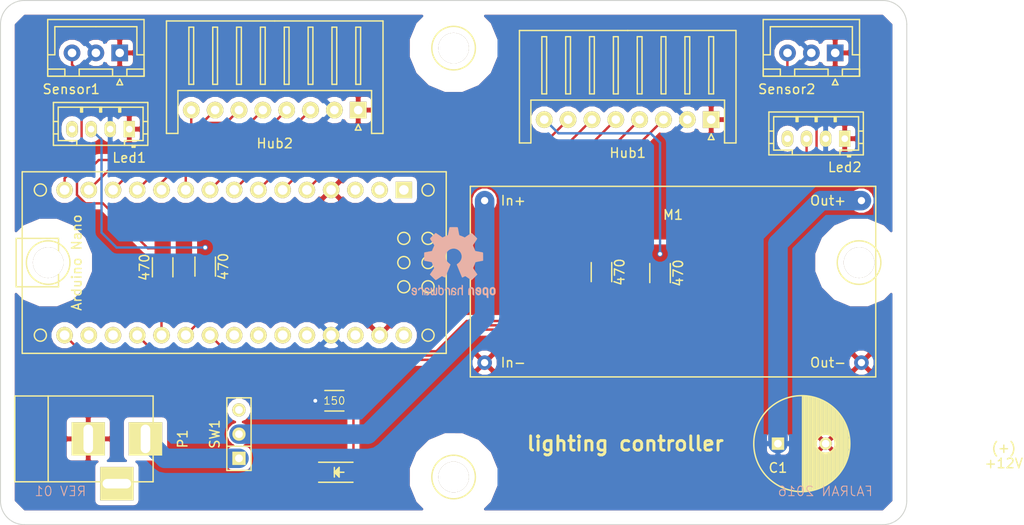
<source format=kicad_pcb>
(kicad_pcb (version 4) (host pcbnew 4.0.3+e1-6302~38~ubuntu15.04.1-stable)

  (general
    (links 44)
    (no_connects 0)
    (area 52.449999 102.449999 147.550001 157.550001)
    (thickness 1.6)
    (drawings 24)
    (tracks 119)
    (zones 0)
    (modules 22)
    (nets 39)
  )

  (page A4)
  (layers
    (0 F.Cu signal)
    (31 B.Cu signal)
    (32 B.Adhes user)
    (33 F.Adhes user)
    (34 B.Paste user)
    (35 F.Paste user)
    (36 B.SilkS user)
    (37 F.SilkS user)
    (38 B.Mask user)
    (39 F.Mask user)
    (40 Dwgs.User user)
    (41 Cmts.User user)
    (42 Eco1.User user hide)
    (43 Eco2.User user)
    (44 Edge.Cuts user)
    (45 Margin user)
    (46 B.CrtYd user)
    (47 F.CrtYd user)
    (48 B.Fab user)
    (49 F.Fab user)
  )

  (setup
    (last_trace_width 0.25)
    (trace_clearance 0.2)
    (zone_clearance 0.508)
    (zone_45_only yes)
    (trace_min 0.2)
    (segment_width 0.2)
    (edge_width 0.1)
    (via_size 0.6)
    (via_drill 0.4)
    (via_min_size 0.4)
    (via_min_drill 0.3)
    (uvia_size 0.3)
    (uvia_drill 0.1)
    (uvias_allowed no)
    (uvia_min_size 0.2)
    (uvia_min_drill 0.1)
    (pcb_text_width 0.3)
    (pcb_text_size 1.5 1.5)
    (mod_edge_width 0.15)
    (mod_text_size 1 1)
    (mod_text_width 0.15)
    (pad_size 3.2 3.2)
    (pad_drill 3.2)
    (pad_to_mask_clearance 0)
    (aux_axis_origin 0 0)
    (visible_elements FFFFFF7F)
    (pcbplotparams
      (layerselection 0x010f0_80000001)
      (usegerberextensions false)
      (excludeedgelayer true)
      (linewidth 0.100000)
      (plotframeref false)
      (viasonmask false)
      (mode 1)
      (useauxorigin false)
      (hpglpennumber 1)
      (hpglpenspeed 20)
      (hpglpendiameter 15)
      (hpglpenoverlay 2)
      (psnegative false)
      (psa4output false)
      (plotreference true)
      (plotvalue true)
      (plotinvisibletext false)
      (padsonsilk false)
      (subtractmaskfromsilk false)
      (outputformat 1)
      (mirror false)
      (drillshape 0)
      (scaleselection 1)
      (outputdirectory gerber))
  )

  (net 0 "")
  (net 1 "Net-(Arduino1-Pad1)")
  (net 2 "Net-(Arduino1-Pad2)")
  (net 3 "Net-(Arduino1-Pad3)")
  (net 4 GND)
  (net 5 /In1)
  (net 6 /In2)
  (net 7 /In3)
  (net 8 /In4)
  (net 9 /In5)
  (net 10 /In6)
  (net 11 /In7)
  (net 12 /In8)
  (net 13 /In9)
  (net 14 /In10)
  (net 15 /In11)
  (net 16 /In12)
  (net 17 "Net-(Arduino1-Pad17)")
  (net 18 "Net-(Arduino1-Pad18)")
  (net 19 /Out1)
  (net 20 /Out2)
  (net 21 /Out3)
  (net 22 /Out4)
  (net 23 "Net-(Arduino1-Pad23)")
  (net 24 "Net-(Arduino1-Pad24)")
  (net 25 "Net-(Arduino1-Pad25)")
  (net 26 "Net-(Arduino1-Pad26)")
  (net 27 +5V)
  (net 28 "Net-(Arduino1-Pad28)")
  (net 29 "Net-(Hub1-Pad8)")
  (net 30 "Net-(Hub2-Pad8)")
  (net 31 "Net-(Led1-Pad3)")
  (net 32 "Net-(Led1-Pad4)")
  (net 33 "Net-(Led2-Pad3)")
  (net 34 "Net-(Led2-Pad4)")
  (net 35 "Net-(Arduino1-Pad30)")
  (net 36 VCC)
  (net 37 "Net-(D1-Pad2)")
  (net 38 /Vin)

  (net_class Default "This is the default net class."
    (clearance 0.2)
    (trace_width 0.25)
    (via_dia 0.6)
    (via_drill 0.4)
    (uvia_dia 0.3)
    (uvia_drill 0.1)
    (add_net /In1)
    (add_net /In10)
    (add_net /In11)
    (add_net /In12)
    (add_net /In2)
    (add_net /In3)
    (add_net /In4)
    (add_net /In5)
    (add_net /In6)
    (add_net /In7)
    (add_net /In8)
    (add_net /In9)
    (add_net /Out1)
    (add_net /Out2)
    (add_net /Out3)
    (add_net /Out4)
    (add_net "Net-(Arduino1-Pad1)")
    (add_net "Net-(Arduino1-Pad17)")
    (add_net "Net-(Arduino1-Pad18)")
    (add_net "Net-(Arduino1-Pad2)")
    (add_net "Net-(Arduino1-Pad23)")
    (add_net "Net-(Arduino1-Pad24)")
    (add_net "Net-(Arduino1-Pad25)")
    (add_net "Net-(Arduino1-Pad26)")
    (add_net "Net-(Arduino1-Pad28)")
    (add_net "Net-(Arduino1-Pad3)")
    (add_net "Net-(Arduino1-Pad30)")
    (add_net "Net-(D1-Pad2)")
    (add_net "Net-(Hub1-Pad8)")
    (add_net "Net-(Hub2-Pad8)")
    (add_net "Net-(Led1-Pad3)")
    (add_net "Net-(Led1-Pad4)")
    (add_net "Net-(Led2-Pad3)")
    (add_net "Net-(Led2-Pad4)")
  )

  (net_class VCC ""
    (clearance 0.2)
    (trace_width 2.05)
    (via_dia 0.6)
    (via_drill 0.4)
    (uvia_dia 0.3)
    (uvia_drill 0.1)
    (add_net +5V)
    (add_net /Vin)
    (add_net GND)
    (add_net VCC)
  )

  (module "Arduino:Arduino Nano Shield" (layer F.Cu) (tedit 57CBBC12) (tstamp 57CBB068)
    (at 77 130 270)
    (path /57898145)
    (fp_text reference Arduino1 (at 0 24.765 270) (layer F.SilkS) hide
      (effects (font (size 1 1) (thickness 0.15)))
    )
    (fp_text value "Arduino Nano" (at 0 16.51 270) (layer F.SilkS)
      (effects (font (size 1 1) (thickness 0.15)))
    )
    (fp_line (start -9.525 -22.225) (end 9.525 -22.225) (layer F.SilkS) (width 0.15))
    (fp_line (start 9.525 -22.225) (end 9.525 22.225) (layer F.SilkS) (width 0.15))
    (fp_line (start 9.525 22.225) (end -9.525 22.225) (layer F.SilkS) (width 0.15))
    (fp_line (start -9.525 22.225) (end -9.525 -22.225) (layer F.SilkS) (width 0.15))
    (fp_circle (center -7.62 20.32) (end -6.985 20.32) (layer F.SilkS) (width 0.15))
    (fp_circle (center 7.62 20.32) (end 8.255 20.32) (layer F.SilkS) (width 0.15))
    (fp_circle (center -7.62 -20.32) (end -6.985 -20.32) (layer F.SilkS) (width 0.15))
    (fp_circle (center 7.62 -20.32) (end 8.255 -20.32) (layer F.SilkS) (width 0.15))
    (fp_circle (center -2.54 -20.32) (end -1.905 -20.32) (layer F.SilkS) (width 0.15))
    (fp_circle (center -2.54 -17.78) (end -1.905 -17.78) (layer F.SilkS) (width 0.15))
    (fp_circle (center 2.54 -17.78) (end 3.175 -17.78) (layer F.SilkS) (width 0.15))
    (fp_circle (center 2.54 -20.32) (end 3.175 -20.32) (layer F.SilkS) (width 0.15))
    (fp_circle (center 0 -20.32) (end 0.635 -20.32) (layer F.SilkS) (width 0.15))
    (fp_circle (center 0 -17.78) (end 0.635 -17.78) (layer F.SilkS) (width 0.15))
    (fp_line (start 2.54 18.415) (end -2.54 18.415) (layer F.SilkS) (width 0.15))
    (fp_line (start -2.54 22.86) (end 2.54 22.86) (layer F.SilkS) (width 0.15))
    (fp_line (start -2.54 22.86) (end -2.54 18.415) (layer F.SilkS) (width 0.15))
    (fp_line (start 2.54 18.415) (end 2.54 22.86) (layer F.SilkS) (width 0.15))
    (fp_text user usb (at 0 20.32 270) (layer F.SilkS)
      (effects (font (size 1 1) (thickness 0.15)))
    )
    (pad 1 thru_hole rect (at -7.62 -17.78 270) (size 1.7272 1.7272) (drill 1.016) (layers *.Cu *.Mask F.SilkS)
      (net 1 "Net-(Arduino1-Pad1)"))
    (pad 2 thru_hole circle (at -7.62 -15.24 270) (size 1.7272 1.7272) (drill 1.016) (layers *.Cu *.Mask F.SilkS)
      (net 2 "Net-(Arduino1-Pad2)"))
    (pad 3 thru_hole circle (at -7.62 -12.7 270) (size 1.7272 1.7272) (drill 1.016) (layers *.Cu *.Mask F.SilkS)
      (net 3 "Net-(Arduino1-Pad3)"))
    (pad 4 thru_hole circle (at -7.62 -10.16 270) (size 1.7272 1.7272) (drill 1.016) (layers *.Cu *.Mask F.SilkS)
      (net 4 GND))
    (pad 5 thru_hole circle (at -7.62 -7.62 270) (size 1.7272 1.7272) (drill 1.016) (layers *.Cu *.Mask F.SilkS)
      (net 5 /In1))
    (pad 6 thru_hole circle (at -7.62 -5.08 270) (size 1.7272 1.7272) (drill 1.016) (layers *.Cu *.Mask F.SilkS)
      (net 6 /In2))
    (pad 7 thru_hole circle (at -7.62 -2.54 270) (size 1.7272 1.7272) (drill 1.016) (layers *.Cu *.Mask F.SilkS)
      (net 7 /In3))
    (pad 8 thru_hole circle (at -7.62 0 270) (size 1.7272 1.7272) (drill 1.016) (layers *.Cu *.Mask F.SilkS)
      (net 8 /In4))
    (pad 9 thru_hole circle (at -7.62 2.54 270) (size 1.7272 1.7272) (drill 1.016) (layers *.Cu *.Mask F.SilkS)
      (net 9 /In5))
    (pad 10 thru_hole circle (at -7.62 5.08 270) (size 1.7272 1.7272) (drill 1.016) (layers *.Cu *.Mask F.SilkS)
      (net 10 /In6))
    (pad 11 thru_hole circle (at -7.62 7.62 270) (size 1.7272 1.7272) (drill 1.016) (layers *.Cu *.Mask F.SilkS)
      (net 11 /In7))
    (pad 12 thru_hole circle (at -7.62 10.16 270) (size 1.7272 1.7272) (drill 1.016) (layers *.Cu *.Mask F.SilkS)
      (net 12 /In8))
    (pad 13 thru_hole circle (at -7.62 12.7 270) (size 1.7272 1.7272) (drill 1.016) (layers *.Cu *.Mask F.SilkS)
      (net 13 /In9))
    (pad 14 thru_hole circle (at -7.62 15.24 270) (size 1.7272 1.7272) (drill 1.016) (layers *.Cu *.Mask F.SilkS)
      (net 14 /In10))
    (pad 15 thru_hole circle (at -7.62 17.78 270) (size 1.7272 1.7272) (drill 1.016) (layers *.Cu *.Mask F.SilkS)
      (net 15 /In11))
    (pad 16 thru_hole circle (at 7.62 17.78 270) (size 1.7272 1.7272) (drill 1.016) (layers *.Cu *.Mask F.SilkS)
      (net 16 /In12))
    (pad 17 thru_hole circle (at 7.62 15.24 270) (size 1.7272 1.7272) (drill 1.016) (layers *.Cu *.Mask F.SilkS)
      (net 17 "Net-(Arduino1-Pad17)"))
    (pad 18 thru_hole circle (at 7.62 12.7 270) (size 1.7272 1.7272) (drill 1.016) (layers *.Cu *.Mask F.SilkS)
      (net 18 "Net-(Arduino1-Pad18)"))
    (pad 19 thru_hole circle (at 7.62 10.16 270) (size 1.7272 1.7272) (drill 1.016) (layers *.Cu *.Mask F.SilkS)
      (net 19 /Out1))
    (pad 20 thru_hole circle (at 7.62 7.62 270) (size 1.7272 1.7272) (drill 1.016) (layers *.Cu *.Mask F.SilkS)
      (net 20 /Out2))
    (pad 21 thru_hole circle (at 7.62 5.08 270) (size 1.7272 1.7272) (drill 1.016) (layers *.Cu *.Mask F.SilkS)
      (net 21 /Out3))
    (pad 22 thru_hole circle (at 7.62 2.54 270) (size 1.7272 1.7272) (drill 1.016) (layers *.Cu *.Mask F.SilkS)
      (net 22 /Out4))
    (pad 23 thru_hole circle (at 7.62 0 270) (size 1.7272 1.7272) (drill 1.016) (layers *.Cu *.Mask F.SilkS)
      (net 23 "Net-(Arduino1-Pad23)"))
    (pad 24 thru_hole circle (at 7.62 -2.54 270) (size 1.7272 1.7272) (drill 1.016) (layers *.Cu *.Mask F.SilkS)
      (net 24 "Net-(Arduino1-Pad24)"))
    (pad 25 thru_hole circle (at 7.62 -5.08 270) (size 1.7272 1.7272) (drill 1.016) (layers *.Cu *.Mask F.SilkS)
      (net 25 "Net-(Arduino1-Pad25)"))
    (pad 26 thru_hole circle (at 7.62 -7.62 270) (size 1.7272 1.7272) (drill 1.016) (layers *.Cu *.Mask F.SilkS)
      (net 26 "Net-(Arduino1-Pad26)"))
    (pad 27 thru_hole circle (at 7.62 -10.16 270) (size 1.7272 1.7272) (drill 1.016) (layers *.Cu *.Mask F.SilkS)
      (net 27 +5V))
    (pad 28 thru_hole circle (at 7.62 -12.7 270) (size 1.7272 1.7272) (drill 1.016) (layers *.Cu *.Mask F.SilkS)
      (net 28 "Net-(Arduino1-Pad28)"))
    (pad 29 thru_hole circle (at 7.62 -15.24 270) (size 1.7272 1.7272) (drill 1.016) (layers *.Cu *.Mask F.SilkS)
      (net 4 GND))
    (pad 30 thru_hole circle (at 7.62 -17.78 270) (size 1.7272 1.7272) (drill 1.016) (layers *.Cu *.Mask F.SilkS)
      (net 35 "Net-(Arduino1-Pad30)"))
  )

  (module Capacitors_ThroughHole:C_Radial_D10_L20_P5 (layer F.Cu) (tedit 57B61B6C) (tstamp 57B60D1E)
    (at 134 149)
    (descr "Radial Electrolytic Capacitor Diameter 10mm x Length 20mm, Pitch 5mm")
    (tags "Electrolytic Capacitor")
    (path /57AEDBE0)
    (fp_text reference C1 (at 0 2.54) (layer F.SilkS)
      (effects (font (size 1 1) (thickness 0.15)))
    )
    (fp_text value CP (at 2.54 0) (layer F.Fab)
      (effects (font (size 1 1) (thickness 0.15)))
    )
    (fp_line (start 2.575 -4.999) (end 2.575 4.999) (layer F.SilkS) (width 0.15))
    (fp_line (start 2.715 -4.995) (end 2.715 4.995) (layer F.SilkS) (width 0.15))
    (fp_line (start 2.855 -4.987) (end 2.855 4.987) (layer F.SilkS) (width 0.15))
    (fp_line (start 2.995 -4.975) (end 2.995 4.975) (layer F.SilkS) (width 0.15))
    (fp_line (start 3.135 -4.96) (end 3.135 4.96) (layer F.SilkS) (width 0.15))
    (fp_line (start 3.275 -4.94) (end 3.275 4.94) (layer F.SilkS) (width 0.15))
    (fp_line (start 3.415 -4.916) (end 3.415 4.916) (layer F.SilkS) (width 0.15))
    (fp_line (start 3.555 -4.887) (end 3.555 4.887) (layer F.SilkS) (width 0.15))
    (fp_line (start 3.695 -4.855) (end 3.695 4.855) (layer F.SilkS) (width 0.15))
    (fp_line (start 3.835 -4.818) (end 3.835 4.818) (layer F.SilkS) (width 0.15))
    (fp_line (start 3.975 -4.777) (end 3.975 4.777) (layer F.SilkS) (width 0.15))
    (fp_line (start 4.115 -4.732) (end 4.115 -0.466) (layer F.SilkS) (width 0.15))
    (fp_line (start 4.115 0.466) (end 4.115 4.732) (layer F.SilkS) (width 0.15))
    (fp_line (start 4.255 -4.682) (end 4.255 -0.667) (layer F.SilkS) (width 0.15))
    (fp_line (start 4.255 0.667) (end 4.255 4.682) (layer F.SilkS) (width 0.15))
    (fp_line (start 4.395 -4.627) (end 4.395 -0.796) (layer F.SilkS) (width 0.15))
    (fp_line (start 4.395 0.796) (end 4.395 4.627) (layer F.SilkS) (width 0.15))
    (fp_line (start 4.535 -4.567) (end 4.535 -0.885) (layer F.SilkS) (width 0.15))
    (fp_line (start 4.535 0.885) (end 4.535 4.567) (layer F.SilkS) (width 0.15))
    (fp_line (start 4.675 -4.502) (end 4.675 -0.946) (layer F.SilkS) (width 0.15))
    (fp_line (start 4.675 0.946) (end 4.675 4.502) (layer F.SilkS) (width 0.15))
    (fp_line (start 4.815 -4.432) (end 4.815 -0.983) (layer F.SilkS) (width 0.15))
    (fp_line (start 4.815 0.983) (end 4.815 4.432) (layer F.SilkS) (width 0.15))
    (fp_line (start 4.955 -4.356) (end 4.955 -0.999) (layer F.SilkS) (width 0.15))
    (fp_line (start 4.955 0.999) (end 4.955 4.356) (layer F.SilkS) (width 0.15))
    (fp_line (start 5.095 -4.274) (end 5.095 -0.995) (layer F.SilkS) (width 0.15))
    (fp_line (start 5.095 0.995) (end 5.095 4.274) (layer F.SilkS) (width 0.15))
    (fp_line (start 5.235 -4.186) (end 5.235 -0.972) (layer F.SilkS) (width 0.15))
    (fp_line (start 5.235 0.972) (end 5.235 4.186) (layer F.SilkS) (width 0.15))
    (fp_line (start 5.375 -4.091) (end 5.375 -0.927) (layer F.SilkS) (width 0.15))
    (fp_line (start 5.375 0.927) (end 5.375 4.091) (layer F.SilkS) (width 0.15))
    (fp_line (start 5.515 -3.989) (end 5.515 -0.857) (layer F.SilkS) (width 0.15))
    (fp_line (start 5.515 0.857) (end 5.515 3.989) (layer F.SilkS) (width 0.15))
    (fp_line (start 5.655 -3.879) (end 5.655 -0.756) (layer F.SilkS) (width 0.15))
    (fp_line (start 5.655 0.756) (end 5.655 3.879) (layer F.SilkS) (width 0.15))
    (fp_line (start 5.795 -3.761) (end 5.795 -0.607) (layer F.SilkS) (width 0.15))
    (fp_line (start 5.795 0.607) (end 5.795 3.761) (layer F.SilkS) (width 0.15))
    (fp_line (start 5.935 -3.633) (end 5.935 -0.355) (layer F.SilkS) (width 0.15))
    (fp_line (start 5.935 0.355) (end 5.935 3.633) (layer F.SilkS) (width 0.15))
    (fp_line (start 6.075 -3.496) (end 6.075 3.496) (layer F.SilkS) (width 0.15))
    (fp_line (start 6.215 -3.346) (end 6.215 3.346) (layer F.SilkS) (width 0.15))
    (fp_line (start 6.355 -3.184) (end 6.355 3.184) (layer F.SilkS) (width 0.15))
    (fp_line (start 6.495 -3.007) (end 6.495 3.007) (layer F.SilkS) (width 0.15))
    (fp_line (start 6.635 -2.811) (end 6.635 2.811) (layer F.SilkS) (width 0.15))
    (fp_line (start 6.775 -2.593) (end 6.775 2.593) (layer F.SilkS) (width 0.15))
    (fp_line (start 6.915 -2.347) (end 6.915 2.347) (layer F.SilkS) (width 0.15))
    (fp_line (start 7.055 -2.062) (end 7.055 2.062) (layer F.SilkS) (width 0.15))
    (fp_line (start 7.195 -1.72) (end 7.195 1.72) (layer F.SilkS) (width 0.15))
    (fp_line (start 7.335 -1.274) (end 7.335 1.274) (layer F.SilkS) (width 0.15))
    (fp_line (start 7.475 -0.499) (end 7.475 0.499) (layer F.SilkS) (width 0.15))
    (fp_circle (center 5 0) (end 5 -1) (layer F.SilkS) (width 0.15))
    (fp_circle (center 2.5 0) (end 2.5 -5.0375) (layer F.SilkS) (width 0.15))
    (fp_circle (center 2.5 0) (end 2.5 -5.3) (layer F.CrtYd) (width 0.05))
    (pad 1 thru_hole rect (at 0 0) (size 1.3 1.3) (drill 0.8) (layers *.Cu *.Mask F.SilkS)
      (net 27 +5V))
    (pad 2 thru_hole circle (at 5 0) (size 1.3 1.3) (drill 0.8) (layers *.Cu *.Mask F.SilkS)
      (net 4 GND))
    (model Capacitors_ThroughHole.3dshapes/C_Radial_D10_L20_P5.wrl
      (at (xyz 0 0 0))
      (scale (xyz 1 1 1))
      (rotate (xyz 0 0 0))
    )
  )

  (module Connectors_JST:JST_XH_S08B-XH-A_08x2.50mm_Angled (layer F.Cu) (tedit 56F07245) (tstamp 57B60D2A)
    (at 127 115 180)
    (descr "JST XH series connector, S08B-XH-A, side entry type, through hole")
    (tags "connector jst xh tht side horizontal angled 2.50mm")
    (path /57AED1D7)
    (fp_text reference Hub1 (at 8.75 -3.5 180) (layer F.SilkS)
      (effects (font (size 1 1) (thickness 0.15)))
    )
    (fp_text value "Cabinet Hub" (at 8.75 10.3 180) (layer F.Fab)
      (effects (font (size 1 1) (thickness 0.15)))
    )
    (fp_line (start -2.95 -2.8) (end -2.95 9.7) (layer F.CrtYd) (width 0.05))
    (fp_line (start -2.95 9.7) (end 20.45 9.7) (layer F.CrtYd) (width 0.05))
    (fp_line (start 20.45 9.7) (end 20.45 -2.8) (layer F.CrtYd) (width 0.05))
    (fp_line (start 20.45 -2.8) (end -2.95 -2.8) (layer F.CrtYd) (width 0.05))
    (fp_line (start 8.75 9.35) (end -2.6 9.35) (layer F.SilkS) (width 0.15))
    (fp_line (start -2.6 9.35) (end -2.6 -2.45) (layer F.SilkS) (width 0.15))
    (fp_line (start -2.6 -2.45) (end -1.4 -2.45) (layer F.SilkS) (width 0.15))
    (fp_line (start -1.4 -2.45) (end -1.4 2.05) (layer F.SilkS) (width 0.15))
    (fp_line (start -1.4 2.05) (end 8.75 2.05) (layer F.SilkS) (width 0.15))
    (fp_line (start 8.75 9.35) (end 20.1 9.35) (layer F.SilkS) (width 0.15))
    (fp_line (start 20.1 9.35) (end 20.1 -2.45) (layer F.SilkS) (width 0.15))
    (fp_line (start 20.1 -2.45) (end 18.9 -2.45) (layer F.SilkS) (width 0.15))
    (fp_line (start 18.9 -2.45) (end 18.9 2.05) (layer F.SilkS) (width 0.15))
    (fp_line (start 18.9 2.05) (end 8.75 2.05) (layer F.SilkS) (width 0.15))
    (fp_line (start -0.25 2.7) (end -0.25 8.7) (layer F.SilkS) (width 0.15))
    (fp_line (start -0.25 8.7) (end 0.25 8.7) (layer F.SilkS) (width 0.15))
    (fp_line (start 0.25 8.7) (end 0.25 2.7) (layer F.SilkS) (width 0.15))
    (fp_line (start 0.25 2.7) (end -0.25 2.7) (layer F.SilkS) (width 0.15))
    (fp_line (start 2.25 2.7) (end 2.25 8.7) (layer F.SilkS) (width 0.15))
    (fp_line (start 2.25 8.7) (end 2.75 8.7) (layer F.SilkS) (width 0.15))
    (fp_line (start 2.75 8.7) (end 2.75 2.7) (layer F.SilkS) (width 0.15))
    (fp_line (start 2.75 2.7) (end 2.25 2.7) (layer F.SilkS) (width 0.15))
    (fp_line (start 4.75 2.7) (end 4.75 8.7) (layer F.SilkS) (width 0.15))
    (fp_line (start 4.75 8.7) (end 5.25 8.7) (layer F.SilkS) (width 0.15))
    (fp_line (start 5.25 8.7) (end 5.25 2.7) (layer F.SilkS) (width 0.15))
    (fp_line (start 5.25 2.7) (end 4.75 2.7) (layer F.SilkS) (width 0.15))
    (fp_line (start 7.25 2.7) (end 7.25 8.7) (layer F.SilkS) (width 0.15))
    (fp_line (start 7.25 8.7) (end 7.75 8.7) (layer F.SilkS) (width 0.15))
    (fp_line (start 7.75 8.7) (end 7.75 2.7) (layer F.SilkS) (width 0.15))
    (fp_line (start 7.75 2.7) (end 7.25 2.7) (layer F.SilkS) (width 0.15))
    (fp_line (start 9.75 2.7) (end 9.75 8.7) (layer F.SilkS) (width 0.15))
    (fp_line (start 9.75 8.7) (end 10.25 8.7) (layer F.SilkS) (width 0.15))
    (fp_line (start 10.25 8.7) (end 10.25 2.7) (layer F.SilkS) (width 0.15))
    (fp_line (start 10.25 2.7) (end 9.75 2.7) (layer F.SilkS) (width 0.15))
    (fp_line (start 12.25 2.7) (end 12.25 8.7) (layer F.SilkS) (width 0.15))
    (fp_line (start 12.25 8.7) (end 12.75 8.7) (layer F.SilkS) (width 0.15))
    (fp_line (start 12.75 8.7) (end 12.75 2.7) (layer F.SilkS) (width 0.15))
    (fp_line (start 12.75 2.7) (end 12.25 2.7) (layer F.SilkS) (width 0.15))
    (fp_line (start 14.75 2.7) (end 14.75 8.7) (layer F.SilkS) (width 0.15))
    (fp_line (start 14.75 8.7) (end 15.25 8.7) (layer F.SilkS) (width 0.15))
    (fp_line (start 15.25 8.7) (end 15.25 2.7) (layer F.SilkS) (width 0.15))
    (fp_line (start 15.25 2.7) (end 14.75 2.7) (layer F.SilkS) (width 0.15))
    (fp_line (start 17.25 2.7) (end 17.25 8.7) (layer F.SilkS) (width 0.15))
    (fp_line (start 17.25 8.7) (end 17.75 8.7) (layer F.SilkS) (width 0.15))
    (fp_line (start 17.75 8.7) (end 17.75 2.7) (layer F.SilkS) (width 0.15))
    (fp_line (start 17.75 2.7) (end 17.25 2.7) (layer F.SilkS) (width 0.15))
    (fp_line (start 0 -1.5) (end -0.3 -2.1) (layer F.SilkS) (width 0.15))
    (fp_line (start -0.3 -2.1) (end 0.3 -2.1) (layer F.SilkS) (width 0.15))
    (fp_line (start 0.3 -2.1) (end 0 -1.5) (layer F.SilkS) (width 0.15))
    (pad 1 thru_hole rect (at 0 0 180) (size 1.75 1.75) (drill 0.9) (layers *.Cu *.Mask F.SilkS)
      (net 4 GND))
    (pad 2 thru_hole circle (at 2.5 0 180) (size 1.75 1.75) (drill 0.9) (layers *.Cu *.Mask F.SilkS)
      (net 27 +5V))
    (pad 3 thru_hole circle (at 5 0 180) (size 1.75 1.75) (drill 0.9) (layers *.Cu *.Mask F.SilkS)
      (net 5 /In1))
    (pad 4 thru_hole circle (at 7.5 0 180) (size 1.75 1.75) (drill 0.9) (layers *.Cu *.Mask F.SilkS)
      (net 6 /In2))
    (pad 5 thru_hole circle (at 10 0 180) (size 1.75 1.75) (drill 0.9) (layers *.Cu *.Mask F.SilkS)
      (net 7 /In3))
    (pad 6 thru_hole circle (at 12.5 0 180) (size 1.75 1.75) (drill 0.9) (layers *.Cu *.Mask F.SilkS)
      (net 8 /In4))
    (pad 7 thru_hole circle (at 15 0 180) (size 1.75 1.75) (drill 0.9) (layers *.Cu *.Mask F.SilkS)
      (net 9 /In5))
    (pad 8 thru_hole circle (at 17.5 0 180) (size 1.75 1.75) (drill 0.9) (layers *.Cu *.Mask F.SilkS)
      (net 29 "Net-(Hub1-Pad8)"))
    (model Connectors_JST.3dshapes/JST_XH_S08B-XH-A_08x2.50mm_Angled.wrl
      (at (xyz 0 0 0))
      (scale (xyz 1 1 1))
      (rotate (xyz 0 0 0))
    )
  )

  (module Connectors_JST:JST_XH_S08B-XH-A_08x2.50mm_Angled (layer F.Cu) (tedit 56F07245) (tstamp 57B60D36)
    (at 90 114 180)
    (descr "JST XH series connector, S08B-XH-A, side entry type, through hole")
    (tags "connector jst xh tht side horizontal angled 2.50mm")
    (path /57AED832)
    (fp_text reference Hub2 (at 8.75 -3.5 180) (layer F.SilkS)
      (effects (font (size 1 1) (thickness 0.15)))
    )
    (fp_text value "Cabinet Hub" (at 8.75 10.3 180) (layer F.Fab)
      (effects (font (size 1 1) (thickness 0.15)))
    )
    (fp_line (start -2.95 -2.8) (end -2.95 9.7) (layer F.CrtYd) (width 0.05))
    (fp_line (start -2.95 9.7) (end 20.45 9.7) (layer F.CrtYd) (width 0.05))
    (fp_line (start 20.45 9.7) (end 20.45 -2.8) (layer F.CrtYd) (width 0.05))
    (fp_line (start 20.45 -2.8) (end -2.95 -2.8) (layer F.CrtYd) (width 0.05))
    (fp_line (start 8.75 9.35) (end -2.6 9.35) (layer F.SilkS) (width 0.15))
    (fp_line (start -2.6 9.35) (end -2.6 -2.45) (layer F.SilkS) (width 0.15))
    (fp_line (start -2.6 -2.45) (end -1.4 -2.45) (layer F.SilkS) (width 0.15))
    (fp_line (start -1.4 -2.45) (end -1.4 2.05) (layer F.SilkS) (width 0.15))
    (fp_line (start -1.4 2.05) (end 8.75 2.05) (layer F.SilkS) (width 0.15))
    (fp_line (start 8.75 9.35) (end 20.1 9.35) (layer F.SilkS) (width 0.15))
    (fp_line (start 20.1 9.35) (end 20.1 -2.45) (layer F.SilkS) (width 0.15))
    (fp_line (start 20.1 -2.45) (end 18.9 -2.45) (layer F.SilkS) (width 0.15))
    (fp_line (start 18.9 -2.45) (end 18.9 2.05) (layer F.SilkS) (width 0.15))
    (fp_line (start 18.9 2.05) (end 8.75 2.05) (layer F.SilkS) (width 0.15))
    (fp_line (start -0.25 2.7) (end -0.25 8.7) (layer F.SilkS) (width 0.15))
    (fp_line (start -0.25 8.7) (end 0.25 8.7) (layer F.SilkS) (width 0.15))
    (fp_line (start 0.25 8.7) (end 0.25 2.7) (layer F.SilkS) (width 0.15))
    (fp_line (start 0.25 2.7) (end -0.25 2.7) (layer F.SilkS) (width 0.15))
    (fp_line (start 2.25 2.7) (end 2.25 8.7) (layer F.SilkS) (width 0.15))
    (fp_line (start 2.25 8.7) (end 2.75 8.7) (layer F.SilkS) (width 0.15))
    (fp_line (start 2.75 8.7) (end 2.75 2.7) (layer F.SilkS) (width 0.15))
    (fp_line (start 2.75 2.7) (end 2.25 2.7) (layer F.SilkS) (width 0.15))
    (fp_line (start 4.75 2.7) (end 4.75 8.7) (layer F.SilkS) (width 0.15))
    (fp_line (start 4.75 8.7) (end 5.25 8.7) (layer F.SilkS) (width 0.15))
    (fp_line (start 5.25 8.7) (end 5.25 2.7) (layer F.SilkS) (width 0.15))
    (fp_line (start 5.25 2.7) (end 4.75 2.7) (layer F.SilkS) (width 0.15))
    (fp_line (start 7.25 2.7) (end 7.25 8.7) (layer F.SilkS) (width 0.15))
    (fp_line (start 7.25 8.7) (end 7.75 8.7) (layer F.SilkS) (width 0.15))
    (fp_line (start 7.75 8.7) (end 7.75 2.7) (layer F.SilkS) (width 0.15))
    (fp_line (start 7.75 2.7) (end 7.25 2.7) (layer F.SilkS) (width 0.15))
    (fp_line (start 9.75 2.7) (end 9.75 8.7) (layer F.SilkS) (width 0.15))
    (fp_line (start 9.75 8.7) (end 10.25 8.7) (layer F.SilkS) (width 0.15))
    (fp_line (start 10.25 8.7) (end 10.25 2.7) (layer F.SilkS) (width 0.15))
    (fp_line (start 10.25 2.7) (end 9.75 2.7) (layer F.SilkS) (width 0.15))
    (fp_line (start 12.25 2.7) (end 12.25 8.7) (layer F.SilkS) (width 0.15))
    (fp_line (start 12.25 8.7) (end 12.75 8.7) (layer F.SilkS) (width 0.15))
    (fp_line (start 12.75 8.7) (end 12.75 2.7) (layer F.SilkS) (width 0.15))
    (fp_line (start 12.75 2.7) (end 12.25 2.7) (layer F.SilkS) (width 0.15))
    (fp_line (start 14.75 2.7) (end 14.75 8.7) (layer F.SilkS) (width 0.15))
    (fp_line (start 14.75 8.7) (end 15.25 8.7) (layer F.SilkS) (width 0.15))
    (fp_line (start 15.25 8.7) (end 15.25 2.7) (layer F.SilkS) (width 0.15))
    (fp_line (start 15.25 2.7) (end 14.75 2.7) (layer F.SilkS) (width 0.15))
    (fp_line (start 17.25 2.7) (end 17.25 8.7) (layer F.SilkS) (width 0.15))
    (fp_line (start 17.25 8.7) (end 17.75 8.7) (layer F.SilkS) (width 0.15))
    (fp_line (start 17.75 8.7) (end 17.75 2.7) (layer F.SilkS) (width 0.15))
    (fp_line (start 17.75 2.7) (end 17.25 2.7) (layer F.SilkS) (width 0.15))
    (fp_line (start 0 -1.5) (end -0.3 -2.1) (layer F.SilkS) (width 0.15))
    (fp_line (start -0.3 -2.1) (end 0.3 -2.1) (layer F.SilkS) (width 0.15))
    (fp_line (start 0.3 -2.1) (end 0 -1.5) (layer F.SilkS) (width 0.15))
    (pad 1 thru_hole rect (at 0 0 180) (size 1.75 1.75) (drill 0.9) (layers *.Cu *.Mask F.SilkS)
      (net 4 GND))
    (pad 2 thru_hole circle (at 2.5 0 180) (size 1.75 1.75) (drill 0.9) (layers *.Cu *.Mask F.SilkS)
      (net 27 +5V))
    (pad 3 thru_hole circle (at 5 0 180) (size 1.75 1.75) (drill 0.9) (layers *.Cu *.Mask F.SilkS)
      (net 10 /In6))
    (pad 4 thru_hole circle (at 7.5 0 180) (size 1.75 1.75) (drill 0.9) (layers *.Cu *.Mask F.SilkS)
      (net 11 /In7))
    (pad 5 thru_hole circle (at 10 0 180) (size 1.75 1.75) (drill 0.9) (layers *.Cu *.Mask F.SilkS)
      (net 12 /In8))
    (pad 6 thru_hole circle (at 12.5 0 180) (size 1.75 1.75) (drill 0.9) (layers *.Cu *.Mask F.SilkS)
      (net 13 /In9))
    (pad 7 thru_hole circle (at 15 0 180) (size 1.75 1.75) (drill 0.9) (layers *.Cu *.Mask F.SilkS)
      (net 14 /In10))
    (pad 8 thru_hole circle (at 17.5 0 180) (size 1.75 1.75) (drill 0.9) (layers *.Cu *.Mask F.SilkS)
      (net 30 "Net-(Hub2-Pad8)"))
    (model Connectors_JST.3dshapes/JST_XH_S08B-XH-A_08x2.50mm_Angled.wrl
      (at (xyz 0 0 0))
      (scale (xyz 1 1 1))
      (rotate (xyz 0 0 0))
    )
  )

  (module Connectors_JST:JST_PH_B4B-PH-K_04x2.00mm_Straight (layer F.Cu) (tedit 56B07786) (tstamp 57B60D45)
    (at 66 116 180)
    (descr http://www.jst-mfg.com/product/pdf/eng/ePH.pdf)
    (tags "connector jst ph")
    (path /57B60C61)
    (fp_text reference Led1 (at 0 -3 180) (layer F.SilkS)
      (effects (font (size 1 1) (thickness 0.15)))
    )
    (fp_text value Led (at 3 4 180) (layer F.Fab)
      (effects (font (size 1 1) (thickness 0.15)))
    )
    (fp_line (start -1.95 2.8) (end -1.95 -1.7) (layer F.SilkS) (width 0.15))
    (fp_line (start -1.95 -1.7) (end 7.95 -1.7) (layer F.SilkS) (width 0.15))
    (fp_line (start 7.95 -1.7) (end 7.95 2.8) (layer F.SilkS) (width 0.15))
    (fp_line (start 7.95 2.8) (end -1.95 2.8) (layer F.SilkS) (width 0.15))
    (fp_line (start 0.5 -1.7) (end 0.5 -1.2) (layer F.SilkS) (width 0.15))
    (fp_line (start 0.5 -1.2) (end -1.45 -1.2) (layer F.SilkS) (width 0.15))
    (fp_line (start -1.45 -1.2) (end -1.45 2.3) (layer F.SilkS) (width 0.15))
    (fp_line (start -1.45 2.3) (end 7.45 2.3) (layer F.SilkS) (width 0.15))
    (fp_line (start 7.45 2.3) (end 7.45 -1.2) (layer F.SilkS) (width 0.15))
    (fp_line (start 7.45 -1.2) (end 5.5 -1.2) (layer F.SilkS) (width 0.15))
    (fp_line (start 5.5 -1.2) (end 5.5 -1.7) (layer F.SilkS) (width 0.15))
    (fp_line (start -1.95 -0.5) (end -1.45 -0.5) (layer F.SilkS) (width 0.15))
    (fp_line (start -1.95 0.8) (end -1.45 0.8) (layer F.SilkS) (width 0.15))
    (fp_line (start 7.45 -0.5) (end 7.95 -0.5) (layer F.SilkS) (width 0.15))
    (fp_line (start 7.45 0.8) (end 7.95 0.8) (layer F.SilkS) (width 0.15))
    (fp_line (start -0.3 -1.7) (end -0.3 -1.9) (layer F.SilkS) (width 0.15))
    (fp_line (start -0.3 -1.9) (end -0.6 -1.9) (layer F.SilkS) (width 0.15))
    (fp_line (start -0.6 -1.9) (end -0.6 -1.7) (layer F.SilkS) (width 0.15))
    (fp_line (start -0.3 -1.8) (end -0.6 -1.8) (layer F.SilkS) (width 0.15))
    (fp_line (start 0.9 2.3) (end 0.9 1.8) (layer F.SilkS) (width 0.15))
    (fp_line (start 0.9 1.8) (end 1.1 1.8) (layer F.SilkS) (width 0.15))
    (fp_line (start 1.1 1.8) (end 1.1 2.3) (layer F.SilkS) (width 0.15))
    (fp_line (start 1 2.3) (end 1 1.8) (layer F.SilkS) (width 0.15))
    (fp_line (start 2.9 2.3) (end 2.9 1.8) (layer F.SilkS) (width 0.15))
    (fp_line (start 2.9 1.8) (end 3.1 1.8) (layer F.SilkS) (width 0.15))
    (fp_line (start 3.1 1.8) (end 3.1 2.3) (layer F.SilkS) (width 0.15))
    (fp_line (start 3 2.3) (end 3 1.8) (layer F.SilkS) (width 0.15))
    (fp_line (start 4.9 2.3) (end 4.9 1.8) (layer F.SilkS) (width 0.15))
    (fp_line (start 4.9 1.8) (end 5.1 1.8) (layer F.SilkS) (width 0.15))
    (fp_line (start 5.1 1.8) (end 5.1 2.3) (layer F.SilkS) (width 0.15))
    (fp_line (start 5 2.3) (end 5 1.8) (layer F.SilkS) (width 0.15))
    (fp_line (start -2.45 3.3) (end -2.45 -2.2) (layer F.CrtYd) (width 0.05))
    (fp_line (start -2.45 -2.2) (end 8.45 -2.2) (layer F.CrtYd) (width 0.05))
    (fp_line (start 8.45 -2.2) (end 8.45 3.3) (layer F.CrtYd) (width 0.05))
    (fp_line (start 8.45 3.3) (end -2.45 3.3) (layer F.CrtYd) (width 0.05))
    (pad 1 thru_hole rect (at 0 0 180) (size 1.2 1.7) (drill 0.7) (layers *.Cu *.Mask F.SilkS)
      (net 4 GND))
    (pad 2 thru_hole oval (at 2 0 180) (size 1.2 1.7) (drill 0.7) (layers *.Cu *.Mask F.SilkS)
      (net 27 +5V))
    (pad 3 thru_hole oval (at 4 0 180) (size 1.2 1.7) (drill 0.7) (layers *.Cu *.Mask F.SilkS)
      (net 31 "Net-(Led1-Pad3)"))
    (pad 4 thru_hole oval (at 6 0 180) (size 1.2 1.7) (drill 0.7) (layers *.Cu *.Mask F.SilkS)
      (net 32 "Net-(Led1-Pad4)"))
  )

  (module Connectors_JST:JST_PH_B4B-PH-K_04x2.00mm_Straight (layer F.Cu) (tedit 56B07786) (tstamp 57B60D4D)
    (at 141 117 180)
    (descr http://www.jst-mfg.com/product/pdf/eng/ePH.pdf)
    (tags "connector jst ph")
    (path /57B60D0B)
    (fp_text reference Led2 (at 0 -3 180) (layer F.SilkS)
      (effects (font (size 1 1) (thickness 0.15)))
    )
    (fp_text value Led (at 3 4 180) (layer F.Fab)
      (effects (font (size 1 1) (thickness 0.15)))
    )
    (fp_line (start -1.95 2.8) (end -1.95 -1.7) (layer F.SilkS) (width 0.15))
    (fp_line (start -1.95 -1.7) (end 7.95 -1.7) (layer F.SilkS) (width 0.15))
    (fp_line (start 7.95 -1.7) (end 7.95 2.8) (layer F.SilkS) (width 0.15))
    (fp_line (start 7.95 2.8) (end -1.95 2.8) (layer F.SilkS) (width 0.15))
    (fp_line (start 0.5 -1.7) (end 0.5 -1.2) (layer F.SilkS) (width 0.15))
    (fp_line (start 0.5 -1.2) (end -1.45 -1.2) (layer F.SilkS) (width 0.15))
    (fp_line (start -1.45 -1.2) (end -1.45 2.3) (layer F.SilkS) (width 0.15))
    (fp_line (start -1.45 2.3) (end 7.45 2.3) (layer F.SilkS) (width 0.15))
    (fp_line (start 7.45 2.3) (end 7.45 -1.2) (layer F.SilkS) (width 0.15))
    (fp_line (start 7.45 -1.2) (end 5.5 -1.2) (layer F.SilkS) (width 0.15))
    (fp_line (start 5.5 -1.2) (end 5.5 -1.7) (layer F.SilkS) (width 0.15))
    (fp_line (start -1.95 -0.5) (end -1.45 -0.5) (layer F.SilkS) (width 0.15))
    (fp_line (start -1.95 0.8) (end -1.45 0.8) (layer F.SilkS) (width 0.15))
    (fp_line (start 7.45 -0.5) (end 7.95 -0.5) (layer F.SilkS) (width 0.15))
    (fp_line (start 7.45 0.8) (end 7.95 0.8) (layer F.SilkS) (width 0.15))
    (fp_line (start -0.3 -1.7) (end -0.3 -1.9) (layer F.SilkS) (width 0.15))
    (fp_line (start -0.3 -1.9) (end -0.6 -1.9) (layer F.SilkS) (width 0.15))
    (fp_line (start -0.6 -1.9) (end -0.6 -1.7) (layer F.SilkS) (width 0.15))
    (fp_line (start -0.3 -1.8) (end -0.6 -1.8) (layer F.SilkS) (width 0.15))
    (fp_line (start 0.9 2.3) (end 0.9 1.8) (layer F.SilkS) (width 0.15))
    (fp_line (start 0.9 1.8) (end 1.1 1.8) (layer F.SilkS) (width 0.15))
    (fp_line (start 1.1 1.8) (end 1.1 2.3) (layer F.SilkS) (width 0.15))
    (fp_line (start 1 2.3) (end 1 1.8) (layer F.SilkS) (width 0.15))
    (fp_line (start 2.9 2.3) (end 2.9 1.8) (layer F.SilkS) (width 0.15))
    (fp_line (start 2.9 1.8) (end 3.1 1.8) (layer F.SilkS) (width 0.15))
    (fp_line (start 3.1 1.8) (end 3.1 2.3) (layer F.SilkS) (width 0.15))
    (fp_line (start 3 2.3) (end 3 1.8) (layer F.SilkS) (width 0.15))
    (fp_line (start 4.9 2.3) (end 4.9 1.8) (layer F.SilkS) (width 0.15))
    (fp_line (start 4.9 1.8) (end 5.1 1.8) (layer F.SilkS) (width 0.15))
    (fp_line (start 5.1 1.8) (end 5.1 2.3) (layer F.SilkS) (width 0.15))
    (fp_line (start 5 2.3) (end 5 1.8) (layer F.SilkS) (width 0.15))
    (fp_line (start -2.45 3.3) (end -2.45 -2.2) (layer F.CrtYd) (width 0.05))
    (fp_line (start -2.45 -2.2) (end 8.45 -2.2) (layer F.CrtYd) (width 0.05))
    (fp_line (start 8.45 -2.2) (end 8.45 3.3) (layer F.CrtYd) (width 0.05))
    (fp_line (start 8.45 3.3) (end -2.45 3.3) (layer F.CrtYd) (width 0.05))
    (pad 1 thru_hole rect (at 0 0 180) (size 1.2 1.7) (drill 0.7) (layers *.Cu *.Mask F.SilkS)
      (net 4 GND))
    (pad 2 thru_hole oval (at 2 0 180) (size 1.2 1.7) (drill 0.7) (layers *.Cu *.Mask F.SilkS)
      (net 27 +5V))
    (pad 3 thru_hole oval (at 4 0 180) (size 1.2 1.7) (drill 0.7) (layers *.Cu *.Mask F.SilkS)
      (net 33 "Net-(Led2-Pad3)"))
    (pad 4 thru_hole oval (at 6 0 180) (size 1.2 1.7) (drill 0.7) (layers *.Cu *.Mask F.SilkS)
      (net 34 "Net-(Led2-Pad4)"))
  )

  (module Resistors_SMD:R_1206_HandSoldering (layer F.Cu) (tedit 57CBBBF6) (tstamp 57B60D59)
    (at 121.64 131.1 90)
    (descr "Resistor SMD 1206, hand soldering")
    (tags "resistor 1206")
    (path /57B545F2)
    (attr smd)
    (fp_text reference R1 (at 0 -2.3 90) (layer F.SilkS) hide
      (effects (font (size 1 1) (thickness 0.15)))
    )
    (fp_text value 470 (at 0 1.905 90) (layer F.SilkS)
      (effects (font (size 1 1) (thickness 0.15)))
    )
    (fp_line (start -3.3 -1.2) (end 3.3 -1.2) (layer F.CrtYd) (width 0.05))
    (fp_line (start -3.3 1.2) (end 3.3 1.2) (layer F.CrtYd) (width 0.05))
    (fp_line (start -3.3 -1.2) (end -3.3 1.2) (layer F.CrtYd) (width 0.05))
    (fp_line (start 3.3 -1.2) (end 3.3 1.2) (layer F.CrtYd) (width 0.05))
    (fp_line (start 1 1.075) (end -1 1.075) (layer F.SilkS) (width 0.15))
    (fp_line (start -1 -1.075) (end 1 -1.075) (layer F.SilkS) (width 0.15))
    (pad 1 smd rect (at -2 0 90) (size 2 1.7) (layers F.Cu F.Paste F.Mask)
      (net 19 /Out1))
    (pad 2 smd rect (at 2 0 90) (size 2 1.7) (layers F.Cu F.Paste F.Mask)
      (net 29 "Net-(Hub1-Pad8)"))
    (model Resistors_SMD.3dshapes/R_1206_HandSoldering.wrl
      (at (xyz 0 0 0))
      (scale (xyz 1 1 1))
      (rotate (xyz 0 0 0))
    )
  )

  (module Resistors_SMD:R_1206_HandSoldering (layer F.Cu) (tedit 57CBBBEB) (tstamp 57B60D5F)
    (at 69.5 130.5 90)
    (descr "Resistor SMD 1206, hand soldering")
    (tags "resistor 1206")
    (path /57B549A1)
    (attr smd)
    (fp_text reference R2 (at 0 -2.3 90) (layer F.SilkS) hide
      (effects (font (size 1 1) (thickness 0.15)))
    )
    (fp_text value 470 (at 0 -1.905 90) (layer F.SilkS)
      (effects (font (size 1 1) (thickness 0.15)))
    )
    (fp_line (start -3.3 -1.2) (end 3.3 -1.2) (layer F.CrtYd) (width 0.05))
    (fp_line (start -3.3 1.2) (end 3.3 1.2) (layer F.CrtYd) (width 0.05))
    (fp_line (start -3.3 -1.2) (end -3.3 1.2) (layer F.CrtYd) (width 0.05))
    (fp_line (start 3.3 -1.2) (end 3.3 1.2) (layer F.CrtYd) (width 0.05))
    (fp_line (start 1 1.075) (end -1 1.075) (layer F.SilkS) (width 0.15))
    (fp_line (start -1 -1.075) (end 1 -1.075) (layer F.SilkS) (width 0.15))
    (pad 1 smd rect (at -2 0 90) (size 2 1.7) (layers F.Cu F.Paste F.Mask)
      (net 20 /Out2))
    (pad 2 smd rect (at 2 0 90) (size 2 1.7) (layers F.Cu F.Paste F.Mask)
      (net 30 "Net-(Hub2-Pad8)"))
    (model Resistors_SMD.3dshapes/R_1206_HandSoldering.wrl
      (at (xyz 0 0 0))
      (scale (xyz 1 1 1))
      (rotate (xyz 0 0 0))
    )
  )

  (module Resistors_SMD:R_1206_HandSoldering (layer F.Cu) (tedit 57CBBBF0) (tstamp 57B60D65)
    (at 73.96 130.42 90)
    (descr "Resistor SMD 1206, hand soldering")
    (tags "resistor 1206")
    (path /57B54B6B)
    (attr smd)
    (fp_text reference R3 (at 0 -2.3 90) (layer F.SilkS) hide
      (effects (font (size 1 1) (thickness 0.15)))
    )
    (fp_text value 470 (at 0 1.905 90) (layer F.SilkS)
      (effects (font (size 1 1) (thickness 0.15)))
    )
    (fp_line (start -3.3 -1.2) (end 3.3 -1.2) (layer F.CrtYd) (width 0.05))
    (fp_line (start -3.3 1.2) (end 3.3 1.2) (layer F.CrtYd) (width 0.05))
    (fp_line (start -3.3 -1.2) (end -3.3 1.2) (layer F.CrtYd) (width 0.05))
    (fp_line (start 3.3 -1.2) (end 3.3 1.2) (layer F.CrtYd) (width 0.05))
    (fp_line (start 1 1.075) (end -1 1.075) (layer F.SilkS) (width 0.15))
    (fp_line (start -1 -1.075) (end 1 -1.075) (layer F.SilkS) (width 0.15))
    (pad 1 smd rect (at -2 0 90) (size 2 1.7) (layers F.Cu F.Paste F.Mask)
      (net 21 /Out3))
    (pad 2 smd rect (at 2 0 90) (size 2 1.7) (layers F.Cu F.Paste F.Mask)
      (net 31 "Net-(Led1-Pad3)"))
    (model Resistors_SMD.3dshapes/R_1206_HandSoldering.wrl
      (at (xyz 0 0 0))
      (scale (xyz 1 1 1))
      (rotate (xyz 0 0 0))
    )
  )

  (module Resistors_SMD:R_1206_HandSoldering (layer F.Cu) (tedit 57CBBBF3) (tstamp 57B60D6B)
    (at 115.5 131 90)
    (descr "Resistor SMD 1206, hand soldering")
    (tags "resistor 1206")
    (path /57B54C6F)
    (attr smd)
    (fp_text reference R4 (at 0 -2.3 90) (layer F.SilkS) hide
      (effects (font (size 1 1) (thickness 0.15)))
    )
    (fp_text value 470 (at 0 1.905 90) (layer F.SilkS)
      (effects (font (size 1 1) (thickness 0.15)))
    )
    (fp_line (start -3.3 -1.2) (end 3.3 -1.2) (layer F.CrtYd) (width 0.05))
    (fp_line (start -3.3 1.2) (end 3.3 1.2) (layer F.CrtYd) (width 0.05))
    (fp_line (start -3.3 -1.2) (end -3.3 1.2) (layer F.CrtYd) (width 0.05))
    (fp_line (start 3.3 -1.2) (end 3.3 1.2) (layer F.CrtYd) (width 0.05))
    (fp_line (start 1 1.075) (end -1 1.075) (layer F.SilkS) (width 0.15))
    (fp_line (start -1 -1.075) (end 1 -1.075) (layer F.SilkS) (width 0.15))
    (pad 1 smd rect (at -2 0 90) (size 2 1.7) (layers F.Cu F.Paste F.Mask)
      (net 22 /Out4))
    (pad 2 smd rect (at 2 0 90) (size 2 1.7) (layers F.Cu F.Paste F.Mask)
      (net 33 "Net-(Led2-Pad3)"))
    (model Resistors_SMD.3dshapes/R_1206_HandSoldering.wrl
      (at (xyz 0 0 0))
      (scale (xyz 1 1 1))
      (rotate (xyz 0 0 0))
    )
  )

  (module Connectors_JST:JST_XH_B03B-XH-A_03x2.50mm_Straight (layer F.Cu) (tedit 57B61B95) (tstamp 57B60D72)
    (at 65 108 180)
    (descr "JST XH series connector, B03B-XH-A, top entry type, through hole")
    (tags "connector jst xh tht top vertical 2.50mm")
    (path /57B54F72)
    (fp_text reference Sensor1 (at 5.08 -3.81 180) (layer F.SilkS)
      (effects (font (size 1 1) (thickness 0.15)))
    )
    (fp_text value Sensor (at 2.5 4.5 180) (layer F.Fab)
      (effects (font (size 1 1) (thickness 0.15)))
    )
    (fp_line (start -2.95 -2.85) (end -2.95 3.9) (layer F.CrtYd) (width 0.05))
    (fp_line (start -2.95 3.9) (end 7.95 3.9) (layer F.CrtYd) (width 0.05))
    (fp_line (start 7.95 3.9) (end 7.95 -2.85) (layer F.CrtYd) (width 0.05))
    (fp_line (start 7.95 -2.85) (end -2.95 -2.85) (layer F.CrtYd) (width 0.05))
    (fp_line (start -2.55 -2.45) (end -2.55 3.5) (layer F.SilkS) (width 0.15))
    (fp_line (start -2.55 3.5) (end 7.55 3.5) (layer F.SilkS) (width 0.15))
    (fp_line (start 7.55 3.5) (end 7.55 -2.45) (layer F.SilkS) (width 0.15))
    (fp_line (start 7.55 -2.45) (end -2.55 -2.45) (layer F.SilkS) (width 0.15))
    (fp_line (start 0.75 -2.45) (end 0.75 -1.7) (layer F.SilkS) (width 0.15))
    (fp_line (start 0.75 -1.7) (end 4.25 -1.7) (layer F.SilkS) (width 0.15))
    (fp_line (start 4.25 -1.7) (end 4.25 -2.45) (layer F.SilkS) (width 0.15))
    (fp_line (start 4.25 -2.45) (end 0.75 -2.45) (layer F.SilkS) (width 0.15))
    (fp_line (start -2.55 -2.45) (end -2.55 -1.7) (layer F.SilkS) (width 0.15))
    (fp_line (start -2.55 -1.7) (end -0.75 -1.7) (layer F.SilkS) (width 0.15))
    (fp_line (start -0.75 -1.7) (end -0.75 -2.45) (layer F.SilkS) (width 0.15))
    (fp_line (start -0.75 -2.45) (end -2.55 -2.45) (layer F.SilkS) (width 0.15))
    (fp_line (start 5.75 -2.45) (end 5.75 -1.7) (layer F.SilkS) (width 0.15))
    (fp_line (start 5.75 -1.7) (end 7.55 -1.7) (layer F.SilkS) (width 0.15))
    (fp_line (start 7.55 -1.7) (end 7.55 -2.45) (layer F.SilkS) (width 0.15))
    (fp_line (start 7.55 -2.45) (end 5.75 -2.45) (layer F.SilkS) (width 0.15))
    (fp_line (start -2.55 -0.2) (end -1.8 -0.2) (layer F.SilkS) (width 0.15))
    (fp_line (start -1.8 -0.2) (end -1.8 2.75) (layer F.SilkS) (width 0.15))
    (fp_line (start -1.8 2.75) (end 2.5 2.75) (layer F.SilkS) (width 0.15))
    (fp_line (start 7.55 -0.2) (end 6.8 -0.2) (layer F.SilkS) (width 0.15))
    (fp_line (start 6.8 -0.2) (end 6.8 2.75) (layer F.SilkS) (width 0.15))
    (fp_line (start 6.8 2.75) (end 2.5 2.75) (layer F.SilkS) (width 0.15))
    (fp_line (start 0 -2.75) (end -0.3 -3.35) (layer F.SilkS) (width 0.15))
    (fp_line (start -0.3 -3.35) (end 0.3 -3.35) (layer F.SilkS) (width 0.15))
    (fp_line (start 0.3 -3.35) (end 0 -2.75) (layer F.SilkS) (width 0.15))
    (pad 1 thru_hole rect (at 0 0 180) (size 1.75 1.75) (drill 0.9) (layers *.Cu *.Mask)
      (net 4 GND))
    (pad 2 thru_hole circle (at 2.5 0 180) (size 1.75 1.75) (drill 0.9) (layers *.Cu *.Mask)
      (net 27 +5V))
    (pad 3 thru_hole circle (at 5 0 180) (size 1.75 1.75) (drill 0.9) (layers *.Cu *.Mask)
      (net 15 /In11))
    (model Connectors_JST.3dshapes/JST_XH_B03B-XH-A_03x2.50mm_Straight.wrl
      (at (xyz 0 0 0))
      (scale (xyz 1 1 1))
      (rotate (xyz 0 0 0))
    )
  )

  (module Connectors_JST:JST_XH_B03B-XH-A_03x2.50mm_Straight (layer F.Cu) (tedit 57B61B97) (tstamp 57B60D79)
    (at 140 108 180)
    (descr "JST XH series connector, B03B-XH-A, top entry type, through hole")
    (tags "connector jst xh tht top vertical 2.50mm")
    (path /57B5506E)
    (fp_text reference Sensor2 (at 5.08 -3.81 180) (layer F.SilkS)
      (effects (font (size 1 1) (thickness 0.15)))
    )
    (fp_text value Sensor (at 2.5 4.5 180) (layer F.Fab)
      (effects (font (size 1 1) (thickness 0.15)))
    )
    (fp_line (start -2.95 -2.85) (end -2.95 3.9) (layer F.CrtYd) (width 0.05))
    (fp_line (start -2.95 3.9) (end 7.95 3.9) (layer F.CrtYd) (width 0.05))
    (fp_line (start 7.95 3.9) (end 7.95 -2.85) (layer F.CrtYd) (width 0.05))
    (fp_line (start 7.95 -2.85) (end -2.95 -2.85) (layer F.CrtYd) (width 0.05))
    (fp_line (start -2.55 -2.45) (end -2.55 3.5) (layer F.SilkS) (width 0.15))
    (fp_line (start -2.55 3.5) (end 7.55 3.5) (layer F.SilkS) (width 0.15))
    (fp_line (start 7.55 3.5) (end 7.55 -2.45) (layer F.SilkS) (width 0.15))
    (fp_line (start 7.55 -2.45) (end -2.55 -2.45) (layer F.SilkS) (width 0.15))
    (fp_line (start 0.75 -2.45) (end 0.75 -1.7) (layer F.SilkS) (width 0.15))
    (fp_line (start 0.75 -1.7) (end 4.25 -1.7) (layer F.SilkS) (width 0.15))
    (fp_line (start 4.25 -1.7) (end 4.25 -2.45) (layer F.SilkS) (width 0.15))
    (fp_line (start 4.25 -2.45) (end 0.75 -2.45) (layer F.SilkS) (width 0.15))
    (fp_line (start -2.55 -2.45) (end -2.55 -1.7) (layer F.SilkS) (width 0.15))
    (fp_line (start -2.55 -1.7) (end -0.75 -1.7) (layer F.SilkS) (width 0.15))
    (fp_line (start -0.75 -1.7) (end -0.75 -2.45) (layer F.SilkS) (width 0.15))
    (fp_line (start -0.75 -2.45) (end -2.55 -2.45) (layer F.SilkS) (width 0.15))
    (fp_line (start 5.75 -2.45) (end 5.75 -1.7) (layer F.SilkS) (width 0.15))
    (fp_line (start 5.75 -1.7) (end 7.55 -1.7) (layer F.SilkS) (width 0.15))
    (fp_line (start 7.55 -1.7) (end 7.55 -2.45) (layer F.SilkS) (width 0.15))
    (fp_line (start 7.55 -2.45) (end 5.75 -2.45) (layer F.SilkS) (width 0.15))
    (fp_line (start -2.55 -0.2) (end -1.8 -0.2) (layer F.SilkS) (width 0.15))
    (fp_line (start -1.8 -0.2) (end -1.8 2.75) (layer F.SilkS) (width 0.15))
    (fp_line (start -1.8 2.75) (end 2.5 2.75) (layer F.SilkS) (width 0.15))
    (fp_line (start 7.55 -0.2) (end 6.8 -0.2) (layer F.SilkS) (width 0.15))
    (fp_line (start 6.8 -0.2) (end 6.8 2.75) (layer F.SilkS) (width 0.15))
    (fp_line (start 6.8 2.75) (end 2.5 2.75) (layer F.SilkS) (width 0.15))
    (fp_line (start 0 -2.75) (end -0.3 -3.35) (layer F.SilkS) (width 0.15))
    (fp_line (start -0.3 -3.35) (end 0.3 -3.35) (layer F.SilkS) (width 0.15))
    (fp_line (start 0.3 -3.35) (end 0 -2.75) (layer F.SilkS) (width 0.15))
    (pad 1 thru_hole rect (at 0 0 180) (size 1.75 1.75) (drill 0.9) (layers *.Cu *.Mask)
      (net 4 GND))
    (pad 2 thru_hole circle (at 2.5 0 180) (size 1.75 1.75) (drill 0.9) (layers *.Cu *.Mask)
      (net 27 +5V))
    (pad 3 thru_hole circle (at 5 0 180) (size 1.75 1.75) (drill 0.9) (layers *.Cu *.Mask)
      (net 16 /In12))
    (model Connectors_JST.3dshapes/JST_XH_B03B-XH-A_03x2.50mm_Straight.wrl
      (at (xyz 0 0 0))
      (scale (xyz 1 1 1))
      (rotate (xyz 0 0 0))
    )
  )

  (module Connect:1pin (layer F.Cu) (tedit 57C0A20B) (tstamp 57B60F2E)
    (at 100 107.5)
    (descr "module 1 pin (ou trou mecanique de percage)")
    (tags DEV)
    (fp_text reference REF** (at 0 -3.048) (layer F.SilkS) hide
      (effects (font (size 1 1) (thickness 0.15)))
    )
    (fp_text value 1pin (at 0 2.794) (layer F.Fab) hide
      (effects (font (size 1 1) (thickness 0.15)))
    )
    (fp_circle (center 0 0) (end 0 -2.286) (layer F.SilkS) (width 0.15))
    (pad 1 thru_hole circle (at 0 0) (size 3.2 3.2) (drill 3.2) (layers *.Cu *.Mask F.SilkS)
      (solder_mask_margin 2) (clearance 3))
  )

  (module Connect:1pin (layer F.Cu) (tedit 57C0A241) (tstamp 57B60F3E)
    (at 100 152.5)
    (descr "module 1 pin (ou trou mecanique de percage)")
    (tags DEV)
    (fp_text reference REF** (at 0 -3.048) (layer F.SilkS) hide
      (effects (font (size 1 1) (thickness 0.15)))
    )
    (fp_text value 1pin (at 0 2.794) (layer F.Fab) hide
      (effects (font (size 1 1) (thickness 0.15)))
    )
    (fp_circle (center 0 0) (end 0 -2.286) (layer F.SilkS) (width 0.15))
    (pad 1 thru_hole circle (at 0 0) (size 3.2 3.2) (drill 3.2) (layers *.Cu *.Mask F.SilkS)
      (solder_mask_margin 2) (clearance 3))
  )

  (module Connect:1pin (layer F.Cu) (tedit 57C0A24F) (tstamp 57B60F48)
    (at 57.5 130)
    (descr "module 1 pin (ou trou mecanique de percage)")
    (tags DEV)
    (fp_text reference REF** (at 0 -3.048) (layer F.SilkS) hide
      (effects (font (size 1 1) (thickness 0.15)))
    )
    (fp_text value 1pin (at 0 2.794) (layer F.Fab) hide
      (effects (font (size 1 1) (thickness 0.15)))
    )
    (fp_circle (center 0 0) (end 0 -2.286) (layer F.SilkS) (width 0.15))
    (pad 1 thru_hole circle (at 0 0) (size 3.2 3.2) (drill 3.2) (layers *.Cu *.Mask F.SilkS)
      (solder_mask_margin 2) (clearance 3))
  )

  (module Connect:1pin (layer F.Cu) (tedit 57C0A248) (tstamp 57B60F49)
    (at 142.5 130)
    (descr "module 1 pin (ou trou mecanique de percage)")
    (tags DEV)
    (fp_text reference REF** (at 0 -3.048) (layer F.SilkS) hide
      (effects (font (size 1 1) (thickness 0.15)))
    )
    (fp_text value 1pin (at 0 2.794) (layer F.Fab) hide
      (effects (font (size 1 1) (thickness 0.15)))
    )
    (fp_circle (center 0 0) (end 0 -2.286) (layer F.SilkS) (width 0.15))
    (pad 1 thru_hole circle (at 0 0) (size 3.2 3.2) (drill 3.2) (layers *.Cu *.Mask F.SilkS)
      (solder_mask_margin 2) (clearance 3))
  )

  (module Symbols:OSHW-Logo2_9.8x8mm_SilkScreen (layer B.Cu) (tedit 0) (tstamp 57C17B2E)
    (at 100 130 180)
    (descr "Open Source Hardware Symbol")
    (tags "Logo Symbol OSHW")
    (attr virtual)
    (fp_text reference REF*** (at 0 0 180) (layer B.SilkS) hide
      (effects (font (size 1 1) (thickness 0.15)) (justify mirror))
    )
    (fp_text value OSHW-Logo2_9.8x8mm_SilkScreen (at 0.75 0 180) (layer B.Fab) hide
      (effects (font (size 1 1) (thickness 0.15)) (justify mirror))
    )
    (fp_poly (pts (xy -3.231114 -2.584505) (xy -3.156461 -2.621727) (xy -3.090569 -2.690261) (xy -3.072423 -2.715648)
      (xy -3.052655 -2.748866) (xy -3.039828 -2.784945) (xy -3.03249 -2.833098) (xy -3.029187 -2.902536)
      (xy -3.028462 -2.994206) (xy -3.031737 -3.11983) (xy -3.043123 -3.214154) (xy -3.064959 -3.284523)
      (xy -3.099581 -3.338286) (xy -3.14933 -3.382788) (xy -3.152986 -3.385423) (xy -3.202015 -3.412377)
      (xy -3.261055 -3.425712) (xy -3.336141 -3.429) (xy -3.458205 -3.429) (xy -3.458256 -3.547497)
      (xy -3.459392 -3.613492) (xy -3.466314 -3.652202) (xy -3.484402 -3.675419) (xy -3.519038 -3.694933)
      (xy -3.527355 -3.69892) (xy -3.56628 -3.717603) (xy -3.596417 -3.729403) (xy -3.618826 -3.730422)
      (xy -3.634567 -3.716761) (xy -3.644698 -3.684522) (xy -3.650277 -3.629804) (xy -3.652365 -3.548711)
      (xy -3.652019 -3.437344) (xy -3.6503 -3.291802) (xy -3.649763 -3.248269) (xy -3.647828 -3.098205)
      (xy -3.646096 -3.000042) (xy -3.458308 -3.000042) (xy -3.457252 -3.083364) (xy -3.452562 -3.13788)
      (xy -3.441949 -3.173837) (xy -3.423128 -3.201482) (xy -3.41035 -3.214965) (xy -3.35811 -3.254417)
      (xy -3.311858 -3.257628) (xy -3.264133 -3.225049) (xy -3.262923 -3.223846) (xy -3.243506 -3.198668)
      (xy -3.231693 -3.164447) (xy -3.225735 -3.111748) (xy -3.22388 -3.031131) (xy -3.223846 -3.013271)
      (xy -3.22833 -2.902175) (xy -3.242926 -2.825161) (xy -3.26935 -2.778147) (xy -3.309317 -2.75705)
      (xy -3.332416 -2.754923) (xy -3.387238 -2.7649) (xy -3.424842 -2.797752) (xy -3.447477 -2.857857)
      (xy -3.457394 -2.949598) (xy -3.458308 -3.000042) (xy -3.646096 -3.000042) (xy -3.645778 -2.98206)
      (xy -3.643127 -2.894679) (xy -3.639394 -2.830905) (xy -3.634093 -2.785582) (xy -3.626742 -2.753555)
      (xy -3.616857 -2.729668) (xy -3.603954 -2.708764) (xy -3.598421 -2.700898) (xy -3.525031 -2.626595)
      (xy -3.43224 -2.584467) (xy -3.324904 -2.572722) (xy -3.231114 -2.584505)) (layer B.SilkS) (width 0.01))
    (fp_poly (pts (xy -1.728336 -2.595089) (xy -1.665633 -2.631358) (xy -1.622039 -2.667358) (xy -1.590155 -2.705075)
      (xy -1.56819 -2.751199) (xy -1.554351 -2.812421) (xy -1.546847 -2.895431) (xy -1.543883 -3.006919)
      (xy -1.543539 -3.087062) (xy -1.543539 -3.382065) (xy -1.709615 -3.456515) (xy -1.719385 -3.133402)
      (xy -1.723421 -3.012729) (xy -1.727656 -2.925141) (xy -1.732903 -2.86465) (xy -1.739975 -2.825268)
      (xy -1.749689 -2.801007) (xy -1.762856 -2.78588) (xy -1.767081 -2.782606) (xy -1.831091 -2.757034)
      (xy -1.895792 -2.767153) (xy -1.934308 -2.794) (xy -1.949975 -2.813024) (xy -1.96082 -2.837988)
      (xy -1.967712 -2.875834) (xy -1.971521 -2.933502) (xy -1.973117 -3.017935) (xy -1.973385 -3.105928)
      (xy -1.973437 -3.216323) (xy -1.975328 -3.294463) (xy -1.981655 -3.347165) (xy -1.995017 -3.381242)
      (xy -2.018015 -3.403511) (xy -2.053246 -3.420787) (xy -2.100303 -3.438738) (xy -2.151697 -3.458278)
      (xy -2.145579 -3.111485) (xy -2.143116 -2.986468) (xy -2.140233 -2.894082) (xy -2.136102 -2.827881)
      (xy -2.129893 -2.78142) (xy -2.120774 -2.748256) (xy -2.107917 -2.721944) (xy -2.092416 -2.698729)
      (xy -2.017629 -2.624569) (xy -1.926372 -2.581684) (xy -1.827117 -2.571412) (xy -1.728336 -2.595089)) (layer B.SilkS) (width 0.01))
    (fp_poly (pts (xy -3.983114 -2.587256) (xy -3.891536 -2.635409) (xy -3.823951 -2.712905) (xy -3.799943 -2.762727)
      (xy -3.781262 -2.837533) (xy -3.771699 -2.932052) (xy -3.770792 -3.03521) (xy -3.778079 -3.135935)
      (xy -3.793097 -3.223153) (xy -3.815385 -3.285791) (xy -3.822235 -3.296579) (xy -3.903368 -3.377105)
      (xy -3.999734 -3.425336) (xy -4.104299 -3.43945) (xy -4.210032 -3.417629) (xy -4.239457 -3.404547)
      (xy -4.296759 -3.364231) (xy -4.34705 -3.310775) (xy -4.351803 -3.303995) (xy -4.371122 -3.271321)
      (xy -4.383892 -3.236394) (xy -4.391436 -3.190414) (xy -4.395076 -3.124584) (xy -4.396135 -3.030105)
      (xy -4.396154 -3.008923) (xy -4.396106 -3.002182) (xy -4.200769 -3.002182) (xy -4.199632 -3.091349)
      (xy -4.195159 -3.15052) (xy -4.185754 -3.188741) (xy -4.169824 -3.215053) (xy -4.161692 -3.223846)
      (xy -4.114942 -3.257261) (xy -4.069553 -3.255737) (xy -4.02366 -3.226752) (xy -3.996288 -3.195809)
      (xy -3.980077 -3.150643) (xy -3.970974 -3.07942) (xy -3.970349 -3.071114) (xy -3.968796 -2.942037)
      (xy -3.985035 -2.846172) (xy -4.018848 -2.784107) (xy -4.070016 -2.756432) (xy -4.08828 -2.754923)
      (xy -4.13624 -2.762513) (xy -4.169047 -2.788808) (xy -4.189105 -2.839095) (xy -4.198822 -2.918664)
      (xy -4.200769 -3.002182) (xy -4.396106 -3.002182) (xy -4.395426 -2.908249) (xy -4.392371 -2.837906)
      (xy -4.385678 -2.789163) (xy -4.37404 -2.753288) (xy -4.356147 -2.721548) (xy -4.352192 -2.715648)
      (xy -4.285733 -2.636104) (xy -4.213315 -2.589929) (xy -4.125151 -2.571599) (xy -4.095213 -2.570703)
      (xy -3.983114 -2.587256)) (layer B.SilkS) (width 0.01))
    (fp_poly (pts (xy -2.465746 -2.599745) (xy -2.388714 -2.651567) (xy -2.329184 -2.726412) (xy -2.293622 -2.821654)
      (xy -2.286429 -2.891756) (xy -2.287246 -2.921009) (xy -2.294086 -2.943407) (xy -2.312888 -2.963474)
      (xy -2.349592 -2.985733) (xy -2.410138 -3.014709) (xy -2.500466 -3.054927) (xy -2.500923 -3.055129)
      (xy -2.584067 -3.09321) (xy -2.652247 -3.127025) (xy -2.698495 -3.152933) (xy -2.715842 -3.167295)
      (xy -2.715846 -3.167411) (xy -2.700557 -3.198685) (xy -2.664804 -3.233157) (xy -2.623758 -3.25799)
      (xy -2.602963 -3.262923) (xy -2.54623 -3.245862) (xy -2.497373 -3.203133) (xy -2.473535 -3.156155)
      (xy -2.450603 -3.121522) (xy -2.405682 -3.082081) (xy -2.352877 -3.048009) (xy -2.30629 -3.02948)
      (xy -2.296548 -3.028462) (xy -2.285582 -3.045215) (xy -2.284921 -3.088039) (xy -2.29298 -3.145781)
      (xy -2.308173 -3.207289) (xy -2.328914 -3.261409) (xy -2.329962 -3.26351) (xy -2.392379 -3.35066)
      (xy -2.473274 -3.409939) (xy -2.565144 -3.439034) (xy -2.660487 -3.435634) (xy -2.751802 -3.397428)
      (xy -2.755862 -3.394741) (xy -2.827694 -3.329642) (xy -2.874927 -3.244705) (xy -2.901066 -3.133021)
      (xy -2.904574 -3.101643) (xy -2.910787 -2.953536) (xy -2.903339 -2.884468) (xy -2.715846 -2.884468)
      (xy -2.71341 -2.927552) (xy -2.700086 -2.940126) (xy -2.666868 -2.930719) (xy -2.614506 -2.908483)
      (xy -2.555976 -2.88061) (xy -2.554521 -2.879872) (xy -2.504911 -2.853777) (xy -2.485 -2.836363)
      (xy -2.48991 -2.818107) (xy -2.510584 -2.79412) (xy -2.563181 -2.759406) (xy -2.619823 -2.756856)
      (xy -2.670631 -2.782119) (xy -2.705724 -2.830847) (xy -2.715846 -2.884468) (xy -2.903339 -2.884468)
      (xy -2.898008 -2.835036) (xy -2.865222 -2.741055) (xy -2.819579 -2.675215) (xy -2.737198 -2.608681)
      (xy -2.646454 -2.575676) (xy -2.553815 -2.573573) (xy -2.465746 -2.599745)) (layer B.SilkS) (width 0.01))
    (fp_poly (pts (xy -0.840154 -2.49212) (xy -0.834428 -2.57198) (xy -0.827851 -2.619039) (xy -0.818738 -2.639566)
      (xy -0.805402 -2.639829) (xy -0.801077 -2.637378) (xy -0.743556 -2.619636) (xy -0.668732 -2.620672)
      (xy -0.592661 -2.63891) (xy -0.545082 -2.662505) (xy -0.496298 -2.700198) (xy -0.460636 -2.742855)
      (xy -0.436155 -2.797057) (xy -0.420913 -2.869384) (xy -0.41297 -2.966419) (xy -0.410384 -3.094742)
      (xy -0.410338 -3.119358) (xy -0.410308 -3.39587) (xy -0.471839 -3.41732) (xy -0.515541 -3.431912)
      (xy -0.539518 -3.438706) (xy -0.540223 -3.438769) (xy -0.542585 -3.420345) (xy -0.544594 -3.369526)
      (xy -0.546099 -3.292993) (xy -0.546947 -3.19743) (xy -0.547077 -3.139329) (xy -0.547349 -3.024771)
      (xy -0.548748 -2.942667) (xy -0.552151 -2.886393) (xy -0.558433 -2.849326) (xy -0.568471 -2.824844)
      (xy -0.583139 -2.806325) (xy -0.592298 -2.797406) (xy -0.655211 -2.761466) (xy -0.723864 -2.758775)
      (xy -0.786152 -2.78917) (xy -0.797671 -2.800144) (xy -0.814567 -2.820779) (xy -0.826286 -2.845256)
      (xy -0.833767 -2.880647) (xy -0.837946 -2.934026) (xy -0.839763 -3.012466) (xy -0.840154 -3.120617)
      (xy -0.840154 -3.39587) (xy -0.901685 -3.41732) (xy -0.945387 -3.431912) (xy -0.969364 -3.438706)
      (xy -0.97007 -3.438769) (xy -0.971874 -3.420069) (xy -0.9735 -3.367322) (xy -0.974883 -3.285557)
      (xy -0.975958 -3.179805) (xy -0.97666 -3.055094) (xy -0.976923 -2.916455) (xy -0.976923 -2.381806)
      (xy -0.849923 -2.328236) (xy -0.840154 -2.49212)) (layer B.SilkS) (width 0.01))
    (fp_poly (pts (xy 0.053501 -2.626303) (xy 0.13006 -2.654733) (xy 0.130936 -2.655279) (xy 0.178285 -2.690127)
      (xy 0.213241 -2.730852) (xy 0.237825 -2.783925) (xy 0.254062 -2.855814) (xy 0.263975 -2.952992)
      (xy 0.269586 -3.081928) (xy 0.270077 -3.100298) (xy 0.277141 -3.377287) (xy 0.217695 -3.408028)
      (xy 0.174681 -3.428802) (xy 0.14871 -3.438646) (xy 0.147509 -3.438769) (xy 0.143014 -3.420606)
      (xy 0.139444 -3.371612) (xy 0.137248 -3.300031) (xy 0.136769 -3.242068) (xy 0.136758 -3.14817)
      (xy 0.132466 -3.089203) (xy 0.117503 -3.061079) (xy 0.085482 -3.059706) (xy 0.030014 -3.080998)
      (xy -0.053731 -3.120136) (xy -0.115311 -3.152643) (xy -0.146983 -3.180845) (xy -0.156294 -3.211582)
      (xy -0.156308 -3.213104) (xy -0.140943 -3.266054) (xy -0.095453 -3.29466) (xy -0.025834 -3.298803)
      (xy 0.024313 -3.298084) (xy 0.050754 -3.312527) (xy 0.067243 -3.347218) (xy 0.076733 -3.391416)
      (xy 0.063057 -3.416493) (xy 0.057907 -3.420082) (xy 0.009425 -3.434496) (xy -0.058469 -3.436537)
      (xy -0.128388 -3.426983) (xy -0.177932 -3.409522) (xy -0.24643 -3.351364) (xy -0.285366 -3.270408)
      (xy -0.293077 -3.20716) (xy -0.287193 -3.150111) (xy -0.265899 -3.103542) (xy -0.223735 -3.062181)
      (xy -0.155241 -3.020755) (xy -0.054956 -2.973993) (xy -0.048846 -2.97135) (xy 0.04149 -2.929617)
      (xy 0.097235 -2.895391) (xy 0.121129 -2.864635) (xy 0.115913 -2.833311) (xy 0.084328 -2.797383)
      (xy 0.074883 -2.789116) (xy 0.011617 -2.757058) (xy -0.053936 -2.758407) (xy -0.111028 -2.789838)
      (xy -0.148907 -2.848024) (xy -0.152426 -2.859446) (xy -0.1867 -2.914837) (xy -0.230191 -2.941518)
      (xy -0.293077 -2.96796) (xy -0.293077 -2.899548) (xy -0.273948 -2.80011) (xy -0.217169 -2.708902)
      (xy -0.187622 -2.678389) (xy -0.120458 -2.639228) (xy -0.035044 -2.6215) (xy 0.053501 -2.626303)) (layer B.SilkS) (width 0.01))
    (fp_poly (pts (xy 0.713362 -2.62467) (xy 0.802117 -2.657421) (xy 0.874022 -2.71535) (xy 0.902144 -2.756128)
      (xy 0.932802 -2.830954) (xy 0.932165 -2.885058) (xy 0.899987 -2.921446) (xy 0.888081 -2.927633)
      (xy 0.836675 -2.946925) (xy 0.810422 -2.941982) (xy 0.80153 -2.909587) (xy 0.801077 -2.891692)
      (xy 0.784797 -2.825859) (xy 0.742365 -2.779807) (xy 0.683388 -2.757564) (xy 0.617475 -2.763161)
      (xy 0.563895 -2.792229) (xy 0.545798 -2.80881) (xy 0.532971 -2.828925) (xy 0.524306 -2.859332)
      (xy 0.518696 -2.906788) (xy 0.515035 -2.97805) (xy 0.512215 -3.079875) (xy 0.511484 -3.112115)
      (xy 0.50882 -3.22241) (xy 0.505792 -3.300036) (xy 0.50125 -3.351396) (xy 0.494046 -3.38289)
      (xy 0.483033 -3.40092) (xy 0.46706 -3.411888) (xy 0.456834 -3.416733) (xy 0.413406 -3.433301)
      (xy 0.387842 -3.438769) (xy 0.379395 -3.420507) (xy 0.374239 -3.365296) (xy 0.372346 -3.272499)
      (xy 0.373689 -3.141478) (xy 0.374107 -3.121269) (xy 0.377058 -3.001733) (xy 0.380548 -2.914449)
      (xy 0.385514 -2.852591) (xy 0.392893 -2.809336) (xy 0.403624 -2.77786) (xy 0.418645 -2.751339)
      (xy 0.426502 -2.739975) (xy 0.471553 -2.689692) (xy 0.52194 -2.650581) (xy 0.528108 -2.647167)
      (xy 0.618458 -2.620212) (xy 0.713362 -2.62467)) (layer B.SilkS) (width 0.01))
    (fp_poly (pts (xy 1.602081 -2.780289) (xy 1.601833 -2.92632) (xy 1.600872 -3.038655) (xy 1.598794 -3.122678)
      (xy 1.595193 -3.183769) (xy 1.589665 -3.227309) (xy 1.581804 -3.258679) (xy 1.571207 -3.283262)
      (xy 1.563182 -3.297294) (xy 1.496728 -3.373388) (xy 1.41247 -3.421084) (xy 1.319249 -3.438199)
      (xy 1.2259 -3.422546) (xy 1.170312 -3.394418) (xy 1.111957 -3.34576) (xy 1.072186 -3.286333)
      (xy 1.04819 -3.208507) (xy 1.037161 -3.104652) (xy 1.035599 -3.028462) (xy 1.035809 -3.022986)
      (xy 1.172308 -3.022986) (xy 1.173141 -3.110355) (xy 1.176961 -3.168192) (xy 1.185746 -3.206029)
      (xy 1.201474 -3.233398) (xy 1.220266 -3.254042) (xy 1.283375 -3.29389) (xy 1.351137 -3.297295)
      (xy 1.415179 -3.264025) (xy 1.420164 -3.259517) (xy 1.441439 -3.236067) (xy 1.454779 -3.208166)
      (xy 1.462001 -3.166641) (xy 1.464923 -3.102316) (xy 1.465385 -3.0312) (xy 1.464383 -2.941858)
      (xy 1.460238 -2.882258) (xy 1.451236 -2.843089) (xy 1.435667 -2.81504) (xy 1.422902 -2.800144)
      (xy 1.3636 -2.762575) (xy 1.295301 -2.758057) (xy 1.23011 -2.786753) (xy 1.217528 -2.797406)
      (xy 1.196111 -2.821063) (xy 1.182744 -2.849251) (xy 1.175566 -2.891245) (xy 1.172719 -2.956319)
      (xy 1.172308 -3.022986) (xy 1.035809 -3.022986) (xy 1.040322 -2.905765) (xy 1.056362 -2.813577)
      (xy 1.086528 -2.744269) (xy 1.133629 -2.690211) (xy 1.170312 -2.662505) (xy 1.23699 -2.632572)
      (xy 1.314272 -2.618678) (xy 1.38611 -2.622397) (xy 1.426308 -2.6374) (xy 1.442082 -2.64167)
      (xy 1.45255 -2.62575) (xy 1.459856 -2.583089) (xy 1.465385 -2.518106) (xy 1.471437 -2.445732)
      (xy 1.479844 -2.402187) (xy 1.495141 -2.377287) (xy 1.521864 -2.360845) (xy 1.538654 -2.353564)
      (xy 1.602154 -2.326963) (xy 1.602081 -2.780289)) (layer B.SilkS) (width 0.01))
    (fp_poly (pts (xy 2.395929 -2.636662) (xy 2.398911 -2.688068) (xy 2.401247 -2.766192) (xy 2.402749 -2.864857)
      (xy 2.403231 -2.968343) (xy 2.403231 -3.318533) (xy 2.341401 -3.380363) (xy 2.298793 -3.418462)
      (xy 2.26139 -3.433895) (xy 2.21027 -3.432918) (xy 2.189978 -3.430433) (xy 2.126554 -3.4232)
      (xy 2.074095 -3.419055) (xy 2.061308 -3.418672) (xy 2.018199 -3.421176) (xy 1.956544 -3.427462)
      (xy 1.932638 -3.430433) (xy 1.873922 -3.435028) (xy 1.834464 -3.425046) (xy 1.795338 -3.394228)
      (xy 1.781215 -3.380363) (xy 1.719385 -3.318533) (xy 1.719385 -2.663503) (xy 1.76915 -2.640829)
      (xy 1.812002 -2.624034) (xy 1.837073 -2.618154) (xy 1.843501 -2.636736) (xy 1.849509 -2.688655)
      (xy 1.854697 -2.768172) (xy 1.858664 -2.869546) (xy 1.860577 -2.955192) (xy 1.865923 -3.292231)
      (xy 1.91256 -3.298825) (xy 1.954976 -3.294214) (xy 1.97576 -3.279287) (xy 1.98157 -3.251377)
      (xy 1.98653 -3.191925) (xy 1.990246 -3.108466) (xy 1.992324 -3.008532) (xy 1.992624 -2.957104)
      (xy 1.992923 -2.661054) (xy 2.054454 -2.639604) (xy 2.098004 -2.62502) (xy 2.121694 -2.618219)
      (xy 2.122377 -2.618154) (xy 2.124754 -2.636642) (xy 2.127366 -2.687906) (xy 2.129995 -2.765649)
      (xy 2.132421 -2.863574) (xy 2.134115 -2.955192) (xy 2.139461 -3.292231) (xy 2.256692 -3.292231)
      (xy 2.262072 -2.984746) (xy 2.267451 -2.677261) (xy 2.324601 -2.647707) (xy 2.366797 -2.627413)
      (xy 2.39177 -2.618204) (xy 2.392491 -2.618154) (xy 2.395929 -2.636662)) (layer B.SilkS) (width 0.01))
    (fp_poly (pts (xy 2.887333 -2.633528) (xy 2.94359 -2.659117) (xy 2.987747 -2.690124) (xy 3.020101 -2.724795)
      (xy 3.042438 -2.76952) (xy 3.056546 -2.830692) (xy 3.064211 -2.914701) (xy 3.06722 -3.02794)
      (xy 3.067538 -3.102509) (xy 3.067538 -3.39342) (xy 3.017773 -3.416095) (xy 2.978576 -3.432667)
      (xy 2.959157 -3.438769) (xy 2.955442 -3.42061) (xy 2.952495 -3.371648) (xy 2.950691 -3.300153)
      (xy 2.950308 -3.243385) (xy 2.948661 -3.161371) (xy 2.944222 -3.096309) (xy 2.93774 -3.056467)
      (xy 2.93259 -3.048) (xy 2.897977 -3.056646) (xy 2.84364 -3.078823) (xy 2.780722 -3.108886)
      (xy 2.720368 -3.141192) (xy 2.673721 -3.170098) (xy 2.651926 -3.189961) (xy 2.651839 -3.190175)
      (xy 2.653714 -3.226935) (xy 2.670525 -3.262026) (xy 2.700039 -3.290528) (xy 2.743116 -3.300061)
      (xy 2.779932 -3.29895) (xy 2.832074 -3.298133) (xy 2.859444 -3.310349) (xy 2.875882 -3.342624)
      (xy 2.877955 -3.34871) (xy 2.885081 -3.394739) (xy 2.866024 -3.422687) (xy 2.816353 -3.436007)
      (xy 2.762697 -3.43847) (xy 2.666142 -3.42021) (xy 2.616159 -3.394131) (xy 2.554429 -3.332868)
      (xy 2.52169 -3.25767) (xy 2.518753 -3.178211) (xy 2.546424 -3.104167) (xy 2.588047 -3.057769)
      (xy 2.629604 -3.031793) (xy 2.694922 -2.998907) (xy 2.771038 -2.965557) (xy 2.783726 -2.960461)
      (xy 2.867333 -2.923565) (xy 2.91553 -2.891046) (xy 2.93103 -2.858718) (xy 2.91655 -2.822394)
      (xy 2.891692 -2.794) (xy 2.832939 -2.759039) (xy 2.768293 -2.756417) (xy 2.709008 -2.783358)
      (xy 2.666339 -2.837088) (xy 2.660739 -2.85095) (xy 2.628133 -2.901936) (xy 2.58053 -2.939787)
      (xy 2.520461 -2.97085) (xy 2.520461 -2.882768) (xy 2.523997 -2.828951) (xy 2.539156 -2.786534)
      (xy 2.572768 -2.741279) (xy 2.605035 -2.70642) (xy 2.655209 -2.657062) (xy 2.694193 -2.630547)
      (xy 2.736064 -2.619911) (xy 2.78346 -2.618154) (xy 2.887333 -2.633528)) (layer B.SilkS) (width 0.01))
    (fp_poly (pts (xy 3.570807 -2.636782) (xy 3.594161 -2.646988) (xy 3.649902 -2.691134) (xy 3.697569 -2.754967)
      (xy 3.727048 -2.823087) (xy 3.731846 -2.85667) (xy 3.71576 -2.903556) (xy 3.680475 -2.928365)
      (xy 3.642644 -2.943387) (xy 3.625321 -2.946155) (xy 3.616886 -2.926066) (xy 3.60023 -2.882351)
      (xy 3.592923 -2.862598) (xy 3.551948 -2.794271) (xy 3.492622 -2.760191) (xy 3.416552 -2.761239)
      (xy 3.410918 -2.762581) (xy 3.370305 -2.781836) (xy 3.340448 -2.819375) (xy 3.320055 -2.879809)
      (xy 3.307836 -2.967751) (xy 3.3025 -3.087813) (xy 3.302 -3.151698) (xy 3.301752 -3.252403)
      (xy 3.300126 -3.321054) (xy 3.295801 -3.364673) (xy 3.287454 -3.390282) (xy 3.273765 -3.404903)
      (xy 3.253411 -3.415558) (xy 3.252234 -3.416095) (xy 3.213038 -3.432667) (xy 3.193619 -3.438769)
      (xy 3.190635 -3.420319) (xy 3.188081 -3.369323) (xy 3.18614 -3.292308) (xy 3.184997 -3.195805)
      (xy 3.184769 -3.125184) (xy 3.185932 -2.988525) (xy 3.190479 -2.884851) (xy 3.199999 -2.808108)
      (xy 3.216081 -2.752246) (xy 3.240313 -2.711212) (xy 3.274286 -2.678954) (xy 3.307833 -2.65644)
      (xy 3.388499 -2.626476) (xy 3.482381 -2.619718) (xy 3.570807 -2.636782)) (layer B.SilkS) (width 0.01))
    (fp_poly (pts (xy 4.245224 -2.647838) (xy 4.322528 -2.698361) (xy 4.359814 -2.74359) (xy 4.389353 -2.825663)
      (xy 4.391699 -2.890607) (xy 4.386385 -2.977445) (xy 4.186115 -3.065103) (xy 4.088739 -3.109887)
      (xy 4.025113 -3.145913) (xy 3.992029 -3.177117) (xy 3.98628 -3.207436) (xy 4.004658 -3.240805)
      (xy 4.024923 -3.262923) (xy 4.083889 -3.298393) (xy 4.148024 -3.300879) (xy 4.206926 -3.273235)
      (xy 4.250197 -3.21832) (xy 4.257936 -3.198928) (xy 4.295006 -3.138364) (xy 4.337654 -3.112552)
      (xy 4.396154 -3.090471) (xy 4.396154 -3.174184) (xy 4.390982 -3.23115) (xy 4.370723 -3.279189)
      (xy 4.328262 -3.334346) (xy 4.321951 -3.341514) (xy 4.27472 -3.390585) (xy 4.234121 -3.41692)
      (xy 4.183328 -3.429035) (xy 4.14122 -3.433003) (xy 4.065902 -3.433991) (xy 4.012286 -3.421466)
      (xy 3.978838 -3.402869) (xy 3.926268 -3.361975) (xy 3.889879 -3.317748) (xy 3.86685 -3.262126)
      (xy 3.854359 -3.187047) (xy 3.849587 -3.084449) (xy 3.849206 -3.032376) (xy 3.850501 -2.969948)
      (xy 3.968471 -2.969948) (xy 3.969839 -3.003438) (xy 3.973249 -3.008923) (xy 3.995753 -3.001472)
      (xy 4.044182 -2.981753) (xy 4.108908 -2.953718) (xy 4.122443 -2.947692) (xy 4.204244 -2.906096)
      (xy 4.249312 -2.869538) (xy 4.259217 -2.835296) (xy 4.235526 -2.800648) (xy 4.21596 -2.785339)
      (xy 4.14536 -2.754721) (xy 4.07928 -2.75978) (xy 4.023959 -2.797151) (xy 3.985636 -2.863473)
      (xy 3.973349 -2.916116) (xy 3.968471 -2.969948) (xy 3.850501 -2.969948) (xy 3.85173 -2.91072)
      (xy 3.861032 -2.82071) (xy 3.87946 -2.755167) (xy 3.90936 -2.706912) (xy 3.95308 -2.668767)
      (xy 3.972141 -2.65644) (xy 4.058726 -2.624336) (xy 4.153522 -2.622316) (xy 4.245224 -2.647838)) (layer B.SilkS) (width 0.01))
    (fp_poly (pts (xy 0.139878 3.712224) (xy 0.245612 3.711645) (xy 0.322132 3.710078) (xy 0.374372 3.707028)
      (xy 0.407263 3.702004) (xy 0.425737 3.694511) (xy 0.434727 3.684056) (xy 0.439163 3.670147)
      (xy 0.439594 3.668346) (xy 0.446333 3.635855) (xy 0.458808 3.571748) (xy 0.475719 3.482849)
      (xy 0.495771 3.375981) (xy 0.517664 3.257967) (xy 0.518429 3.253822) (xy 0.540359 3.138169)
      (xy 0.560877 3.035986) (xy 0.578659 2.953402) (xy 0.592381 2.896544) (xy 0.600718 2.871542)
      (xy 0.601116 2.871099) (xy 0.625677 2.85889) (xy 0.676315 2.838544) (xy 0.742095 2.814455)
      (xy 0.742461 2.814326) (xy 0.825317 2.783182) (xy 0.923 2.743509) (xy 1.015077 2.703619)
      (xy 1.019434 2.701647) (xy 1.169407 2.63358) (xy 1.501498 2.860361) (xy 1.603374 2.929496)
      (xy 1.695657 2.991303) (xy 1.773003 3.042267) (xy 1.830064 3.078873) (xy 1.861495 3.097606)
      (xy 1.864479 3.098996) (xy 1.887321 3.09281) (xy 1.929982 3.062965) (xy 1.994128 3.008053)
      (xy 2.081421 2.926666) (xy 2.170535 2.840078) (xy 2.256441 2.754753) (xy 2.333327 2.676892)
      (xy 2.396564 2.611303) (xy 2.441523 2.562795) (xy 2.463576 2.536175) (xy 2.464396 2.534805)
      (xy 2.466834 2.516537) (xy 2.45765 2.486705) (xy 2.434574 2.441279) (xy 2.395337 2.37623)
      (xy 2.33767 2.28753) (xy 2.260795 2.173343) (xy 2.19257 2.072838) (xy 2.131582 1.982697)
      (xy 2.081356 1.908151) (xy 2.045416 1.854435) (xy 2.027287 1.826782) (xy 2.026146 1.824905)
      (xy 2.028359 1.79841) (xy 2.045138 1.746914) (xy 2.073142 1.680149) (xy 2.083122 1.658828)
      (xy 2.126672 1.563841) (xy 2.173134 1.456063) (xy 2.210877 1.362808) (xy 2.238073 1.293594)
      (xy 2.259675 1.240994) (xy 2.272158 1.213503) (xy 2.273709 1.211384) (xy 2.296668 1.207876)
      (xy 2.350786 1.198262) (xy 2.428868 1.183911) (xy 2.523719 1.166193) (xy 2.628143 1.146475)
      (xy 2.734944 1.126126) (xy 2.836926 1.106514) (xy 2.926894 1.089009) (xy 2.997653 1.074978)
      (xy 3.042006 1.065791) (xy 3.052885 1.063193) (xy 3.064122 1.056782) (xy 3.072605 1.042303)
      (xy 3.078714 1.014867) (xy 3.082832 0.969589) (xy 3.085341 0.90158) (xy 3.086621 0.805953)
      (xy 3.087054 0.67782) (xy 3.087077 0.625299) (xy 3.087077 0.198155) (xy 2.9845 0.177909)
      (xy 2.927431 0.16693) (xy 2.842269 0.150905) (xy 2.739372 0.131767) (xy 2.629096 0.111449)
      (xy 2.598615 0.105868) (xy 2.496855 0.086083) (xy 2.408205 0.066627) (xy 2.340108 0.049303)
      (xy 2.300004 0.035912) (xy 2.293323 0.031921) (xy 2.276919 0.003658) (xy 2.253399 -0.051109)
      (xy 2.227316 -0.121588) (xy 2.222142 -0.136769) (xy 2.187956 -0.230896) (xy 2.145523 -0.337101)
      (xy 2.103997 -0.432473) (xy 2.103792 -0.432916) (xy 2.03464 -0.582525) (xy 2.489512 -1.251617)
      (xy 2.1975 -1.544116) (xy 2.10918 -1.63117) (xy 2.028625 -1.707909) (xy 1.96036 -1.770237)
      (xy 1.908908 -1.814056) (xy 1.878794 -1.83527) (xy 1.874474 -1.836616) (xy 1.849111 -1.826016)
      (xy 1.797358 -1.796547) (xy 1.724868 -1.751705) (xy 1.637294 -1.694984) (xy 1.542612 -1.631462)
      (xy 1.446516 -1.566668) (xy 1.360837 -1.510287) (xy 1.291016 -1.465788) (xy 1.242494 -1.436639)
      (xy 1.220782 -1.426308) (xy 1.194293 -1.43505) (xy 1.144062 -1.458087) (xy 1.080451 -1.490631)
      (xy 1.073708 -1.494249) (xy 0.988046 -1.53721) (xy 0.929306 -1.558279) (xy 0.892772 -1.558503)
      (xy 0.873731 -1.538928) (xy 0.87362 -1.538654) (xy 0.864102 -1.515472) (xy 0.841403 -1.460441)
      (xy 0.807282 -1.377822) (xy 0.7635 -1.271872) (xy 0.711816 -1.146852) (xy 0.653992 -1.00702)
      (xy 0.597991 -0.871637) (xy 0.536447 -0.722234) (xy 0.479939 -0.583832) (xy 0.430161 -0.460673)
      (xy 0.388806 -0.357002) (xy 0.357568 -0.277059) (xy 0.338141 -0.225088) (xy 0.332154 -0.205692)
      (xy 0.347168 -0.183443) (xy 0.386439 -0.147982) (xy 0.438807 -0.108887) (xy 0.587941 0.014755)
      (xy 0.704511 0.156478) (xy 0.787118 0.313296) (xy 0.834366 0.482225) (xy 0.844857 0.660278)
      (xy 0.837231 0.742461) (xy 0.795682 0.912969) (xy 0.724123 1.063541) (xy 0.626995 1.192691)
      (xy 0.508734 1.298936) (xy 0.37378 1.38079) (xy 0.226571 1.436768) (xy 0.071544 1.465385)
      (xy -0.086861 1.465156) (xy -0.244206 1.434595) (xy -0.396054 1.372218) (xy -0.537965 1.27654)
      (xy -0.597197 1.222428) (xy -0.710797 1.08348) (xy -0.789894 0.931639) (xy -0.835014 0.771333)
      (xy -0.846684 0.606988) (xy -0.825431 0.443029) (xy -0.77178 0.283882) (xy -0.68626 0.133975)
      (xy -0.569395 -0.002267) (xy -0.438807 -0.108887) (xy -0.384412 -0.149642) (xy -0.345986 -0.184718)
      (xy -0.332154 -0.205726) (xy -0.339397 -0.228635) (xy -0.359995 -0.283365) (xy -0.392254 -0.365672)
      (xy -0.434479 -0.471315) (xy -0.484977 -0.59605) (xy -0.542052 -0.735636) (xy -0.598146 -0.87167)
      (xy -0.660033 -1.021201) (xy -0.717356 -1.159767) (xy -0.768356 -1.283107) (xy -0.811273 -1.386964)
      (xy -0.844347 -1.46708) (xy -0.865819 -1.519195) (xy -0.873775 -1.538654) (xy -0.892571 -1.558423)
      (xy -0.928926 -1.558365) (xy -0.987521 -1.537441) (xy -1.073032 -1.494613) (xy -1.073708 -1.494249)
      (xy -1.138093 -1.461012) (xy -1.190139 -1.436802) (xy -1.219488 -1.426404) (xy -1.220783 -1.426308)
      (xy -1.242876 -1.436855) (xy -1.291652 -1.466184) (xy -1.361669 -1.510827) (xy -1.447486 -1.567314)
      (xy -1.542612 -1.631462) (xy -1.63946 -1.696411) (xy -1.726747 -1.752896) (xy -1.798819 -1.797421)
      (xy -1.850023 -1.82649) (xy -1.874474 -1.836616) (xy -1.89699 -1.823307) (xy -1.942258 -1.786112)
      (xy -2.005756 -1.729128) (xy -2.082961 -1.656449) (xy -2.169349 -1.572171) (xy -2.197601 -1.544016)
      (xy -2.489713 -1.251416) (xy -2.267369 -0.925104) (xy -2.199798 -0.824897) (xy -2.140493 -0.734963)
      (xy -2.092783 -0.66051) (xy -2.059993 -0.606751) (xy -2.045452 -0.578894) (xy -2.045026 -0.576912)
      (xy -2.052692 -0.550655) (xy -2.073311 -0.497837) (xy -2.103315 -0.42731) (xy -2.124375 -0.380093)
      (xy -2.163752 -0.289694) (xy -2.200835 -0.198366) (xy -2.229585 -0.1212) (xy -2.237395 -0.097692)
      (xy -2.259583 -0.034916) (xy -2.281273 0.013589) (xy -2.293187 0.031921) (xy -2.319477 0.043141)
      (xy -2.376858 0.059046) (xy -2.457882 0.077833) (xy -2.555105 0.097701) (xy -2.598615 0.105868)
      (xy -2.709104 0.126171) (xy -2.815084 0.14583) (xy -2.906199 0.162912) (xy -2.972092 0.175482)
      (xy -2.9845 0.177909) (xy -3.087077 0.198155) (xy -3.087077 0.625299) (xy -3.086847 0.765754)
      (xy -3.085901 0.872021) (xy -3.083859 0.948987) (xy -3.080338 1.00154) (xy -3.074957 1.034567)
      (xy -3.067334 1.052955) (xy -3.057088 1.061592) (xy -3.052885 1.063193) (xy -3.02753 1.068873)
      (xy -2.971516 1.080205) (xy -2.892036 1.095821) (xy -2.796288 1.114353) (xy -2.691467 1.134431)
      (xy -2.584768 1.154688) (xy -2.483387 1.173754) (xy -2.394521 1.190261) (xy -2.325363 1.202841)
      (xy -2.283111 1.210125) (xy -2.27371 1.211384) (xy -2.265193 1.228237) (xy -2.24634 1.27313)
      (xy -2.220676 1.33757) (xy -2.210877 1.362808) (xy -2.171352 1.460314) (xy -2.124808 1.568041)
      (xy -2.083123 1.658828) (xy -2.05245 1.728247) (xy -2.032044 1.78529) (xy -2.025232 1.820223)
      (xy -2.026318 1.824905) (xy -2.040715 1.847009) (xy -2.073588 1.896169) (xy -2.12141 1.967152)
      (xy -2.180652 2.054722) (xy -2.247785 2.153643) (xy -2.261059 2.17317) (xy -2.338954 2.28886)
      (xy -2.396213 2.376956) (xy -2.435119 2.441514) (xy -2.457956 2.486589) (xy -2.467006 2.516237)
      (xy -2.464552 2.534515) (xy -2.464489 2.534631) (xy -2.445173 2.558639) (xy -2.402449 2.605053)
      (xy -2.340949 2.669063) (xy -2.265302 2.745855) (xy -2.180139 2.830618) (xy -2.170535 2.840078)
      (xy -2.06321 2.944011) (xy -1.980385 3.020325) (xy -1.920395 3.070429) (xy -1.881577 3.09573)
      (xy -1.86448 3.098996) (xy -1.839527 3.08475) (xy -1.787745 3.051844) (xy -1.71448 3.003792)
      (xy -1.62508 2.94411) (xy -1.524889 2.876312) (xy -1.501499 2.860361) (xy -1.169407 2.63358)
      (xy -1.019435 2.701647) (xy -0.92823 2.741315) (xy -0.830331 2.781209) (xy -0.746169 2.813017)
      (xy -0.742462 2.814326) (xy -0.676631 2.838424) (xy -0.625884 2.8588) (xy -0.601158 2.871064)
      (xy -0.601116 2.871099) (xy -0.593271 2.893266) (xy -0.579934 2.947783) (xy -0.56243 3.02852)
      (xy -0.542083 3.12935) (xy -0.520218 3.244144) (xy -0.518429 3.253822) (xy -0.496496 3.372096)
      (xy -0.47636 3.479458) (xy -0.45932 3.569083) (xy -0.446672 3.634149) (xy -0.439716 3.667832)
      (xy -0.439594 3.668346) (xy -0.435361 3.682675) (xy -0.427129 3.693493) (xy -0.409967 3.701294)
      (xy -0.378942 3.706571) (xy -0.329122 3.709818) (xy -0.255576 3.711528) (xy -0.153371 3.712193)
      (xy -0.017575 3.712307) (xy 0 3.712308) (xy 0.139878 3.712224)) (layer B.SilkS) (width 0.01))
  )

  (module Module:LM2596_Module (layer F.Cu) (tedit 57CBAE4F) (tstamp 57CBBCB8)
    (at 123 132)
    (path /57CBBE2F)
    (fp_text reference M1 (at 0 -7) (layer F.SilkS)
      (effects (font (size 1 1) (thickness 0.15)))
    )
    (fp_text value LM2596_Module (at 0 7) (layer F.Fab)
      (effects (font (size 1 1) (thickness 0.15)))
    )
    (fp_line (start -21.25 -10) (end -21.25 10) (layer F.SilkS) (width 0.15))
    (fp_line (start -21.25 10) (end 21.25 10) (layer F.SilkS) (width 0.15))
    (fp_line (start 21.25 10) (end 21.25 -10) (layer F.SilkS) (width 0.15))
    (fp_line (start -21.25 -10) (end 21.25 -10) (layer F.SilkS) (width 0.15))
    (fp_text user Out- (at 16.25 8.5) (layer F.SilkS)
      (effects (font (size 1 1) (thickness 0.15)))
    )
    (fp_text user Out+ (at 16.25 -8.5) (layer F.SilkS)
      (effects (font (size 1 1) (thickness 0.15)))
    )
    (fp_text user In- (at -16.75 8.5) (layer F.SilkS)
      (effects (font (size 1 1) (thickness 0.15)))
    )
    (fp_text user In+ (at -16.75 -8.5) (layer F.SilkS)
      (effects (font (size 1 1) (thickness 0.15)))
    )
    (pad 1 thru_hole circle (at -19.75 -8.5) (size 1.524 1.524) (drill 0.762) (layers *.Cu *.Mask)
      (net 36 VCC))
    (pad 2 thru_hole circle (at -19.75 8.5) (size 1.524 1.524) (drill 0.762) (layers *.Cu *.Mask)
      (net 4 GND))
    (pad 3 thru_hole circle (at 19.75 -8.5) (size 1.524 1.524) (drill 0.762) (layers *.Cu *.Mask)
      (net 27 +5V))
    (pad 4 thru_hole circle (at 19.75 8.5) (size 1.524 1.524) (drill 0.762) (layers *.Cu *.Mask)
      (net 4 GND))
  )

  (module Connect:BARREL_JACK (layer F.Cu) (tedit 0) (tstamp 57D5D9A2)
    (at 61.5 148.5)
    (descr "DC Barrel Jack")
    (tags "Power Jack")
    (path /5789821A)
    (fp_text reference P1 (at 10.09904 0 90) (layer F.SilkS)
      (effects (font (size 1 1) (thickness 0.15)))
    )
    (fp_text value Power (at 0 -5.99948) (layer F.Fab)
      (effects (font (size 1 1) (thickness 0.15)))
    )
    (fp_line (start -4.0005 -4.50088) (end -4.0005 4.50088) (layer F.SilkS) (width 0.15))
    (fp_line (start -7.50062 -4.50088) (end -7.50062 4.50088) (layer F.SilkS) (width 0.15))
    (fp_line (start -7.50062 4.50088) (end 7.00024 4.50088) (layer F.SilkS) (width 0.15))
    (fp_line (start 7.00024 4.50088) (end 7.00024 -4.50088) (layer F.SilkS) (width 0.15))
    (fp_line (start 7.00024 -4.50088) (end -7.50062 -4.50088) (layer F.SilkS) (width 0.15))
    (pad 1 thru_hole rect (at 6.20014 0) (size 3.50012 3.50012) (drill oval 1.00076 2.99974) (layers *.Cu *.Mask F.SilkS)
      (net 38 /Vin))
    (pad 2 thru_hole rect (at 0.20066 0) (size 3.50012 3.50012) (drill oval 1.00076 2.99974) (layers *.Cu *.Mask F.SilkS)
      (net 4 GND))
    (pad 3 thru_hole rect (at 3.2004 4.699) (size 3.50012 3.50012) (drill oval 2.99974 1.00076) (layers *.Cu *.Mask F.SilkS))
  )

  (module Buttons_Switches_ThroughHole:SW_Micro_SPST (layer F.Cu) (tedit 54BFC180) (tstamp 57D5DA25)
    (at 77.5 148 90)
    (tags "Switch Micro SPST")
    (path /57CBC4CB)
    (fp_text reference SW1 (at 0 -2.54 90) (layer F.SilkS)
      (effects (font (size 1 1) (thickness 0.15)))
    )
    (fp_text value SPST (at 0.025 2.45 90) (layer F.Fab)
      (effects (font (size 1 1) (thickness 0.15)))
    )
    (fp_line (start -3.81 1.27) (end -3.81 -1.27) (layer F.SilkS) (width 0.15))
    (fp_line (start -3.81 -1.27) (end 3.81 -1.27) (layer F.SilkS) (width 0.15))
    (fp_line (start 3.81 -1.27) (end 3.81 1.27) (layer F.SilkS) (width 0.15))
    (fp_line (start 3.81 1.27) (end -3.81 1.27) (layer F.SilkS) (width 0.15))
    (fp_line (start -1.27 -1.27) (end -1.27 1.27) (layer F.SilkS) (width 0.15))
    (pad 1 thru_hole rect (at -2.54 0 90) (size 1.397 1.397) (drill 0.8128) (layers *.Cu *.Mask F.SilkS)
      (net 38 /Vin))
    (pad 2 thru_hole circle (at 0 0 90) (size 1.397 1.397) (drill 0.8128) (layers *.Cu *.Mask F.SilkS)
      (net 36 VCC))
    (pad 3 thru_hole circle (at 2.54 0 90) (size 1.397 1.397) (drill 0.8128) (layers *.Cu *.Mask F.SilkS))
    (model Buttons_Switches_ThroughHole.3dshapes/SW_Micro_SPST.wrl
      (at (xyz 0 0 0))
      (scale (xyz 0.33 0.33 0.33))
      (rotate (xyz 0 0 0))
    )
  )

  (module LEDs:LED_1206 (layer F.Cu) (tedit 57D5D565) (tstamp 57D5DABE)
    (at 88 152)
    (descr "LED 1206 smd package")
    (tags "LED1206 SMD")
    (path /57D5D708)
    (attr smd)
    (fp_text reference D1 (at 0 -2) (layer F.SilkS) hide
      (effects (font (size 1 1) (thickness 0.15)))
    )
    (fp_text value LED (at 0 2) (layer F.Fab)
      (effects (font (size 1 1) (thickness 0.15)))
    )
    (fp_line (start -0.5 -0.5) (end -0.5 0.5) (layer F.Fab) (width 0.15))
    (fp_line (start -0.5 0) (end 0 -0.5) (layer F.Fab) (width 0.15))
    (fp_line (start 0 0.5) (end -0.5 0) (layer F.Fab) (width 0.15))
    (fp_line (start 0 -0.5) (end 0 0.5) (layer F.Fab) (width 0.15))
    (fp_line (start -1.6 0.8) (end -1.6 -0.8) (layer F.Fab) (width 0.15))
    (fp_line (start 1.6 0.8) (end -1.6 0.8) (layer F.Fab) (width 0.15))
    (fp_line (start 1.6 -0.8) (end 1.6 0.8) (layer F.Fab) (width 0.15))
    (fp_line (start -1.6 -0.8) (end 1.6 -0.8) (layer F.Fab) (width 0.15))
    (fp_line (start -2.15 1.05) (end 1.45 1.05) (layer F.SilkS) (width 0.15))
    (fp_line (start -2.15 -1.05) (end 1.45 -1.05) (layer F.SilkS) (width 0.15))
    (fp_line (start -0.1 -0.3) (end -0.1 0.3) (layer F.SilkS) (width 0.15))
    (fp_line (start -0.1 0.3) (end -0.4 0) (layer F.SilkS) (width 0.15))
    (fp_line (start -0.4 0) (end -0.2 -0.2) (layer F.SilkS) (width 0.15))
    (fp_line (start -0.2 -0.2) (end -0.2 0.05) (layer F.SilkS) (width 0.15))
    (fp_line (start -0.2 0.05) (end -0.25 0) (layer F.SilkS) (width 0.15))
    (fp_line (start -0.5 -0.5) (end -0.5 0.5) (layer F.SilkS) (width 0.15))
    (fp_line (start 0 0) (end 0.5 0) (layer F.SilkS) (width 0.15))
    (fp_line (start -0.5 0) (end 0 -0.5) (layer F.SilkS) (width 0.15))
    (fp_line (start 0 -0.5) (end 0 0.5) (layer F.SilkS) (width 0.15))
    (fp_line (start 0 0.5) (end -0.5 0) (layer F.SilkS) (width 0.15))
    (fp_line (start 2.5 -1.25) (end -2.5 -1.25) (layer F.CrtYd) (width 0.05))
    (fp_line (start -2.5 -1.25) (end -2.5 1.25) (layer F.CrtYd) (width 0.05))
    (fp_line (start -2.5 1.25) (end 2.5 1.25) (layer F.CrtYd) (width 0.05))
    (fp_line (start 2.5 1.25) (end 2.5 -1.25) (layer F.CrtYd) (width 0.05))
    (pad 2 smd rect (at 1.41986 0 180) (size 1.59766 1.80086) (layers F.Cu F.Paste F.Mask)
      (net 37 "Net-(D1-Pad2)"))
    (pad 1 smd rect (at -1.41986 0 180) (size 1.59766 1.80086) (layers F.Cu F.Paste F.Mask)
      (net 4 GND))
    (model LEDs.3dshapes/LED_1206.wrl
      (at (xyz 0 0 0))
      (scale (xyz 1 1 1))
      (rotate (xyz 0 0 180))
    )
  )

  (module Resistors_SMD:R_1206_HandSoldering (layer F.Cu) (tedit 57DE0E09) (tstamp 57D5DB49)
    (at 87.5 144.5 180)
    (descr "Resistor SMD 1206, hand soldering")
    (tags "resistor 1206")
    (path /57D5E01D)
    (attr smd)
    (fp_text reference R5 (at 0 -2.3 180) (layer F.SilkS) hide
      (effects (font (size 1 1) (thickness 0.15)))
    )
    (fp_text value 150 (at 0 0 180) (layer F.SilkS)
      (effects (font (size 0.8 0.8) (thickness 0.1)))
    )
    (fp_line (start -3.3 -1.2) (end 3.3 -1.2) (layer F.CrtYd) (width 0.05))
    (fp_line (start -3.3 1.2) (end 3.3 1.2) (layer F.CrtYd) (width 0.05))
    (fp_line (start -3.3 -1.2) (end -3.3 1.2) (layer F.CrtYd) (width 0.05))
    (fp_line (start 3.3 -1.2) (end 3.3 1.2) (layer F.CrtYd) (width 0.05))
    (fp_line (start 1 1.075) (end -1 1.075) (layer F.SilkS) (width 0.15))
    (fp_line (start -1 -1.075) (end 1 -1.075) (layer F.SilkS) (width 0.15))
    (pad 1 smd rect (at -2 0 180) (size 2 1.7) (layers F.Cu F.Paste F.Mask)
      (net 37 "Net-(D1-Pad2)"))
    (pad 2 smd rect (at 2 0 180) (size 2 1.7) (layers F.Cu F.Paste F.Mask)
      (net 27 +5V))
    (model Resistors_SMD.3dshapes/R_1206_HandSoldering.wrl
      (at (xyz 0 0 0))
      (scale (xyz 1 1 1))
      (rotate (xyz 0 0 0))
    )
  )

  (gr_line (start 145 102.5) (end 55 102.5) (angle 90) (layer Edge.Cuts) (width 0.1))
  (gr_line (start 147.5 155) (end 147.5 105) (angle 90) (layer Edge.Cuts) (width 0.1))
  (gr_line (start 55 157.5) (end 145 157.5) (angle 90) (layer Edge.Cuts) (width 0.1))
  (gr_line (start 52.5 105) (end 52.5 155) (angle 90) (layer Edge.Cuts) (width 0.1))
  (gr_arc (start 55 155) (end 55 157.5) (angle 90) (layer Edge.Cuts) (width 0.1))
  (gr_arc (start 145 155) (end 147.5 155) (angle 90) (layer Edge.Cuts) (width 0.1))
  (gr_arc (start 145 105) (end 145 102.5) (angle 90) (layer Edge.Cuts) (width 0.1))
  (gr_arc (start 55 105) (end 52.5 105) (angle 90) (layer Edge.Cuts) (width 0.1))
  (gr_line (start 52.5 157.5) (end 52.5 102.5) (angle 90) (layer Eco1.User) (width 0.2))
  (gr_line (start 147.5 157.5) (end 52.5 157.5) (angle 90) (layer Eco1.User) (width 0.2))
  (gr_line (start 147.5 102.5) (end 147.5 157.5) (angle 90) (layer Eco1.User) (width 0.2))
  (gr_line (start 52.5 102.5) (end 147.5 102.5) (angle 90) (layer Eco1.User) (width 0.2))
  (gr_line (start 50 160) (end 50 100) (angle 90) (layer Eco1.User) (width 0.2))
  (gr_line (start 150 160) (end 50 160) (angle 90) (layer Eco1.User) (width 0.2))
  (gr_line (start 150 100) (end 150 160) (angle 90) (layer Eco1.User) (width 0.2))
  (gr_line (start 50 100) (end 150 100) (angle 90) (layer Eco1.User) (width 0.2))
  (gr_line (start 150 35) (end 150 95) (angle 90) (layer Eco1.User) (width 0.2) (tstamp 57CBB0B5))
  (gr_line (start 50 95) (end 150 95) (angle 90) (layer Eco1.User) (width 0.2) (tstamp 57CBB0B3))
  (gr_line (start 50 35) (end 50 95) (angle 90) (layer Eco1.User) (width 0.2))
  (gr_line (start 50 35) (end 150 35) (angle 90) (layer Eco1.User) (width 0.2))
  (gr_text "REV 01" (at 56 154) (layer B.SilkS)
    (effects (font (size 1 1) (thickness 0.1)) (justify right mirror))
  )
  (gr_text "FAJRAN 2016" (at 144 154) (layer B.SilkS)
    (effects (font (size 1 1) (thickness 0.1)) (justify left mirror))
  )
  (gr_text "lighting controller" (at 118 149) (layer F.SilkS)
    (effects (font (size 1.5 1.5) (thickness 0.3)))
  )
  (gr_text "(+)\n+12V" (at 157.675 150.264) (layer F.SilkS)
    (effects (font (size 1 1) (thickness 0.15)))
  )

  (segment (start 121.125001 115.874999) (end 122 115) (width 0.25) (layer F.Cu) (net 5))
  (segment (start 86.88951 120.11049) (end 116.88951 120.11049) (width 0.25) (layer F.Cu) (net 5))
  (segment (start 116.88951 120.11049) (end 121.125001 115.874999) (width 0.25) (layer F.Cu) (net 5))
  (segment (start 84.62 122.38) (end 86.88951 120.11049) (width 0.25) (layer F.Cu) (net 5))
  (segment (start 84.799521 119.660479) (end 114.839521 119.660479) (width 0.25) (layer F.Cu) (net 6))
  (segment (start 118.625001 115.874999) (end 119.5 115) (width 0.25) (layer F.Cu) (net 6))
  (segment (start 114.839521 119.660479) (end 118.625001 115.874999) (width 0.25) (layer F.Cu) (net 6))
  (segment (start 82.08 122.38) (end 84.799521 119.660479) (width 0.25) (layer F.Cu) (net 6))
  (segment (start 116.125001 115.874999) (end 117 115) (width 0.25) (layer F.Cu) (net 7))
  (segment (start 82.709532 119.210468) (end 112.789532 119.210468) (width 0.25) (layer F.Cu) (net 7))
  (segment (start 79.54 122.38) (end 82.709532 119.210468) (width 0.25) (layer F.Cu) (net 7))
  (segment (start 112.789532 119.210468) (end 116.125001 115.874999) (width 0.25) (layer F.Cu) (net 7))
  (segment (start 113.625001 115.874999) (end 114.5 115) (width 0.25) (layer F.Cu) (net 8))
  (segment (start 80.619543 118.760457) (end 110.739543 118.760457) (width 0.25) (layer F.Cu) (net 8))
  (segment (start 77 122.38) (end 80.619543 118.760457) (width 0.25) (layer F.Cu) (net 8))
  (segment (start 110.739543 118.760457) (end 113.625001 115.874999) (width 0.25) (layer F.Cu) (net 8))
  (segment (start 111.125001 115.874999) (end 112 115) (width 0.25) (layer F.Cu) (net 9))
  (segment (start 108.689554 118.310446) (end 111.125001 115.874999) (width 0.25) (layer F.Cu) (net 9))
  (segment (start 78.529554 118.310446) (end 108.689554 118.310446) (width 0.25) (layer F.Cu) (net 9))
  (segment (start 74.46 122.38) (end 78.529554 118.310446) (width 0.25) (layer F.Cu) (net 9))
  (segment (start 71.92 119.710675) (end 74.885483 116.745192) (width 0.25) (layer F.Cu) (net 10))
  (segment (start 82.254808 116.745192) (end 84.125001 114.874999) (width 0.25) (layer F.Cu) (net 10))
  (segment (start 71.92 122.38) (end 71.92 119.710675) (width 0.25) (layer F.Cu) (net 10))
  (segment (start 74.885483 116.745192) (end 82.254808 116.745192) (width 0.25) (layer F.Cu) (net 10))
  (segment (start 84.125001 114.874999) (end 85 114) (width 0.25) (layer F.Cu) (net 10))
  (segment (start 69.38 122.38) (end 69.38 121.605145) (width 0.25) (layer F.Cu) (net 11))
  (segment (start 69.38 121.605145) (end 74.721687 116.263458) (width 0.25) (layer F.Cu) (net 11))
  (segment (start 74.721687 116.263458) (end 80.236542 116.263458) (width 0.25) (layer F.Cu) (net 11))
  (segment (start 80.236542 116.263458) (end 81.625001 114.874999) (width 0.25) (layer F.Cu) (net 11))
  (segment (start 81.625001 114.874999) (end 82.5 114) (width 0.25) (layer F.Cu) (net 11))
  (segment (start 79.125001 114.874999) (end 80 114) (width 0.25) (layer F.Cu) (net 12))
  (segment (start 78.20798 115.79202) (end 79.125001 114.874999) (width 0.25) (layer F.Cu) (net 12))
  (segment (start 74.488956 115.79202) (end 78.20798 115.79202) (width 0.25) (layer F.Cu) (net 12))
  (segment (start 69.695018 120.585958) (end 74.488956 115.79202) (width 0.25) (layer F.Cu) (net 12))
  (segment (start 68.634042 120.585958) (end 69.695018 120.585958) (width 0.25) (layer F.Cu) (net 12))
  (segment (start 66.84 122.38) (end 68.634042 120.585958) (width 0.25) (layer F.Cu) (net 12))
  (segment (start 69.500463 120.135947) (end 74.294401 115.342009) (width 0.25) (layer F.Cu) (net 13))
  (segment (start 74.294401 115.342009) (end 76.157991 115.342009) (width 0.25) (layer F.Cu) (net 13))
  (segment (start 66.544053 120.135947) (end 69.500463 120.135947) (width 0.25) (layer F.Cu) (net 13))
  (segment (start 64.3 122.38) (end 66.544053 120.135947) (width 0.25) (layer F.Cu) (net 13))
  (segment (start 76.157991 115.342009) (end 76.625001 114.874999) (width 0.25) (layer F.Cu) (net 13))
  (segment (start 76.625001 114.874999) (end 77.5 114) (width 0.25) (layer F.Cu) (net 13))
  (segment (start 69.314064 119.685936) (end 74.125001 114.874999) (width 0.25) (layer F.Cu) (net 14))
  (segment (start 74.125001 114.874999) (end 75 114) (width 0.25) (layer F.Cu) (net 14))
  (segment (start 61.76 122.38) (end 64.454064 119.685936) (width 0.25) (layer F.Cu) (net 14))
  (segment (start 64.454064 119.685936) (end 69.314064 119.685936) (width 0.25) (layer F.Cu) (net 14))
  (segment (start 60 108) (end 60 109.237436) (width 0.25) (layer F.Cu) (net 15))
  (segment (start 60 109.237436) (end 61.004081 110.241517) (width 0.25) (layer F.Cu) (net 15))
  (segment (start 61.004081 110.241517) (end 61.004081 119.374605) (width 0.25) (layer F.Cu) (net 15))
  (segment (start 61.004081 119.374605) (end 59.22 121.158686) (width 0.25) (layer F.Cu) (net 15))
  (segment (start 59.22 121.158686) (end 59.22 122.38) (width 0.25) (layer F.Cu) (net 15))
  (segment (start 59.22 137.62) (end 61.803701 140.203701) (width 0.25) (layer F.Cu) (net 16))
  (segment (start 61.803701 140.203701) (end 98.569647 140.203701) (width 0.25) (layer F.Cu) (net 16))
  (segment (start 98.569647 140.203701) (end 101.738937 137.034411) (width 0.25) (layer F.Cu) (net 16))
  (segment (start 101.738937 137.034411) (end 120.257948 137.034411) (width 0.25) (layer F.Cu) (net 16))
  (segment (start 134.989203 108.010797) (end 135 108) (width 0.25) (layer F.Cu) (net 16))
  (segment (start 120.257948 137.034411) (end 138.046268 119.246091) (width 0.25) (layer F.Cu) (net 16))
  (segment (start 138.046268 119.246091) (end 138.046268 112.702075) (width 0.25) (layer F.Cu) (net 16))
  (segment (start 138.046268 112.702075) (end 134.989203 109.64501) (width 0.25) (layer F.Cu) (net 16))
  (segment (start 134.989203 109.64501) (end 134.989203 108.010797) (width 0.25) (layer F.Cu) (net 16))
  (segment (start 121.64 133.1) (end 121.64 135.015948) (width 0.25) (layer F.Cu) (net 19))
  (segment (start 98.383247 139.75369) (end 68.97369 139.75369) (width 0.25) (layer F.Cu) (net 19))
  (segment (start 121.64 135.015948) (end 120.071548 136.5844) (width 0.25) (layer F.Cu) (net 19))
  (segment (start 120.071548 136.5844) (end 101.552537 136.5844) (width 0.25) (layer F.Cu) (net 19))
  (segment (start 101.552537 136.5844) (end 98.383247 139.75369) (width 0.25) (layer F.Cu) (net 19))
  (segment (start 68.97369 139.75369) (end 67.703599 138.483599) (width 0.25) (layer F.Cu) (net 19))
  (segment (start 67.703599 138.483599) (end 66.84 137.62) (width 0.25) (layer F.Cu) (net 19))
  (segment (start 69.38 137.62) (end 69.38 132.62) (width 0.25) (layer F.Cu) (net 20))
  (segment (start 69.38 132.62) (end 69.5 132.5) (width 0.25) (layer F.Cu) (net 20))
  (segment (start 73.96 132.42) (end 73.96 135.58) (width 0.25) (layer F.Cu) (net 21))
  (segment (start 73.96 135.58) (end 71.92 137.62) (width 0.25) (layer F.Cu) (net 21) (tstamp 57DE1F7D))
  (segment (start 71.92 137.62) (end 71.909736 137.609736) (width 0.25) (layer F.Cu) (net 21))
  (segment (start 74.46 137.62) (end 76.143679 139.303679) (width 0.25) (layer F.Cu) (net 22))
  (segment (start 76.143679 139.303679) (end 98.196847 139.303679) (width 0.25) (layer F.Cu) (net 22))
  (segment (start 98.196847 139.303679) (end 101.366137 136.134389) (width 0.25) (layer F.Cu) (net 22))
  (segment (start 101.366137 136.134389) (end 114.149275 136.134389) (width 0.25) (layer F.Cu) (net 22))
  (segment (start 114.149275 136.134389) (end 115.5 134.783664) (width 0.25) (layer F.Cu) (net 22))
  (segment (start 115.5 134.783664) (end 115.5 133) (width 0.25) (layer F.Cu) (net 22))
  (via (at 85.5 144.5) (size 0.6) (drill 0.4) (layers F.Cu B.Cu) (net 27))
  (segment (start 134 149) (end 134 128) (width 2.05) (layer B.Cu) (net 27))
  (segment (start 138.5 123.5) (end 142.75 123.5) (width 2.05) (layer B.Cu) (net 27) (tstamp 57DE16D9))
  (segment (start 134 128) (end 138.5 123.5) (width 2.05) (layer B.Cu) (net 27) (tstamp 57DE16D8))
  (segment (start 109.5 115) (end 109.549141 115) (width 0.25) (layer B.Cu) (net 29))
  (segment (start 109.549141 115) (end 110.987094 116.437953) (width 0.25) (layer B.Cu) (net 29))
  (segment (start 110.987094 116.437953) (end 120.646113 116.437953) (width 0.25) (layer B.Cu) (net 29))
  (segment (start 120.646113 116.437953) (end 121.64 117.43184) (width 0.25) (layer B.Cu) (net 29))
  (segment (start 121.64 117.43184) (end 121.64 129.1) (width 0.25) (layer B.Cu) (net 29))
  (via (at 121.64 129.1) (size 0.6) (drill 0.4) (layers F.Cu B.Cu) (net 29))
  (segment (start 69.5 128.5) (end 67.946482 128.5) (width 0.25) (layer F.Cu) (net 30))
  (segment (start 60.518883 122.898013) (end 60.518883 121.521696) (width 0.25) (layer F.Cu) (net 30))
  (segment (start 67.946482 128.5) (end 63.234591 123.788109) (width 0.25) (layer F.Cu) (net 30))
  (segment (start 63.234591 123.788109) (end 61.408979 123.788109) (width 0.25) (layer F.Cu) (net 30))
  (segment (start 61.408979 123.788109) (end 60.518883 122.898013) (width 0.25) (layer F.Cu) (net 30))
  (segment (start 60.518883 121.521696) (end 62.804654 119.235925) (width 0.25) (layer F.Cu) (net 30))
  (segment (start 69.122434 119.235925) (end 72.497335 115.861024) (width 0.25) (layer F.Cu) (net 30))
  (segment (start 72.497335 115.861024) (end 72.497335 114.002665) (width 0.25) (layer F.Cu) (net 30))
  (segment (start 62.804654 119.235925) (end 69.122434 119.235925) (width 0.25) (layer F.Cu) (net 30))
  (segment (start 72.497335 114.002665) (end 72.5 114) (width 0.25) (layer F.Cu) (net 30))
  (segment (start 62 116) (end 62 116.017176) (width 0.25) (layer B.Cu) (net 31))
  (segment (start 63.092919 126.845621) (end 64.667298 128.42) (width 0.25) (layer B.Cu) (net 31))
  (segment (start 62 116.017176) (end 63.092919 117.110095) (width 0.25) (layer B.Cu) (net 31))
  (segment (start 64.667298 128.42) (end 69.27 128.42) (width 0.25) (layer B.Cu) (net 31))
  (segment (start 63.092919 117.110095) (end 63.092919 126.845621) (width 0.25) (layer B.Cu) (net 31))
  (segment (start 69.27 128.42) (end 73.96 128.42) (width 0.25) (layer B.Cu) (net 31))
  (via (at 73.96 128.42) (size 0.6) (drill 0.4) (layers F.Cu B.Cu) (net 31))
  (segment (start 62 115.964013) (end 62 116) (width 0.25) (layer F.Cu) (net 31))
  (segment (start 62 116.25) (end 62 116) (width 0.25) (layer F.Cu) (net 31))
  (segment (start 115.5 129) (end 115.5 130.470331) (width 0.25) (layer F.Cu) (net 33))
  (segment (start 115.5 130.470331) (end 116.16783 131.138161) (width 0.25) (layer F.Cu) (net 33))
  (segment (start 116.16783 131.138161) (end 125.486357 131.138161) (width 0.25) (layer F.Cu) (net 33))
  (segment (start 125.486357 131.138161) (end 137 119.624518) (width 0.25) (layer F.Cu) (net 33))
  (segment (start 137 119.624518) (end 137 117) (width 0.25) (layer F.Cu) (net 33))
  (segment (start 77.5 148) (end 91 148) (width 2.05) (layer B.Cu) (net 36))
  (segment (start 103.25 135.75) (end 103.25 123.5) (width 2.05) (layer B.Cu) (net 36) (tstamp 57DE1697))
  (segment (start 91 148) (end 103.25 135.75) (width 2.05) (layer B.Cu) (net 36) (tstamp 57DE1695))
  (segment (start 89.5 144.5) (end 89.5 151.91986) (width 0.25) (layer F.Cu) (net 37))
  (segment (start 89.5 151.91986) (end 89.41986 152) (width 0.25) (layer F.Cu) (net 37) (tstamp 57DE170E))
  (segment (start 77.5 150.54) (end 69.74014 150.54) (width 2.05) (layer B.Cu) (net 38))
  (segment (start 69.74014 150.54) (end 67.70014 148.5) (width 2.05) (layer B.Cu) (net 38) (tstamp 57DE1692))

  (zone (net 4) (net_name GND) (layer F.Cu) (tstamp 57DE0A50) (hatch edge 0.508)
    (connect_pads (clearance 0.508))
    (min_thickness 0.254)
    (fill yes (arc_segments 16) (thermal_gap 0.508) (thermal_bridge_width 0.508))
    (polygon
      (pts
        (xy 146 105) (xy 146 155) (xy 145 156) (xy 55 156) (xy 54 155)
        (xy 54 105) (xy 55 104) (xy 145 104)
      )
    )
    (filled_polygon
      (pts
        (xy 95.994981 104.818874) (xy 95.273823 106.555617) (xy 95.272182 108.436133) (xy 95.990308 110.174132) (xy 97.318874 111.505019)
        (xy 99.055617 112.226177) (xy 100.936133 112.227818) (xy 102.674132 111.509692) (xy 104.005019 110.181126) (xy 104.726177 108.444383)
        (xy 104.727818 106.563867) (xy 104.009692 104.825868) (xy 103.312043 104.127) (xy 144.947394 104.127) (xy 145.873 105.052606)
        (xy 145.873 126.688064) (xy 145.181126 125.994981) (xy 143.444383 125.273823) (xy 141.563867 125.272182) (xy 139.825868 125.990308)
        (xy 138.494981 127.318874) (xy 137.773823 129.055617) (xy 137.772182 130.936133) (xy 138.490308 132.674132) (xy 139.818874 134.005019)
        (xy 141.555617 134.726177) (xy 143.436133 134.727818) (xy 145.174132 134.009692) (xy 145.873 133.312043) (xy 145.873 154.947394)
        (xy 144.947394 155.873) (xy 103.311936 155.873) (xy 104.005019 155.181126) (xy 104.726177 153.444383) (xy 104.727818 151.563867)
        (xy 104.009692 149.825868) (xy 102.681126 148.494981) (xy 102.331973 148.35) (xy 132.70256 148.35) (xy 132.70256 149.65)
        (xy 132.746838 149.885317) (xy 132.88591 150.101441) (xy 133.09811 150.246431) (xy 133.35 150.29744) (xy 134.65 150.29744)
        (xy 134.885317 150.253162) (xy 135.101441 150.11409) (xy 135.246431 149.90189) (xy 135.247012 149.899016) (xy 138.28059 149.899016)
        (xy 138.336271 150.129611) (xy 138.819078 150.297622) (xy 139.329428 150.268083) (xy 139.663729 150.129611) (xy 139.71941 149.899016)
        (xy 139 149.179605) (xy 138.28059 149.899016) (xy 135.247012 149.899016) (xy 135.29744 149.65) (xy 135.29744 148.819078)
        (xy 137.702378 148.819078) (xy 137.731917 149.329428) (xy 137.870389 149.663729) (xy 138.100984 149.71941) (xy 138.820395 149)
        (xy 139.179605 149) (xy 139.899016 149.71941) (xy 140.129611 149.663729) (xy 140.297622 149.180922) (xy 140.268083 148.670572)
        (xy 140.129611 148.336271) (xy 139.899016 148.28059) (xy 139.179605 149) (xy 138.820395 149) (xy 138.100984 148.28059)
        (xy 137.870389 148.336271) (xy 137.702378 148.819078) (xy 135.29744 148.819078) (xy 135.29744 148.35) (xy 135.253162 148.114683)
        (xy 135.244347 148.100984) (xy 138.28059 148.100984) (xy 139 148.820395) (xy 139.71941 148.100984) (xy 139.663729 147.870389)
        (xy 139.180922 147.702378) (xy 138.670572 147.731917) (xy 138.336271 147.870389) (xy 138.28059 148.100984) (xy 135.244347 148.100984)
        (xy 135.11409 147.898559) (xy 134.90189 147.753569) (xy 134.65 147.70256) (xy 133.35 147.70256) (xy 133.114683 147.746838)
        (xy 132.898559 147.88591) (xy 132.753569 148.09811) (xy 132.70256 148.35) (xy 102.331973 148.35) (xy 100.944383 147.773823)
        (xy 99.063867 147.772182) (xy 97.325868 148.490308) (xy 95.994981 149.818874) (xy 95.273823 151.555617) (xy 95.272182 153.436133)
        (xy 95.990308 155.174132) (xy 96.687957 155.873) (xy 55.052606 155.873) (xy 54.127 154.947394) (xy 54.127 148.78575)
        (xy 59.3156 148.78575) (xy 59.3156 150.37637) (xy 59.412273 150.609759) (xy 59.590902 150.788387) (xy 59.824291 150.88506)
        (xy 61.41491 150.88506) (xy 61.57366 150.72631) (xy 61.57366 148.627) (xy 61.82766 148.627) (xy 61.82766 150.72631)
        (xy 61.98641 150.88506) (xy 62.653977 150.88506) (xy 62.498899 150.98485) (xy 62.353909 151.19705) (xy 62.3029 151.44894)
        (xy 62.3029 154.94906) (xy 62.347178 155.184377) (xy 62.48625 155.400501) (xy 62.69845 155.545491) (xy 62.95034 155.5965)
        (xy 66.45046 155.5965) (xy 66.685777 155.552222) (xy 66.901901 155.41315) (xy 67.046891 155.20095) (xy 67.0979 154.94906)
        (xy 67.0979 152.28575) (xy 85.14631 152.28575) (xy 85.14631 153.02674) (xy 85.242983 153.260129) (xy 85.421612 153.438757)
        (xy 85.655001 153.53543) (xy 86.29439 153.53543) (xy 86.45314 153.37668) (xy 86.45314 152.127) (xy 85.30506 152.127)
        (xy 85.14631 152.28575) (xy 67.0979 152.28575) (xy 67.0979 151.44894) (xy 67.053622 151.213623) (xy 66.91455 150.997499)
        (xy 66.768197 150.8975) (xy 69.4502 150.8975) (xy 69.685517 150.853222) (xy 69.901641 150.71415) (xy 70.046631 150.50195)
        (xy 70.09764 150.25006) (xy 70.09764 149.8415) (xy 76.15406 149.8415) (xy 76.15406 151.2385) (xy 76.198338 151.473817)
        (xy 76.33741 151.689941) (xy 76.54961 151.834931) (xy 76.8015 151.88594) (xy 78.1985 151.88594) (xy 78.433817 151.841662)
        (xy 78.649941 151.70259) (xy 78.794931 151.49039) (xy 78.84594 151.2385) (xy 78.84594 150.97326) (xy 85.14631 150.97326)
        (xy 85.14631 151.71425) (xy 85.30506 151.873) (xy 86.45314 151.873) (xy 86.45314 150.62332) (xy 86.70714 150.62332)
        (xy 86.70714 151.873) (xy 86.72714 151.873) (xy 86.72714 152.127) (xy 86.70714 152.127) (xy 86.70714 153.37668)
        (xy 86.86589 153.53543) (xy 87.505279 153.53543) (xy 87.738668 153.438757) (xy 87.917297 153.260129) (xy 88.002546 153.054319)
        (xy 88.017868 153.135747) (xy 88.15694 153.351871) (xy 88.36914 153.496861) (xy 88.62103 153.54787) (xy 90.21869 153.54787)
        (xy 90.454007 153.503592) (xy 90.670131 153.36452) (xy 90.815121 153.15232) (xy 90.86613 152.90043) (xy 90.86613 151.09957)
        (xy 90.821852 150.864253) (xy 90.68278 150.648129) (xy 90.47058 150.503139) (xy 90.26 150.460495) (xy 90.26 145.99744)
        (xy 90.5 145.99744) (xy 90.735317 145.953162) (xy 90.951441 145.81409) (xy 91.096431 145.60189) (xy 91.14744 145.35)
        (xy 91.14744 143.65) (xy 91.103162 143.414683) (xy 90.96409 143.198559) (xy 90.75189 143.053569) (xy 90.5 143.00256)
        (xy 88.5 143.00256) (xy 88.264683 143.046838) (xy 88.048559 143.18591) (xy 87.903569 143.39811) (xy 87.85256 143.65)
        (xy 87.85256 145.35) (xy 87.896838 145.585317) (xy 88.03591 145.801441) (xy 88.24811 145.946431) (xy 88.5 145.99744)
        (xy 88.74 145.99744) (xy 88.74 150.45213) (xy 88.62103 150.45213) (xy 88.385713 150.496408) (xy 88.169589 150.63548)
        (xy 88.024599 150.84768) (xy 88.004029 150.949259) (xy 87.917297 150.739871) (xy 87.738668 150.561243) (xy 87.505279 150.46457)
        (xy 86.86589 150.46457) (xy 86.70714 150.62332) (xy 86.45314 150.62332) (xy 86.29439 150.46457) (xy 85.655001 150.46457)
        (xy 85.421612 150.561243) (xy 85.242983 150.739871) (xy 85.14631 150.97326) (xy 78.84594 150.97326) (xy 78.84594 149.8415)
        (xy 78.801662 149.606183) (xy 78.66259 149.390059) (xy 78.45039 149.245069) (xy 78.1985 149.19406) (xy 78.102116 149.19406)
        (xy 78.25438 149.131146) (xy 78.629827 148.756353) (xy 78.833268 148.266413) (xy 78.833731 147.735914) (xy 78.631146 147.24562)
        (xy 78.256353 146.870173) (xy 77.918554 146.729906) (xy 78.25438 146.591146) (xy 78.629827 146.216353) (xy 78.833268 145.726413)
        (xy 78.833731 145.195914) (xy 78.631146 144.70562) (xy 78.256353 144.330173) (xy 77.766413 144.126732) (xy 77.235914 144.126269)
        (xy 76.74562 144.328854) (xy 76.370173 144.703647) (xy 76.166732 145.193587) (xy 76.166269 145.724086) (xy 76.368854 146.21438)
        (xy 76.743647 146.589827) (xy 77.081446 146.730094) (xy 76.74562 146.868854) (xy 76.370173 147.243647) (xy 76.166732 147.733587)
        (xy 76.166269 148.264086) (xy 76.368854 148.75438) (xy 76.743647 149.129827) (xy 76.898337 149.19406) (xy 76.8015 149.19406)
        (xy 76.566183 149.238338) (xy 76.350059 149.37741) (xy 76.205069 149.58961) (xy 76.15406 149.8415) (xy 70.09764 149.8415)
        (xy 70.09764 146.74994) (xy 70.053362 146.514623) (xy 69.91429 146.298499) (xy 69.70209 146.153509) (xy 69.4502 146.1025)
        (xy 65.95008 146.1025) (xy 65.714763 146.146778) (xy 65.498639 146.28585) (xy 65.353649 146.49805) (xy 65.30264 146.74994)
        (xy 65.30264 150.25006) (xy 65.346918 150.485377) (xy 65.48599 150.701501) (xy 65.632343 150.8015) (xy 63.77876 150.8015)
        (xy 63.810418 150.788387) (xy 63.989047 150.609759) (xy 64.08572 150.37637) (xy 64.08572 148.78575) (xy 63.92697 148.627)
        (xy 61.82766 148.627) (xy 61.57366 148.627) (xy 59.47435 148.627) (xy 59.3156 148.78575) (xy 54.127 148.78575)
        (xy 54.127 146.62363) (xy 59.3156 146.62363) (xy 59.3156 148.21425) (xy 59.47435 148.373) (xy 61.57366 148.373)
        (xy 61.57366 146.27369) (xy 61.82766 146.27369) (xy 61.82766 148.373) (xy 63.92697 148.373) (xy 64.08572 148.21425)
        (xy 64.08572 146.62363) (xy 63.989047 146.390241) (xy 63.810418 146.211613) (xy 63.577029 146.11494) (xy 61.98641 146.11494)
        (xy 61.82766 146.27369) (xy 61.57366 146.27369) (xy 61.41491 146.11494) (xy 59.824291 146.11494) (xy 59.590902 146.211613)
        (xy 59.412273 146.390241) (xy 59.3156 146.62363) (xy 54.127 146.62363) (xy 54.127 143.65) (xy 83.85256 143.65)
        (xy 83.85256 145.35) (xy 83.896838 145.585317) (xy 84.03591 145.801441) (xy 84.24811 145.946431) (xy 84.5 145.99744)
        (xy 86.5 145.99744) (xy 86.735317 145.953162) (xy 86.951441 145.81409) (xy 87.096431 145.60189) (xy 87.14744 145.35)
        (xy 87.14744 143.65) (xy 87.103162 143.414683) (xy 86.96409 143.198559) (xy 86.75189 143.053569) (xy 86.5 143.00256)
        (xy 84.5 143.00256) (xy 84.264683 143.046838) (xy 84.048559 143.18591) (xy 83.903569 143.39811) (xy 83.85256 143.65)
        (xy 54.127 143.65) (xy 54.127 141.480213) (xy 102.449392 141.480213) (xy 102.518857 141.722397) (xy 103.042302 141.909144)
        (xy 103.597368 141.881362) (xy 103.981143 141.722397) (xy 104.050608 141.480213) (xy 141.949392 141.480213) (xy 142.018857 141.722397)
        (xy 142.542302 141.909144) (xy 143.097368 141.881362) (xy 143.481143 141.722397) (xy 143.550608 141.480213) (xy 142.75 140.679605)
        (xy 141.949392 141.480213) (xy 104.050608 141.480213) (xy 103.25 140.679605) (xy 102.449392 141.480213) (xy 54.127 141.480213)
        (xy 54.127 137.916782) (xy 57.721141 137.916782) (xy 57.948808 138.46778) (xy 58.370003 138.88971) (xy 58.920602 139.118339)
        (xy 59.516782 139.118859) (xy 59.606844 139.081646) (xy 61.2663 140.741102) (xy 61.512862 140.905849) (xy 61.803701 140.963701)
        (xy 98.569647 140.963701) (xy 98.860486 140.905849) (xy 99.107048 140.741102) (xy 99.555848 140.292302) (xy 101.840856 140.292302)
        (xy 101.868638 140.847368) (xy 102.027603 141.231143) (xy 102.269787 141.300608) (xy 103.070395 140.5) (xy 103.429605 140.5)
        (xy 104.230213 141.300608) (xy 104.472397 141.231143) (xy 104.659144 140.707698) (xy 104.638353 140.292302) (xy 141.340856 140.292302)
        (xy 141.368638 140.847368) (xy 141.527603 141.231143) (xy 141.769787 141.300608) (xy 142.570395 140.5) (xy 142.929605 140.5)
        (xy 143.730213 141.300608) (xy 143.972397 141.231143) (xy 144.159144 140.707698) (xy 144.131362 140.152632) (xy 143.972397 139.768857)
        (xy 143.730213 139.699392) (xy 142.929605 140.5) (xy 142.570395 140.5) (xy 141.769787 139.699392) (xy 141.527603 139.768857)
        (xy 141.340856 140.292302) (xy 104.638353 140.292302) (xy 104.631362 140.152632) (xy 104.472397 139.768857) (xy 104.230213 139.699392)
        (xy 103.429605 140.5) (xy 103.070395 140.5) (xy 102.269787 139.699392) (xy 102.027603 139.768857) (xy 101.840856 140.292302)
        (xy 99.555848 140.292302) (xy 100.328363 139.519787) (xy 102.449392 139.519787) (xy 103.25 140.320395) (xy 104.050608 139.519787)
        (xy 141.949392 139.519787) (xy 142.75 140.320395) (xy 143.550608 139.519787) (xy 143.481143 139.277603) (xy 142.957698 139.090856)
        (xy 142.402632 139.118638) (xy 142.018857 139.277603) (xy 141.949392 139.519787) (xy 104.050608 139.519787) (xy 103.981143 139.277603)
        (xy 103.457698 139.090856) (xy 102.902632 139.118638) (xy 102.518857 139.277603) (xy 102.449392 139.519787) (xy 100.328363 139.519787)
        (xy 102.053739 137.794411) (xy 120.257948 137.794411) (xy 120.548787 137.736559) (xy 120.795349 137.571812) (xy 134.5905 123.776661)
        (xy 141.352758 123.776661) (xy 141.56499 124.290303) (xy 141.95763 124.683629) (xy 142.4709 124.896757) (xy 143.026661 124.897242)
        (xy 143.540303 124.68501) (xy 143.933629 124.29237) (xy 144.146757 123.7791) (xy 144.147242 123.223339) (xy 143.93501 122.709697)
        (xy 143.54237 122.316371) (xy 143.0291 122.103243) (xy 142.473339 122.102758) (xy 141.959697 122.31499) (xy 141.566371 122.70763)
        (xy 141.353243 123.2209) (xy 141.352758 123.776661) (xy 134.5905 123.776661) (xy 138.583669 119.783492) (xy 138.748416 119.536931)
        (xy 138.806268 119.246091) (xy 138.806268 118.475557) (xy 139 118.514093) (xy 139.472614 118.420084) (xy 139.84559 118.17087)
        (xy 139.861673 118.209699) (xy 140.040302 118.388327) (xy 140.273691 118.485) (xy 140.71425 118.485) (xy 140.873 118.32625)
        (xy 140.873 117.127) (xy 141.127 117.127) (xy 141.127 118.32625) (xy 141.28575 118.485) (xy 141.726309 118.485)
        (xy 141.959698 118.388327) (xy 142.138327 118.209699) (xy 142.235 117.97631) (xy 142.235 117.28575) (xy 142.07625 117.127)
        (xy 141.127 117.127) (xy 140.873 117.127) (xy 140.853 117.127) (xy 140.853 116.873) (xy 140.873 116.873)
        (xy 140.873 115.67375) (xy 141.127 115.67375) (xy 141.127 116.873) (xy 142.07625 116.873) (xy 142.235 116.71425)
        (xy 142.235 116.02369) (xy 142.138327 115.790301) (xy 141.959698 115.611673) (xy 141.726309 115.515) (xy 141.28575 115.515)
        (xy 141.127 115.67375) (xy 140.873 115.67375) (xy 140.71425 115.515) (xy 140.273691 115.515) (xy 140.040302 115.611673)
        (xy 139.861673 115.790301) (xy 139.84559 115.82913) (xy 139.472614 115.579916) (xy 139 115.485907) (xy 138.806268 115.524443)
        (xy 138.806268 112.702075) (xy 138.748416 112.411236) (xy 138.583669 112.164674) (xy 135.749203 109.330208) (xy 135.749203 109.324258)
        (xy 135.854229 109.280862) (xy 136.250318 108.885464) (xy 136.643537 109.27937) (xy 137.198325 109.509738) (xy 137.79904 109.510262)
        (xy 138.354229 109.280862) (xy 138.532203 109.103198) (xy 138.586673 109.234699) (xy 138.765302 109.413327) (xy 138.998691 109.51)
        (xy 139.71425 109.51) (xy 139.873 109.35125) (xy 139.873 108.127) (xy 140.127 108.127) (xy 140.127 109.35125)
        (xy 140.28575 109.51) (xy 141.001309 109.51) (xy 141.234698 109.413327) (xy 141.413327 109.234699) (xy 141.51 109.00131)
        (xy 141.51 108.28575) (xy 141.35125 108.127) (xy 140.127 108.127) (xy 139.873 108.127) (xy 139.853 108.127)
        (xy 139.853 107.873) (xy 139.873 107.873) (xy 139.873 106.64875) (xy 140.127 106.64875) (xy 140.127 107.873)
        (xy 141.35125 107.873) (xy 141.51 107.71425) (xy 141.51 106.99869) (xy 141.413327 106.765301) (xy 141.234698 106.586673)
        (xy 141.001309 106.49) (xy 140.28575 106.49) (xy 140.127 106.64875) (xy 139.873 106.64875) (xy 139.71425 106.49)
        (xy 138.998691 106.49) (xy 138.765302 106.586673) (xy 138.586673 106.765301) (xy 138.53224 106.896714) (xy 138.356463 106.72063)
        (xy 137.801675 106.490262) (xy 137.20096 106.489738) (xy 136.645771 106.719138) (xy 136.249682 107.114536) (xy 135.856463 106.72063)
        (xy 135.301675 106.490262) (xy 134.70096 106.489738) (xy 134.145771 106.719138) (xy 133.72063 107.143537) (xy 133.490262 107.698325)
        (xy 133.489738 108.29904) (xy 133.719138 108.854229) (xy 134.143537 109.27937) (xy 134.229203 109.314942) (xy 134.229203 109.64501)
        (xy 134.287055 109.935849) (xy 134.451802 110.182411) (xy 137.286268 113.016877) (xy 137.286268 115.542849) (xy 137 115.485907)
        (xy 136.527386 115.579916) (xy 136.126723 115.84763) (xy 136 116.037285) (xy 135.873277 115.84763) (xy 135.472614 115.579916)
        (xy 135 115.485907) (xy 134.527386 115.579916) (xy 134.126723 115.84763) (xy 133.859009 116.248293) (xy 133.765 116.720907)
        (xy 133.765 117.279093) (xy 133.859009 117.751707) (xy 134.126723 118.15237) (xy 134.527386 118.420084) (xy 135 118.514093)
        (xy 135.472614 118.420084) (xy 135.873277 118.15237) (xy 136 117.962715) (xy 136.126723 118.15237) (xy 136.24 118.228059)
        (xy 136.24 119.309716) (xy 125.171555 130.378161) (xy 123.068481 130.378161) (xy 123.086431 130.35189) (xy 123.13744 130.1)
        (xy 123.13744 128.1) (xy 123.093162 127.864683) (xy 122.95409 127.648559) (xy 122.74189 127.503569) (xy 122.49 127.45256)
        (xy 120.79 127.45256) (xy 120.554683 127.496838) (xy 120.338559 127.63591) (xy 120.193569 127.84811) (xy 120.14256 128.1)
        (xy 120.14256 130.1) (xy 120.186838 130.335317) (xy 120.214407 130.378161) (xy 116.860154 130.378161) (xy 116.946431 130.25189)
        (xy 116.99744 130) (xy 116.99744 128) (xy 116.953162 127.764683) (xy 116.81409 127.548559) (xy 116.60189 127.403569)
        (xy 116.35 127.35256) (xy 114.65 127.35256) (xy 114.414683 127.396838) (xy 114.198559 127.53591) (xy 114.053569 127.74811)
        (xy 114.00256 128) (xy 114.00256 130) (xy 114.046838 130.235317) (xy 114.18591 130.451441) (xy 114.39811 130.596431)
        (xy 114.65 130.64744) (xy 114.775229 130.64744) (xy 114.797852 130.76117) (xy 114.962599 131.007732) (xy 115.307427 131.35256)
        (xy 114.65 131.35256) (xy 114.414683 131.396838) (xy 114.198559 131.53591) (xy 114.053569 131.74811) (xy 114.00256 132)
        (xy 114.00256 134) (xy 114.046838 134.235317) (xy 114.18591 134.451441) (xy 114.39811 134.596431) (xy 114.576339 134.632523)
        (xy 113.834473 135.374389) (xy 101.366137 135.374389) (xy 101.075298 135.432241) (xy 100.828736 135.596988) (xy 97.882045 138.543679)
        (xy 95.975899 138.543679) (xy 96.04971 138.469997) (xy 96.278339 137.919398) (xy 96.278859 137.323218) (xy 96.051192 136.77222)
        (xy 95.629997 136.35029) (xy 95.079398 136.121661) (xy 94.483218 136.121141) (xy 93.93222 136.348808) (xy 93.51029 136.770003)
        (xy 93.493459 136.810537) (xy 93.293805 136.7458) (xy 92.419605 137.62) (xy 92.433748 137.634143) (xy 92.254143 137.813748)
        (xy 92.24 137.799605) (xy 92.225858 137.813748) (xy 92.046253 137.634143) (xy 92.060395 137.62) (xy 91.186195 136.7458)
        (xy 90.986967 136.810399) (xy 90.971192 136.77222) (xy 90.765526 136.566195) (xy 91.3658 136.566195) (xy 92.24 137.440395)
        (xy 93.1142 136.566195) (xy 93.032259 136.313484) (xy 92.47197 136.109752) (xy 91.876365 136.135942) (xy 91.447741 136.313484)
        (xy 91.3658 136.566195) (xy 90.765526 136.566195) (xy 90.549997 136.35029) (xy 89.999398 136.121661) (xy 89.403218 136.121141)
        (xy 88.85222 136.348808) (xy 88.43029 136.770003) (xy 88.429905 136.770931) (xy 88.009997 136.35029) (xy 87.459398 136.121661)
        (xy 86.863218 136.121141) (xy 86.31222 136.348808) (xy 85.89029 136.770003) (xy 85.889905 136.770931) (xy 85.469997 136.35029)
        (xy 84.919398 136.121661) (xy 84.323218 136.121141) (xy 83.77222 136.348808) (xy 83.35029 136.770003) (xy 83.349905 136.770931)
        (xy 82.929997 136.35029) (xy 82.379398 136.121661) (xy 81.783218 136.121141) (xy 81.23222 136.348808) (xy 80.81029 136.770003)
        (xy 80.809905 136.770931) (xy 80.389997 136.35029) (xy 79.839398 136.121661) (xy 79.243218 136.121141) (xy 78.69222 136.348808)
        (xy 78.27029 136.770003) (xy 78.269905 136.770931) (xy 77.849997 136.35029) (xy 77.299398 136.121661) (xy 76.703218 136.121141)
        (xy 76.15222 136.348808) (xy 75.73029 136.770003) (xy 75.729905 136.770931) (xy 75.309997 136.35029) (xy 74.759398 136.121661)
        (xy 74.493373 136.121429) (xy 74.497401 136.117401) (xy 74.662148 135.870839) (xy 74.72 135.58) (xy 74.72 134.06744)
        (xy 74.81 134.06744) (xy 75.045317 134.023162) (xy 75.261441 133.88409) (xy 75.406431 133.67189) (xy 75.45744 133.42)
        (xy 75.45744 131.42) (xy 75.413162 131.184683) (xy 75.27409 130.968559) (xy 75.06189 130.823569) (xy 74.81 130.77256)
        (xy 73.11 130.77256) (xy 72.874683 130.816838) (xy 72.658559 130.95591) (xy 72.513569 131.16811) (xy 72.46256 131.42)
        (xy 72.46256 133.42) (xy 72.506838 133.655317) (xy 72.64591 133.871441) (xy 72.85811 134.016431) (xy 73.11 134.06744)
        (xy 73.2 134.06744) (xy 73.2 135.265198) (xy 72.307114 136.158084) (xy 72.219398 136.121661) (xy 71.623218 136.121141)
        (xy 71.07222 136.348808) (xy 70.65029 136.770003) (xy 70.649905 136.770931) (xy 70.229997 136.35029) (xy 70.14 136.31292)
        (xy 70.14 134.14744) (xy 70.35 134.14744) (xy 70.585317 134.103162) (xy 70.801441 133.96409) (xy 70.946431 133.75189)
        (xy 70.99744 133.5) (xy 70.99744 131.5) (xy 70.953162 131.264683) (xy 70.81409 131.048559) (xy 70.60189 130.903569)
        (xy 70.35 130.85256) (xy 68.65 130.85256) (xy 68.414683 130.896838) (xy 68.198559 131.03591) (xy 68.053569 131.24811)
        (xy 68.00256 131.5) (xy 68.00256 133.5) (xy 68.046838 133.735317) (xy 68.18591 133.951441) (xy 68.39811 134.096431)
        (xy 68.62 134.141365) (xy 68.62 136.312538) (xy 68.53222 136.348808) (xy 68.11029 136.770003) (xy 68.109905 136.770931)
        (xy 67.689997 136.35029) (xy 67.139398 136.121661) (xy 66.543218 136.121141) (xy 65.99222 136.348808) (xy 65.57029 136.770003)
        (xy 65.569905 136.770931) (xy 65.149997 136.35029) (xy 64.599398 136.121661) (xy 64.003218 136.121141) (xy 63.45222 136.348808)
        (xy 63.03029 136.770003) (xy 63.029905 136.770931) (xy 62.609997 136.35029) (xy 62.059398 136.121661) (xy 61.463218 136.121141)
        (xy 60.91222 136.348808) (xy 60.49029 136.770003) (xy 60.489905 136.770931) (xy 60.069997 136.35029) (xy 59.519398 136.121661)
        (xy 58.923218 136.121141) (xy 58.37222 136.348808) (xy 57.95029 136.770003) (xy 57.721661 137.320602) (xy 57.721141 137.916782)
        (xy 54.127 137.916782) (xy 54.127 133.311936) (xy 54.818874 134.005019) (xy 56.555617 134.726177) (xy 58.436133 134.727818)
        (xy 60.174132 134.009692) (xy 61.505019 132.681126) (xy 62.226177 130.944383) (xy 62.227818 129.063867) (xy 61.509692 127.325868)
        (xy 60.181126 125.994981) (xy 58.444383 125.273823) (xy 56.563867 125.272182) (xy 54.825868 125.990308) (xy 54.127 126.687957)
        (xy 54.127 122.676782) (xy 57.721141 122.676782) (xy 57.948808 123.22778) (xy 58.370003 123.64971) (xy 58.920602 123.878339)
        (xy 59.516782 123.878859) (xy 60.06778 123.651192) (xy 60.132576 123.586508) (xy 60.871578 124.32551) (xy 61.11814 124.490257)
        (xy 61.408979 124.548109) (xy 62.919789 124.548109) (xy 67.409081 129.037401) (xy 67.655643 129.202148) (xy 67.946482 129.26)
        (xy 68.00256 129.26) (xy 68.00256 129.5) (xy 68.046838 129.735317) (xy 68.18591 129.951441) (xy 68.39811 130.096431)
        (xy 68.65 130.14744) (xy 70.35 130.14744) (xy 70.585317 130.103162) (xy 70.801441 129.96409) (xy 70.946431 129.75189)
        (xy 70.99744 129.5) (xy 70.99744 127.5) (xy 70.982387 127.42) (xy 72.46256 127.42) (xy 72.46256 129.42)
        (xy 72.506838 129.655317) (xy 72.64591 129.871441) (xy 72.85811 130.016431) (xy 73.11 130.06744) (xy 74.81 130.06744)
        (xy 75.045317 130.023162) (xy 75.261441 129.88409) (xy 75.406431 129.67189) (xy 75.45744 129.42) (xy 75.45744 127.42)
        (xy 75.413162 127.184683) (xy 75.27409 126.968559) (xy 75.06189 126.823569) (xy 74.81 126.77256) (xy 73.11 126.77256)
        (xy 72.874683 126.816838) (xy 72.658559 126.95591) (xy 72.513569 127.16811) (xy 72.46256 127.42) (xy 70.982387 127.42)
        (xy 70.953162 127.264683) (xy 70.81409 127.048559) (xy 70.60189 126.903569) (xy 70.35 126.85256) (xy 68.65 126.85256)
        (xy 68.414683 126.896838) (xy 68.198559 127.03591) (xy 68.053569 127.24811) (xy 68.005713 127.484429) (xy 64.399971 123.878687)
        (xy 64.596782 123.878859) (xy 65.14778 123.651192) (xy 65.56971 123.229997) (xy 65.570095 123.229069) (xy 65.990003 123.64971)
        (xy 66.540602 123.878339) (xy 67.136782 123.878859) (xy 67.68778 123.651192) (xy 68.10971 123.229997) (xy 68.110095 123.229069)
        (xy 68.530003 123.64971) (xy 69.080602 123.878339) (xy 69.676782 123.878859) (xy 70.22778 123.651192) (xy 70.64971 123.229997)
        (xy 70.650095 123.229069) (xy 71.070003 123.64971) (xy 71.620602 123.878339) (xy 72.216782 123.878859) (xy 72.76778 123.651192)
        (xy 73.18971 123.229997) (xy 73.190095 123.229069) (xy 73.610003 123.64971) (xy 74.160602 123.878339) (xy 74.756782 123.878859)
        (xy 75.30778 123.651192) (xy 75.72971 123.229997) (xy 75.730095 123.229069) (xy 76.150003 123.64971) (xy 76.700602 123.878339)
        (xy 77.296782 123.878859) (xy 77.84778 123.651192) (xy 78.26971 123.229997) (xy 78.270095 123.229069) (xy 78.690003 123.64971)
        (xy 79.240602 123.878339) (xy 79.836782 123.878859) (xy 80.38778 123.651192) (xy 80.80971 123.229997) (xy 80.810095 123.229069)
        (xy 81.230003 123.64971) (xy 81.780602 123.878339) (xy 82.376782 123.878859) (xy 82.92778 123.651192) (xy 83.34971 123.229997)
        (xy 83.350095 123.229069) (xy 83.770003 123.64971) (xy 84.320602 123.878339) (xy 84.916782 123.878859) (xy 85.46778 123.651192)
        (xy 85.685546 123.433805) (xy 86.2858 123.433805) (xy 86.367741 123.686516) (xy 86.92803 123.890248) (xy 87.523635 123.864058)
        (xy 87.952259 123.686516) (xy 88.0342 123.433805) (xy 87.16 122.559605) (xy 86.2858 123.433805) (xy 85.685546 123.433805)
        (xy 85.88971 123.229997) (xy 85.906541 123.189463) (xy 86.106195 123.2542) (xy 86.980395 122.38) (xy 86.966253 122.365858)
        (xy 87.145858 122.186253) (xy 87.16 122.200395) (xy 88.0342 121.326195) (xy 87.952259 121.073484) (xy 87.394 120.87049)
        (xy 93.908269 120.87049) (xy 93.681083 120.913238) (xy 93.464959 121.05231) (xy 93.319969 121.26451) (xy 93.307148 121.32782)
        (xy 93.089997 121.11029) (xy 92.539398 120.881661) (xy 91.943218 120.881141) (xy 91.39222 121.108808) (xy 90.97029 121.530003)
        (xy 90.969905 121.530931) (xy 90.549997 121.11029) (xy 89.999398 120.881661) (xy 89.403218 120.881141) (xy 88.85222 121.108808)
        (xy 88.43029 121.530003) (xy 88.413459 121.570537) (xy 88.213805 121.5058) (xy 87.339605 122.38) (xy 88.213805 123.2542)
        (xy 88.413033 123.189601) (xy 88.428808 123.22778) (xy 88.850003 123.64971) (xy 89.400602 123.878339) (xy 89.996782 123.878859)
        (xy 90.54778 123.651192) (xy 90.96971 123.229997) (xy 90.970095 123.229069) (xy 91.390003 123.64971) (xy 91.940602 123.878339)
        (xy 92.536782 123.878859) (xy 93.08778 123.651192) (xy 93.304876 123.434475) (xy 93.313238 123.478917) (xy 93.45231 123.695041)
        (xy 93.66451 123.840031) (xy 93.9164 123.89104) (xy 95.6436 123.89104) (xy 95.878917 123.846762) (xy 95.987857 123.776661)
        (xy 101.852758 123.776661) (xy 102.06499 124.290303) (xy 102.45763 124.683629) (xy 102.9709 124.896757) (xy 103.526661 124.897242)
        (xy 104.040303 124.68501) (xy 104.433629 124.29237) (xy 104.646757 123.7791) (xy 104.647242 123.223339) (xy 104.43501 122.709697)
        (xy 104.04237 122.316371) (xy 103.5291 122.103243) (xy 102.973339 122.102758) (xy 102.459697 122.31499) (xy 102.066371 122.70763)
        (xy 101.853243 123.2209) (xy 101.852758 123.776661) (xy 95.987857 123.776661) (xy 96.095041 123.70769) (xy 96.240031 123.49549)
        (xy 96.29104 123.2436) (xy 96.29104 121.5164) (xy 96.246762 121.281083) (xy 96.10769 121.064959) (xy 95.89549 120.919969)
        (xy 95.651155 120.87049) (xy 116.88951 120.87049) (xy 117.180349 120.812638) (xy 117.426911 120.647891) (xy 121.604163 116.470639)
        (xy 121.698325 116.509738) (xy 122.29904 116.510262) (xy 122.854229 116.280862) (xy 123.250318 115.885464) (xy 123.643537 116.27937)
        (xy 124.198325 116.509738) (xy 124.79904 116.510262) (xy 125.354229 116.280862) (xy 125.532203 116.103198) (xy 125.586673 116.234699)
        (xy 125.765302 116.413327) (xy 125.998691 116.51) (xy 126.71425 116.51) (xy 126.873 116.35125) (xy 126.873 115.127)
        (xy 127.127 115.127) (xy 127.127 116.35125) (xy 127.28575 116.51) (xy 128.001309 116.51) (xy 128.234698 116.413327)
        (xy 128.413327 116.234699) (xy 128.51 116.00131) (xy 128.51 115.28575) (xy 128.35125 115.127) (xy 127.127 115.127)
        (xy 126.873 115.127) (xy 126.853 115.127) (xy 126.853 114.873) (xy 126.873 114.873) (xy 126.873 113.64875)
        (xy 127.127 113.64875) (xy 127.127 114.873) (xy 128.35125 114.873) (xy 128.51 114.71425) (xy 128.51 113.99869)
        (xy 128.413327 113.765301) (xy 128.234698 113.586673) (xy 128.001309 113.49) (xy 127.28575 113.49) (xy 127.127 113.64875)
        (xy 126.873 113.64875) (xy 126.71425 113.49) (xy 125.998691 113.49) (xy 125.765302 113.586673) (xy 125.586673 113.765301)
        (xy 125.53224 113.896714) (xy 125.356463 113.72063) (xy 124.801675 113.490262) (xy 124.20096 113.489738) (xy 123.645771 113.719138)
        (xy 123.249682 114.114536) (xy 122.856463 113.72063) (xy 122.301675 113.490262) (xy 121.70096 113.489738) (xy 121.145771 113.719138)
        (xy 120.749682 114.114536) (xy 120.356463 113.72063) (xy 119.801675 113.490262) (xy 119.20096 113.489738) (xy 118.645771 113.719138)
        (xy 118.249682 114.114536) (xy 117.856463 113.72063) (xy 117.301675 113.490262) (xy 116.70096 113.489738) (xy 116.145771 113.719138)
        (xy 115.749682 114.114536) (xy 115.356463 113.72063) (xy 114.801675 113.490262) (xy 114.20096 113.489738) (xy 113.645771 113.719138)
        (xy 113.249682 114.114536) (xy 112.856463 113.72063) (xy 112.301675 113.490262) (xy 111.70096 113.489738) (xy 111.145771 113.719138)
        (xy 110.749682 114.114536) (xy 110.356463 113.72063) (xy 109.801675 113.490262) (xy 109.20096 113.489738) (xy 108.645771 113.719138)
        (xy 108.22063 114.143537) (xy 107.990262 114.698325) (xy 107.989738 115.29904) (xy 108.219138 115.854229) (xy 108.643537 116.27937)
        (xy 109.198325 116.509738) (xy 109.415271 116.509927) (xy 108.374752 117.550446) (xy 78.529554 117.550446) (xy 78.286968 117.5987)
        (xy 78.238714 117.608298) (xy 77.992153 117.773045) (xy 74.847114 120.918084) (xy 74.759398 120.881661) (xy 74.163218 120.881141)
        (xy 73.61222 121.108808) (xy 73.19029 121.530003) (xy 73.189905 121.530931) (xy 72.769997 121.11029) (xy 72.68 121.07292)
        (xy 72.68 120.025477) (xy 75.200285 117.505192) (xy 82.254808 117.505192) (xy 82.545647 117.44734) (xy 82.792209 117.282593)
        (xy 84.604163 115.470639) (xy 84.698325 115.509738) (xy 85.29904 115.510262) (xy 85.854229 115.280862) (xy 86.250318 114.885464)
        (xy 86.643537 115.27937) (xy 87.198325 115.509738) (xy 87.79904 115.510262) (xy 88.354229 115.280862) (xy 88.532203 115.103198)
        (xy 88.586673 115.234699) (xy 88.765302 115.413327) (xy 88.998691 115.51) (xy 89.71425 115.51) (xy 89.873 115.35125)
        (xy 89.873 114.127) (xy 90.127 114.127) (xy 90.127 115.35125) (xy 90.28575 115.51) (xy 91.001309 115.51)
        (xy 91.234698 115.413327) (xy 91.413327 115.234699) (xy 91.51 115.00131) (xy 91.51 114.28575) (xy 91.35125 114.127)
        (xy 90.127 114.127) (xy 89.873 114.127) (xy 89.853 114.127) (xy 89.853 113.873) (xy 89.873 113.873)
        (xy 89.873 112.64875) (xy 90.127 112.64875) (xy 90.127 113.873) (xy 91.35125 113.873) (xy 91.51 113.71425)
        (xy 91.51 112.99869) (xy 91.413327 112.765301) (xy 91.234698 112.586673) (xy 91.001309 112.49) (xy 90.28575 112.49)
        (xy 90.127 112.64875) (xy 89.873 112.64875) (xy 89.71425 112.49) (xy 88.998691 112.49) (xy 88.765302 112.586673)
        (xy 88.586673 112.765301) (xy 88.53224 112.896714) (xy 88.356463 112.72063) (xy 87.801675 112.490262) (xy 87.20096 112.489738)
        (xy 86.645771 112.719138) (xy 86.249682 113.114536) (xy 85.856463 112.72063) (xy 85.301675 112.490262) (xy 84.70096 112.489738)
        (xy 84.145771 112.719138) (xy 83.749682 113.114536) (xy 83.356463 112.72063) (xy 82.801675 112.490262) (xy 82.20096 112.489738)
        (xy 81.645771 112.719138) (xy 81.249682 113.114536) (xy 80.856463 112.72063) (xy 80.301675 112.490262) (xy 79.70096 112.489738)
        (xy 79.145771 112.719138) (xy 78.749682 113.114536) (xy 78.356463 112.72063) (xy 77.801675 112.490262) (xy 77.20096 112.489738)
        (xy 76.645771 112.719138) (xy 76.249682 113.114536) (xy 75.856463 112.72063) (xy 75.301675 112.490262) (xy 74.70096 112.489738)
        (xy 74.145771 112.719138) (xy 73.749682 113.114536) (xy 73.356463 112.72063) (xy 72.801675 112.490262) (xy 72.20096 112.489738)
        (xy 71.645771 112.719138) (xy 71.22063 113.143537) (xy 70.990262 113.698325) (xy 70.989738 114.29904) (xy 71.219138 114.854229)
        (xy 71.643537 115.27937) (xy 71.737335 115.318318) (xy 71.737335 115.546222) (xy 68.807632 118.475925) (xy 62.804654 118.475925)
        (xy 62.513814 118.533777) (xy 62.267253 118.698524) (xy 61.764081 119.201696) (xy 61.764081 117.467166) (xy 62 117.514093)
        (xy 62.472614 117.420084) (xy 62.873277 117.15237) (xy 63 116.962715) (xy 63.126723 117.15237) (xy 63.527386 117.420084)
        (xy 64 117.514093) (xy 64.472614 117.420084) (xy 64.84559 117.17087) (xy 64.861673 117.209699) (xy 65.040302 117.388327)
        (xy 65.273691 117.485) (xy 65.71425 117.485) (xy 65.873 117.32625) (xy 65.873 116.127) (xy 66.127 116.127)
        (xy 66.127 117.32625) (xy 66.28575 117.485) (xy 66.726309 117.485) (xy 66.959698 117.388327) (xy 67.138327 117.209699)
        (xy 67.235 116.97631) (xy 67.235 116.28575) (xy 67.07625 116.127) (xy 66.127 116.127) (xy 65.873 116.127)
        (xy 65.853 116.127) (xy 65.853 115.873) (xy 65.873 115.873) (xy 65.873 114.67375) (xy 66.127 114.67375)
        (xy 66.127 115.873) (xy 67.07625 115.873) (xy 67.235 115.71425) (xy 67.235 115.02369) (xy 67.138327 114.790301)
        (xy 66.959698 114.611673) (xy 66.726309 114.515) (xy 66.28575 114.515) (xy 66.127 114.67375) (xy 65.873 114.67375)
        (xy 65.71425 114.515) (xy 65.273691 114.515) (xy 65.040302 114.611673) (xy 64.861673 114.790301) (xy 64.84559 114.82913)
        (xy 64.472614 114.579916) (xy 64 114.485907) (xy 63.527386 114.579916) (xy 63.126723 114.84763) (xy 63 115.037285)
        (xy 62.873277 114.84763) (xy 62.472614 114.579916) (xy 62 114.485907) (xy 61.764081 114.532834) (xy 61.764081 110.241517)
        (xy 61.706229 109.950678) (xy 61.541482 109.704116) (xy 60.986344 109.148978) (xy 61.250318 108.885464) (xy 61.643537 109.27937)
        (xy 62.198325 109.509738) (xy 62.79904 109.510262) (xy 63.354229 109.280862) (xy 63.532203 109.103198) (xy 63.586673 109.234699)
        (xy 63.765302 109.413327) (xy 63.998691 109.51) (xy 64.71425 109.51) (xy 64.873 109.35125) (xy 64.873 108.127)
        (xy 65.127 108.127) (xy 65.127 109.35125) (xy 65.28575 109.51) (xy 66.001309 109.51) (xy 66.234698 109.413327)
        (xy 66.413327 109.234699) (xy 66.51 109.00131) (xy 66.51 108.28575) (xy 66.35125 108.127) (xy 65.127 108.127)
        (xy 64.873 108.127) (xy 64.853 108.127) (xy 64.853 107.873) (xy 64.873 107.873) (xy 64.873 106.64875)
        (xy 65.127 106.64875) (xy 65.127 107.873) (xy 66.35125 107.873) (xy 66.51 107.71425) (xy 66.51 106.99869)
        (xy 66.413327 106.765301) (xy 66.234698 106.586673) (xy 66.001309 106.49) (xy 65.28575 106.49) (xy 65.127 106.64875)
        (xy 64.873 106.64875) (xy 64.71425 106.49) (xy 63.998691 106.49) (xy 63.765302 106.586673) (xy 63.586673 106.765301)
        (xy 63.53224 106.896714) (xy 63.356463 106.72063) (xy 62.801675 106.490262) (xy 62.20096 106.489738) (xy 61.645771 106.719138)
        (xy 61.249682 107.114536) (xy 60.856463 106.72063) (xy 60.301675 106.490262) (xy 59.70096 106.489738) (xy 59.145771 106.719138)
        (xy 58.72063 107.143537) (xy 58.490262 107.698325) (xy 58.489738 108.29904) (xy 58.719138 108.854229) (xy 59.143537 109.27937)
        (xy 59.257777 109.326807) (xy 59.297852 109.528275) (xy 59.462599 109.774837) (xy 60.244081 110.556319) (xy 60.244081 114.534458)
        (xy 60 114.485907) (xy 59.527386 114.579916) (xy 59.126723 114.84763) (xy 58.859009 115.248293) (xy 58.765 115.720907)
        (xy 58.765 116.279093) (xy 58.859009 116.751707) (xy 59.126723 117.15237) (xy 59.527386 117.420084) (xy 60 117.514093)
        (xy 60.244081 117.465542) (xy 60.244081 119.059803) (xy 58.682599 120.621285) (xy 58.517852 120.867847) (xy 58.478671 121.064824)
        (xy 58.37222 121.108808) (xy 57.95029 121.530003) (xy 57.721661 122.080602) (xy 57.721141 122.676782) (xy 54.127 122.676782)
        (xy 54.127 105.052606) (xy 55.052606 104.127) (xy 96.688064 104.127)
      )
    )
  )
  (zone (net 27) (net_name +5V) (layer B.Cu) (tstamp 57DE0A50) (hatch edge 0.508)
    (connect_pads (clearance 0.508))
    (min_thickness 0.254)
    (fill yes (arc_segments 16) (thermal_gap 0.508) (thermal_bridge_width 0.508))
    (polygon
      (pts
        (xy 146 105) (xy 146 155) (xy 145 156) (xy 55 156) (xy 54 155)
        (xy 54 105) (xy 55 104) (xy 145 104)
      )
    )
    (filled_polygon
      (pts
        (xy 95.994981 104.818874) (xy 95.273823 106.555617) (xy 95.272182 108.436133) (xy 95.990308 110.174132) (xy 97.318874 111.505019)
        (xy 99.055617 112.226177) (xy 100.936133 112.227818) (xy 102.674132 111.509692) (xy 104.005019 110.181126) (xy 104.726177 108.444383)
        (xy 104.726303 108.29904) (xy 133.489738 108.29904) (xy 133.719138 108.854229) (xy 134.143537 109.27937) (xy 134.698325 109.509738)
        (xy 135.29904 109.510262) (xy 135.854229 109.280862) (xy 136.27937 108.856463) (xy 136.288892 108.833531) (xy 136.43794 108.882455)
        (xy 137.320395 108) (xy 136.43794 107.117545) (xy 136.289352 107.166318) (xy 136.280862 107.145771) (xy 136.073394 106.93794)
        (xy 136.617545 106.93794) (xy 137.5 107.820395) (xy 137.514143 107.806253) (xy 137.693748 107.985858) (xy 137.679605 108)
        (xy 137.693748 108.014143) (xy 137.514143 108.193748) (xy 137.5 108.179605) (xy 136.617545 109.06206) (xy 136.700884 109.315953)
        (xy 137.265306 109.52159) (xy 137.865458 109.495579) (xy 138.299116 109.315953) (xy 138.382454 109.062062) (xy 138.497086 109.176694)
        (xy 138.538136 109.135644) (xy 138.66091 109.326441) (xy 138.87311 109.471431) (xy 139.125 109.52244) (xy 140.875 109.52244)
        (xy 141.110317 109.478162) (xy 141.326441 109.33909) (xy 141.471431 109.12689) (xy 141.52244 108.875) (xy 141.52244 107.125)
        (xy 141.478162 106.889683) (xy 141.33909 106.673559) (xy 141.12689 106.528569) (xy 140.875 106.47756) (xy 139.125 106.47756)
        (xy 138.889683 106.521838) (xy 138.673559 106.66091) (xy 138.536006 106.862226) (xy 138.497086 106.823306) (xy 138.382454 106.937938)
        (xy 138.299116 106.684047) (xy 137.734694 106.47841) (xy 137.134542 106.504421) (xy 136.700884 106.684047) (xy 136.617545 106.93794)
        (xy 136.073394 106.93794) (xy 135.856463 106.72063) (xy 135.301675 106.490262) (xy 134.70096 106.489738) (xy 134.145771 106.719138)
        (xy 133.72063 107.143537) (xy 133.490262 107.698325) (xy 133.489738 108.29904) (xy 104.726303 108.29904) (xy 104.727818 106.563867)
        (xy 104.009692 104.825868) (xy 103.312043 104.127) (xy 144.947394 104.127) (xy 145.873 105.052606) (xy 145.873 126.688064)
        (xy 145.181126 125.994981) (xy 143.444383 125.273823) (xy 141.563867 125.272182) (xy 139.825868 125.990308) (xy 138.494981 127.318874)
        (xy 137.773823 129.055617) (xy 137.772182 130.936133) (xy 138.490308 132.674132) (xy 139.818874 134.005019) (xy 141.555617 134.726177)
        (xy 143.436133 134.727818) (xy 145.174132 134.009692) (xy 145.873 133.312043) (xy 145.873 154.947394) (xy 144.947394 155.873)
        (xy 103.311936 155.873) (xy 104.005019 155.181126) (xy 104.726177 153.444383) (xy 104.727818 151.563867) (xy 104.009692 149.825868)
        (xy 103.470516 149.28575) (xy 132.715 149.28575) (xy 132.715 149.77631) (xy 132.811673 150.009699) (xy 132.990302 150.188327)
        (xy 133.223691 150.285) (xy 133.71425 150.285) (xy 133.873 150.12625) (xy 133.873 149.127) (xy 134.127 149.127)
        (xy 134.127 150.12625) (xy 134.28575 150.285) (xy 134.776309 150.285) (xy 135.009698 150.188327) (xy 135.188327 150.009699)
        (xy 135.285 149.77631) (xy 135.285 149.28575) (xy 135.253731 149.254481) (xy 137.714777 149.254481) (xy 137.909995 149.726943)
        (xy 138.271155 150.088735) (xy 138.743276 150.284777) (xy 139.254481 150.285223) (xy 139.726943 150.090005) (xy 140.088735 149.728845)
        (xy 140.284777 149.256724) (xy 140.285223 148.745519) (xy 140.090005 148.273057) (xy 139.728845 147.911265) (xy 139.256724 147.715223)
        (xy 138.745519 147.714777) (xy 138.273057 147.909995) (xy 137.911265 148.271155) (xy 137.715223 148.743276) (xy 137.714777 149.254481)
        (xy 135.253731 149.254481) (xy 135.12625 149.127) (xy 134.127 149.127) (xy 133.873 149.127) (xy 132.87375 149.127)
        (xy 132.715 149.28575) (xy 103.470516 149.28575) (xy 102.681126 148.494981) (xy 100.944383 147.773823) (xy 99.063867 147.772182)
        (xy 97.325868 148.490308) (xy 95.994981 149.818874) (xy 95.273823 151.555617) (xy 95.272182 153.436133) (xy 95.990308 155.174132)
        (xy 96.687957 155.873) (xy 55.052606 155.873) (xy 54.127 154.947394) (xy 54.127 146.74994) (xy 59.30316 146.74994)
        (xy 59.30316 150.25006) (xy 59.347438 150.485377) (xy 59.48651 150.701501) (xy 59.69871 150.846491) (xy 59.9506 150.8975)
        (xy 62.634645 150.8975) (xy 62.498899 150.98485) (xy 62.353909 151.19705) (xy 62.3029 151.44894) (xy 62.3029 154.94906)
        (xy 62.347178 155.184377) (xy 62.48625 155.400501) (xy 62.69845 155.545491) (xy 62.95034 155.5965) (xy 66.45046 155.5965)
        (xy 66.685777 155.552222) (xy 66.901901 155.41315) (xy 67.046891 155.20095) (xy 67.0979 154.94906) (xy 67.0979 151.44894)
        (xy 67.053622 151.213623) (xy 66.91455 150.997499) (xy 66.768197 150.8975) (xy 67.750046 150.8975) (xy 68.566343 151.713797)
        (xy 69.104885 152.07364) (xy 69.74014 152.2) (xy 77.5 152.2) (xy 78.135254 152.07364) (xy 78.673797 151.713797)
        (xy 79.03364 151.175254) (xy 79.16 150.54) (xy 79.03364 149.904746) (xy 78.870106 149.66) (xy 91 149.66)
        (xy 91.635255 149.53364) (xy 92.173797 149.173797) (xy 100.570933 140.776661) (xy 101.852758 140.776661) (xy 102.06499 141.290303)
        (xy 102.45763 141.683629) (xy 102.9709 141.896757) (xy 103.526661 141.897242) (xy 104.040303 141.68501) (xy 104.433629 141.29237)
        (xy 104.646757 140.7791) (xy 104.647242 140.223339) (xy 104.43501 139.709697) (xy 104.04237 139.316371) (xy 103.5291 139.103243)
        (xy 102.973339 139.102758) (xy 102.459697 139.31499) (xy 102.066371 139.70763) (xy 101.853243 140.2209) (xy 101.852758 140.776661)
        (xy 100.570933 140.776661) (xy 104.423797 136.923797) (xy 104.78364 136.385255) (xy 104.91 135.75) (xy 104.91 123.5)
        (xy 104.78364 122.864746) (xy 104.423797 122.326203) (xy 103.885254 121.96636) (xy 103.25 121.84) (xy 102.614746 121.96636)
        (xy 102.076203 122.326203) (xy 101.71636 122.864746) (xy 101.59 123.5) (xy 101.59 135.062406) (xy 90.312406 146.34)
        (xy 78.505964 146.34) (xy 78.629827 146.216353) (xy 78.833268 145.726413) (xy 78.833731 145.195914) (xy 78.631146 144.70562)
        (xy 78.256353 144.330173) (xy 77.766413 144.126732) (xy 77.235914 144.126269) (xy 76.74562 144.328854) (xy 76.370173 144.703647)
        (xy 76.166732 145.193587) (xy 76.166269 145.724086) (xy 76.368854 146.21438) (xy 76.718166 146.564302) (xy 76.326203 146.826203)
        (xy 75.96636 147.364746) (xy 75.84 148) (xy 75.96636 148.635254) (xy 76.129894 148.88) (xy 70.427734 148.88)
        (xy 70.09764 148.549906) (xy 70.09764 146.74994) (xy 70.053362 146.514623) (xy 69.91429 146.298499) (xy 69.70209 146.153509)
        (xy 69.4502 146.1025) (xy 65.95008 146.1025) (xy 65.714763 146.146778) (xy 65.498639 146.28585) (xy 65.353649 146.49805)
        (xy 65.30264 146.74994) (xy 65.30264 150.25006) (xy 65.346918 150.485377) (xy 65.48599 150.701501) (xy 65.632343 150.8015)
        (xy 63.766415 150.8015) (xy 63.902161 150.71415) (xy 64.047151 150.50195) (xy 64.09816 150.25006) (xy 64.09816 146.74994)
        (xy 64.053882 146.514623) (xy 63.91481 146.298499) (xy 63.70261 146.153509) (xy 63.45072 146.1025) (xy 59.9506 146.1025)
        (xy 59.715283 146.146778) (xy 59.499159 146.28585) (xy 59.354169 146.49805) (xy 59.30316 146.74994) (xy 54.127 146.74994)
        (xy 54.127 137.916782) (xy 57.721141 137.916782) (xy 57.948808 138.46778) (xy 58.370003 138.88971) (xy 58.920602 139.118339)
        (xy 59.516782 139.118859) (xy 60.06778 138.891192) (xy 60.48971 138.469997) (xy 60.490095 138.469069) (xy 60.910003 138.88971)
        (xy 61.460602 139.118339) (xy 62.056782 139.118859) (xy 62.60778 138.891192) (xy 63.02971 138.469997) (xy 63.030095 138.469069)
        (xy 63.450003 138.88971) (xy 64.000602 139.118339) (xy 64.596782 139.118859) (xy 65.14778 138.891192) (xy 65.56971 138.469997)
        (xy 65.570095 138.469069) (xy 65.990003 138.88971) (xy 66.540602 139.118339) (xy 67.136782 139.118859) (xy 67.68778 138.891192)
        (xy 68.10971 138.469997) (xy 68.110095 138.469069) (xy 68.530003 138.88971) (xy 69.080602 139.118339) (xy 69.676782 139.118859)
        (xy 70.22778 138.891192) (xy 70.64971 138.469997) (xy 70.650095 138.469069) (xy 71.070003 138.88971) (xy 71.620602 139.118339)
        (xy 72.216782 139.118859) (xy 72.76778 138.891192) (xy 73.18971 138.469997) (xy 73.190095 138.469069) (xy 73.610003 138.88971)
        (xy 74.160602 139.118339) (xy 74.756782 139.118859) (xy 75.30778 138.891192) (xy 75.72971 138.469997) (xy 75.730095 138.469069)
        (xy 76.150003 138.88971) (xy 76.700602 139.118339) (xy 77.296782 139.118859) (xy 77.84778 138.891192) (xy 78.26971 138.469997)
        (xy 78.270095 138.469069) (xy 78.690003 138.88971) (xy 79.240602 139.118339) (xy 79.836782 139.118859) (xy 80.38778 138.891192)
        (xy 80.80971 138.469997) (xy 80.810095 138.469069) (xy 81.230003 138.88971) (xy 81.780602 139.118339) (xy 82.376782 139.118859)
        (xy 82.92778 138.891192) (xy 83.34971 138.469997) (xy 83.350095 138.469069) (xy 83.770003 138.88971) (xy 84.320602 139.118339)
        (xy 84.916782 139.118859) (xy 85.46778 138.891192) (xy 85.685546 138.673805) (xy 86.2858 138.673805) (xy 86.367741 138.926516)
        (xy 86.92803 139.130248) (xy 87.523635 139.104058) (xy 87.952259 138.926516) (xy 88.0342 138.673805) (xy 87.16 137.799605)
        (xy 86.2858 138.673805) (xy 85.685546 138.673805) (xy 85.88971 138.469997) (xy 85.906541 138.429463) (xy 86.106195 138.4942)
        (xy 86.980395 137.62) (xy 87.339605 137.62) (xy 88.213805 138.4942) (xy 88.413033 138.429601) (xy 88.428808 138.46778)
        (xy 88.850003 138.88971) (xy 89.400602 139.118339) (xy 89.996782 139.118859) (xy 90.54778 138.891192) (xy 90.96971 138.469997)
        (xy 90.970095 138.469069) (xy 91.390003 138.88971) (xy 91.940602 139.118339) (xy 92.536782 139.118859) (xy 93.08778 138.891192)
        (xy 93.50971 138.469997) (xy 93.510095 138.469069) (xy 93.930003 138.88971) (xy 94.480602 139.118339) (xy 95.076782 139.118859)
        (xy 95.62778 138.891192) (xy 96.04971 138.469997) (xy 96.278339 137.919398) (xy 96.278859 137.323218) (xy 96.051192 136.77222)
        (xy 95.629997 136.35029) (xy 95.079398 136.121661) (xy 94.483218 136.121141) (xy 93.93222 136.348808) (xy 93.51029 136.770003)
        (xy 93.509905 136.770931) (xy 93.089997 136.35029) (xy 92.539398 136.121661) (xy 91.943218 136.121141) (xy 91.39222 136.348808)
        (xy 90.97029 136.770003) (xy 90.969905 136.770931) (xy 90.549997 136.35029) (xy 89.999398 136.121661) (xy 89.403218 136.121141)
        (xy 88.85222 136.348808) (xy 88.43029 136.770003) (xy 88.413459 136.810537) (xy 88.213805 136.7458) (xy 87.339605 137.62)
        (xy 86.980395 137.62) (xy 86.106195 136.7458) (xy 85.906967 136.810399) (xy 85.891192 136.77222) (xy 85.685526 136.566195)
        (xy 86.2858 136.566195) (xy 87.16 137.440395) (xy 88.0342 136.566195) (xy 87.952259 136.313484) (xy 87.39197 136.109752)
        (xy 86.796365 136.135942) (xy 86.367741 136.313484) (xy 86.2858 136.566195) (xy 85.685526 136.566195) (xy 85.469997 136.35029)
        (xy 84.919398 136.121661) (xy 84.323218 136.121141) (xy 83.77222 136.348808) (xy 83.35029 136.770003) (xy 83.349905 136.770931)
        (xy 82.929997 136.35029) (xy 82.379398 136.121661) (xy 81.783218 136.121141) (xy 81.23222 136.348808) (xy 80.81029 136.770003)
        (xy 80.809905 136.770931) (xy 80.389997 136.35029) (xy 79.839398 136.121661) (xy 79.243218 136.121141) (xy 78.69222 136.348808)
        (xy 78.27029 136.770003) (xy 78.269905 136.770931) (xy 77.849997 136.35029) (xy 77.299398 136.121661) (xy 76.703218 136.121141)
        (xy 76.15222 136.348808) (xy 75.73029 136.770003) (xy 75.729905 136.770931) (xy 75.309997 136.35029) (xy 74.759398 136.121661)
        (xy 74.163218 136.121141) (xy 73.61222 136.348808) (xy 73.19029 136.770003) (xy 73.189905 136.770931) (xy 72.769997 136.35029)
        (xy 72.219398 136.121661) (xy 71.623218 136.121141) (xy 71.07222 136.348808) (xy 70.65029 136.770003) (xy 70.649905 136.770931)
        (xy 70.229997 136.35029) (xy 69.679398 136.121661) (xy 69.083218 136.121141) (xy 68.53222 136.348808) (xy 68.11029 136.770003)
        (xy 68.109905 136.770931) (xy 67.689997 136.35029) (xy 67.139398 136.121661) (xy 66.543218 136.121141) (xy 65.99222 136.348808)
        (xy 65.57029 136.770003) (xy 65.569905 136.770931) (xy 65.149997 136.35029) (xy 64.599398 136.121661) (xy 64.003218 136.121141)
        (xy 63.45222 136.348808) (xy 63.03029 136.770003) (xy 63.029905 136.770931) (xy 62.609997 136.35029) (xy 62.059398 136.121661)
        (xy 61.463218 136.121141) (xy 60.91222 136.348808) (xy 60.49029 136.770003) (xy 60.489905 136.770931) (xy 60.069997 136.35029)
        (xy 59.519398 136.121661) (xy 58.923218 136.121141) (xy 58.37222 136.348808) (xy 57.95029 136.770003) (xy 57.721661 137.320602)
        (xy 57.721141 137.916782) (xy 54.127 137.916782) (xy 54.127 133.311936) (xy 54.818874 134.005019) (xy 56.555617 134.726177)
        (xy 58.436133 134.727818) (xy 60.174132 134.009692) (xy 61.505019 132.681126) (xy 62.226177 130.944383) (xy 62.227818 129.063867)
        (xy 61.509692 127.325868) (xy 60.181126 125.994981) (xy 58.444383 125.273823) (xy 56.563867 125.272182) (xy 54.825868 125.990308)
        (xy 54.127 126.687957) (xy 54.127 122.676782) (xy 57.721141 122.676782) (xy 57.948808 123.22778) (xy 58.370003 123.64971)
        (xy 58.920602 123.878339) (xy 59.516782 123.878859) (xy 60.06778 123.651192) (xy 60.48971 123.229997) (xy 60.490095 123.229069)
        (xy 60.910003 123.64971) (xy 61.460602 123.878339) (xy 62.056782 123.878859) (xy 62.332919 123.764762) (xy 62.332919 126.845621)
        (xy 62.390771 127.13646) (xy 62.555518 127.383022) (xy 64.129897 128.957401) (xy 64.376459 129.122148) (xy 64.667298 129.18)
        (xy 73.397537 129.18) (xy 73.429673 129.212192) (xy 73.773201 129.354838) (xy 74.145167 129.355162) (xy 74.488943 129.213117)
        (xy 74.752192 128.950327) (xy 74.894838 128.606799) (xy 74.895162 128.234833) (xy 74.753117 127.891057) (xy 74.490327 127.627808)
        (xy 74.146799 127.485162) (xy 73.774833 127.484838) (xy 73.431057 127.626883) (xy 73.397882 127.66) (xy 64.9821 127.66)
        (xy 63.852919 126.530819) (xy 63.852919 123.817016) (xy 64.000602 123.878339) (xy 64.596782 123.878859) (xy 65.14778 123.651192)
        (xy 65.56971 123.229997) (xy 65.570095 123.229069) (xy 65.990003 123.64971) (xy 66.540602 123.878339) (xy 67.136782 123.878859)
        (xy 67.68778 123.651192) (xy 68.10971 123.229997) (xy 68.110095 123.229069) (xy 68.530003 123.64971) (xy 69.080602 123.878339)
        (xy 69.676782 123.878859) (xy 70.22778 123.651192) (xy 70.64971 123.229997) (xy 70.650095 123.229069) (xy 71.070003 123.64971)
        (xy 71.620602 123.878339) (xy 72.216782 123.878859) (xy 72.76778 123.651192) (xy 73.18971 123.229997) (xy 73.190095 123.229069)
        (xy 73.610003 123.64971) (xy 74.160602 123.878339) (xy 74.756782 123.878859) (xy 75.30778 123.651192) (xy 75.72971 123.229997)
        (xy 75.730095 123.229069) (xy 76.150003 123.64971) (xy 76.700602 123.878339) (xy 77.296782 123.878859) (xy 77.84778 123.651192)
        (xy 78.26971 123.229997) (xy 78.270095 123.229069) (xy 78.690003 123.64971) (xy 79.240602 123.878339) (xy 79.836782 123.878859)
        (xy 80.38778 123.651192) (xy 80.80971 123.229997) (xy 80.810095 123.229069) (xy 81.230003 123.64971) (xy 81.780602 123.878339)
        (xy 82.376782 123.878859) (xy 82.92778 123.651192) (xy 83.34971 123.229997) (xy 83.350095 123.229069) (xy 83.770003 123.64971)
        (xy 84.320602 123.878339) (xy 84.916782 123.878859) (xy 85.46778 123.651192) (xy 85.88971 123.229997) (xy 85.890095 123.229069)
        (xy 86.310003 123.64971) (xy 86.860602 123.878339) (xy 87.456782 123.878859) (xy 88.00778 123.651192) (xy 88.42971 123.229997)
        (xy 88.430095 123.229069) (xy 88.850003 123.64971) (xy 89.400602 123.878339) (xy 89.996782 123.878859) (xy 90.54778 123.651192)
        (xy 90.96971 123.229997) (xy 90.970095 123.229069) (xy 91.390003 123.64971) (xy 91.940602 123.878339) (xy 92.536782 123.878859)
        (xy 93.08778 123.651192) (xy 93.304876 123.434475) (xy 93.313238 123.478917) (xy 93.45231 123.695041) (xy 93.66451 123.840031)
        (xy 93.9164 123.89104) (xy 95.6436 123.89104) (xy 95.878917 123.846762) (xy 96.095041 123.70769) (xy 96.240031 123.49549)
        (xy 96.29104 123.2436) (xy 96.29104 121.5164) (xy 96.246762 121.281083) (xy 96.10769 121.064959) (xy 95.89549 120.919969)
        (xy 95.6436 120.86896) (xy 93.9164 120.86896) (xy 93.681083 120.913238) (xy 93.464959 121.05231) (xy 93.319969 121.26451)
        (xy 93.307148 121.32782) (xy 93.089997 121.11029) (xy 92.539398 120.881661) (xy 91.943218 120.881141) (xy 91.39222 121.108808)
        (xy 90.97029 121.530003) (xy 90.969905 121.530931) (xy 90.549997 121.11029) (xy 89.999398 120.881661) (xy 89.403218 120.881141)
        (xy 88.85222 121.108808) (xy 88.43029 121.530003) (xy 88.429905 121.530931) (xy 88.009997 121.11029) (xy 87.459398 120.881661)
        (xy 86.863218 120.881141) (xy 86.31222 121.108808) (xy 85.89029 121.530003) (xy 85.889905 121.530931) (xy 85.469997 121.11029)
        (xy 84.919398 120.881661) (xy 84.323218 120.881141) (xy 83.77222 121.108808) (xy 83.35029 121.530003) (xy 83.349905 121.530931)
        (xy 82.929997 121.11029) (xy 82.379398 120.881661) (xy 81.783218 120.881141) (xy 81.23222 121.108808) (xy 80.81029 121.530003)
        (xy 80.809905 121.530931) (xy 80.389997 121.11029) (xy 79.839398 120.881661) (xy 79.243218 120.881141) (xy 78.69222 121.108808)
        (xy 78.27029 121.530003) (xy 78.269905 121.530931) (xy 77.849997 121.11029) (xy 77.299398 120.881661) (xy 76.703218 120.881141)
        (xy 76.15222 121.108808) (xy 75.73029 121.530003) (xy 75.729905 121.530931) (xy 75.309997 121.11029) (xy 74.759398 120.881661)
        (xy 74.163218 120.881141) (xy 73.61222 121.108808) (xy 73.19029 121.530003) (xy 73.189905 121.530931) (xy 72.769997 121.11029)
        (xy 72.219398 120.881661) (xy 71.623218 120.881141) (xy 71.07222 121.108808) (xy 70.65029 121.530003) (xy 70.649905 121.530931)
        (xy 70.229997 121.11029) (xy 69.679398 120.881661) (xy 69.083218 120.881141) (xy 68.53222 121.108808) (xy 68.11029 121.530003)
        (xy 68.109905 121.530931) (xy 67.689997 121.11029) (xy 67.139398 120.881661) (xy 66.543218 120.881141) (xy 65.99222 121.108808)
        (xy 65.57029 121.530003) (xy 65.569905 121.530931) (xy 65.149997 121.11029) (xy 64.599398 120.881661) (xy 64.003218 120.881141)
        (xy 63.852919 120.943243) (xy 63.852919 117.331872) (xy 63.873 117.318731) (xy 63.873 116.127) (xy 63.853 116.127)
        (xy 63.853 115.873) (xy 63.873 115.873) (xy 63.873 114.681269) (xy 64.127 114.681269) (xy 64.127 115.873)
        (xy 64.147 115.873) (xy 64.147 116.127) (xy 64.127 116.127) (xy 64.127 117.318731) (xy 64.317609 117.443462)
        (xy 64.409376 117.428286) (xy 64.829125 117.181933) (xy 64.845269 117.16058) (xy 64.93591 117.301441) (xy 65.14811 117.446431)
        (xy 65.4 117.49744) (xy 66.6 117.49744) (xy 66.835317 117.453162) (xy 67.051441 117.31409) (xy 67.196431 117.10189)
        (xy 67.24744 116.85) (xy 67.24744 115.15) (xy 67.203162 114.914683) (xy 67.06409 114.698559) (xy 66.85189 114.553569)
        (xy 66.6 114.50256) (xy 65.4 114.50256) (xy 65.164683 114.546838) (xy 64.948559 114.68591) (xy 64.844429 114.838309)
        (xy 64.829125 114.818067) (xy 64.409376 114.571714) (xy 64.317609 114.556538) (xy 64.127 114.681269) (xy 63.873 114.681269)
        (xy 63.682391 114.556538) (xy 63.590624 114.571714) (xy 63.170875 114.818067) (xy 63.00241 115.040891) (xy 62.873277 114.84763)
        (xy 62.472614 114.579916) (xy 62 114.485907) (xy 61.527386 114.579916) (xy 61.126723 114.84763) (xy 61 115.037285)
        (xy 60.873277 114.84763) (xy 60.472614 114.579916) (xy 60 114.485907) (xy 59.527386 114.579916) (xy 59.126723 114.84763)
        (xy 58.859009 115.248293) (xy 58.765 115.720907) (xy 58.765 116.279093) (xy 58.859009 116.751707) (xy 59.126723 117.15237)
        (xy 59.527386 117.420084) (xy 60 117.514093) (xy 60.472614 117.420084) (xy 60.873277 117.15237) (xy 61 116.962715)
        (xy 61.126723 117.15237) (xy 61.527386 117.420084) (xy 62 117.514093) (xy 62.332919 117.447871) (xy 62.332919 120.995237)
        (xy 62.059398 120.881661) (xy 61.463218 120.881141) (xy 60.91222 121.108808) (xy 60.49029 121.530003) (xy 60.489905 121.530931)
        (xy 60.069997 121.11029) (xy 59.519398 120.881661) (xy 58.923218 120.881141) (xy 58.37222 121.108808) (xy 57.95029 121.530003)
        (xy 57.721661 122.080602) (xy 57.721141 122.676782) (xy 54.127 122.676782) (xy 54.127 114.29904) (xy 70.989738 114.29904)
        (xy 71.219138 114.854229) (xy 71.643537 115.27937) (xy 72.198325 115.509738) (xy 72.79904 115.510262) (xy 73.354229 115.280862)
        (xy 73.750318 114.885464) (xy 74.143537 115.27937) (xy 74.698325 115.509738) (xy 75.29904 115.510262) (xy 75.854229 115.280862)
        (xy 76.250318 114.885464) (xy 76.643537 115.27937) (xy 77.198325 115.509738) (xy 77.79904 115.510262) (xy 78.354229 115.280862)
        (xy 78.750318 114.885464) (xy 79.143537 115.27937) (xy 79.698325 115.509738) (xy 80.29904 115.510262) (xy 80.854229 115.280862)
        (xy 81.250318 114.885464) (xy 81.643537 115.27937) (xy 82.198325 115.509738) (xy 82.79904 115.510262) (xy 83.354229 115.280862)
        (xy 83.750318 114.885464) (xy 84.143537 115.27937) (xy 84.698325 115.509738) (xy 85.29904 115.510262) (xy 85.854229 115.280862)
        (xy 86.27937 114.856463) (xy 86.288892 114.833531) (xy 86.43794 114.882455) (xy 87.320395 114) (xy 86.43794 113.117545)
        (xy 86.289352 113.166318) (xy 86.280862 113.145771) (xy 86.073394 112.93794) (xy 86.617545 112.93794) (xy 87.5 113.820395)
        (xy 87.514143 113.806253) (xy 87.693748 113.985858) (xy 87.679605 114) (xy 87.693748 114.014143) (xy 87.514143 114.193748)
        (xy 87.5 114.179605) (xy 86.617545 115.06206) (xy 86.700884 115.315953) (xy 87.265306 115.52159) (xy 87.865458 115.495579)
        (xy 88.299116 115.315953) (xy 88.382454 115.062062) (xy 88.497086 115.176694) (xy 88.538136 115.135644) (xy 88.66091 115.326441)
        (xy 88.87311 115.471431) (xy 89.125 115.52244) (xy 90.875 115.52244) (xy 91.110317 115.478162) (xy 91.326441 115.33909)
        (xy 91.353805 115.29904) (xy 107.989738 115.29904) (xy 108.219138 115.854229) (xy 108.643537 116.27937) (xy 109.198325 116.509738)
        (xy 109.79904 116.510262) (xy 109.930346 116.456007) (xy 110.449693 116.975354) (xy 110.696255 117.140101) (xy 110.987094 117.197953)
        (xy 120.331311 117.197953) (xy 120.88 117.746642) (xy 120.88 128.537537) (xy 120.847808 128.569673) (xy 120.705162 128.913201)
        (xy 120.704838 129.285167) (xy 120.846883 129.628943) (xy 121.109673 129.892192) (xy 121.453201 130.034838) (xy 121.825167 130.035162)
        (xy 122.168943 129.893117) (xy 122.432192 129.630327) (xy 122.574838 129.286799) (xy 122.575162 128.914833) (xy 122.433117 128.571057)
        (xy 122.4 128.537882) (xy 122.4 127.5) (xy 132.373 127.5) (xy 132.373 148) (xy 132.381685 148.046159)
        (xy 132.408965 148.088553) (xy 132.45059 148.116994) (xy 132.5 148.127) (xy 132.75505 148.127) (xy 132.715 148.22369)
        (xy 132.715 148.71425) (xy 132.87375 148.873) (xy 133.873 148.873) (xy 133.873 148.853) (xy 134.127 148.853)
        (xy 134.127 148.873) (xy 135.12625 148.873) (xy 135.285 148.71425) (xy 135.285 148.22369) (xy 135.24495 148.127)
        (xy 135.5 148.127) (xy 135.546159 148.118315) (xy 135.588553 148.091035) (xy 135.616994 148.04941) (xy 135.627 148)
        (xy 135.627 140.776661) (xy 141.352758 140.776661) (xy 141.56499 141.290303) (xy 141.95763 141.683629) (xy 142.4709 141.896757)
        (xy 143.026661 141.897242) (xy 143.540303 141.68501) (xy 143.933629 141.29237) (xy 144.146757 140.7791) (xy 144.147242 140.223339)
        (xy 143.93501 139.709697) (xy 143.54237 139.316371) (xy 143.0291 139.103243) (xy 142.473339 139.102758) (xy 141.959697 139.31499)
        (xy 141.566371 139.70763) (xy 141.353243 140.2209) (xy 141.352758 140.776661) (xy 135.627 140.776661) (xy 135.627 128.552606)
        (xy 139.052606 125.127) (xy 144 125.127) (xy 144.046159 125.118315) (xy 144.088553 125.091035) (xy 144.116994 125.04941)
        (xy 144.127 125) (xy 144.127 123.797796) (xy 144.159144 123.707698) (xy 144.131362 123.152632) (xy 144.127 123.142101)
        (xy 144.127 122) (xy 144.118315 121.953841) (xy 144.091035 121.911447) (xy 144.04941 121.883006) (xy 144 121.873)
        (xy 138 121.873) (xy 137.952211 121.882334) (xy 137.910197 121.910197) (xy 132.410197 127.410197) (xy 132.383006 127.45059)
        (xy 132.373 127.5) (xy 122.4 127.5) (xy 122.4 117.43184) (xy 122.35029 117.181933) (xy 122.342148 117.141)
        (xy 122.177401 116.894439) (xy 122.003869 116.720907) (xy 133.765 116.720907) (xy 133.765 117.279093) (xy 133.859009 117.751707)
        (xy 134.126723 118.15237) (xy 134.527386 118.420084) (xy 135 118.514093) (xy 135.472614 118.420084) (xy 135.873277 118.15237)
        (xy 136 117.962715) (xy 136.126723 118.15237) (xy 136.527386 118.420084) (xy 137 118.514093) (xy 137.472614 118.420084)
        (xy 137.873277 118.15237) (xy 138.00241 117.959109) (xy 138.170875 118.181933) (xy 138.590624 118.428286) (xy 138.682391 118.443462)
        (xy 138.873 118.318731) (xy 138.873 117.127) (xy 138.853 117.127) (xy 138.853 116.873) (xy 138.873 116.873)
        (xy 138.873 115.681269) (xy 139.127 115.681269) (xy 139.127 116.873) (xy 139.147 116.873) (xy 139.147 117.127)
        (xy 139.127 117.127) (xy 139.127 118.318731) (xy 139.317609 118.443462) (xy 139.409376 118.428286) (xy 139.829125 118.181933)
        (xy 139.845269 118.16058) (xy 139.93591 118.301441) (xy 140.14811 118.446431) (xy 140.4 118.49744) (xy 141.6 118.49744)
        (xy 141.835317 118.453162) (xy 142.051441 118.31409) (xy 142.196431 118.10189) (xy 142.24744 117.85) (xy 142.24744 116.15)
        (xy 142.203162 115.914683) (xy 142.06409 115.698559) (xy 141.85189 115.553569) (xy 141.6 115.50256) (xy 140.4 115.50256)
        (xy 140.164683 115.546838) (xy 139.948559 115.68591) (xy 139.844429 115.838309) (xy 139.829125 115.818067) (xy 139.409376 115.571714)
        (xy 139.317609 115.556538) (xy 139.127 115.681269) (xy 138.873 115.681269) (xy 138.682391 115.556538) (xy 138.590624 115.571714)
        (xy 138.170875 115.818067) (xy 138.00241 116.040891) (xy 137.873277 115.84763) (xy 137.472614 115.579916) (xy 137 115.485907)
        (xy 136.527386 115.579916) (xy 136.126723 115.84763) (xy 136 116.037285) (xy 135.873277 115.84763) (xy 135.472614 115.579916)
        (xy 135 115.485907) (xy 134.527386 115.579916) (xy 134.126723 115.84763) (xy 133.859009 116.248293) (xy 133.765 116.720907)
        (xy 122.003869 116.720907) (xy 121.792782 116.50982) (xy 122.29904 116.510262) (xy 122.854229 116.280862) (xy 123.27937 115.856463)
        (xy 123.288892 115.833531) (xy 123.43794 115.882455) (xy 124.320395 115) (xy 123.43794 114.117545) (xy 123.289352 114.166318)
        (xy 123.280862 114.145771) (xy 123.073394 113.93794) (xy 123.617545 113.93794) (xy 124.5 114.820395) (xy 124.514143 114.806253)
        (xy 124.693748 114.985858) (xy 124.679605 115) (xy 124.693748 115.014143) (xy 124.514143 115.193748) (xy 124.5 115.179605)
        (xy 123.617545 116.06206) (xy 123.700884 116.315953) (xy 124.265306 116.52159) (xy 124.865458 116.495579) (xy 125.299116 116.315953)
        (xy 125.382454 116.062062) (xy 125.497086 116.176694) (xy 125.538136 116.135644) (xy 125.66091 116.326441) (xy 125.87311 116.471431)
        (xy 126.125 116.52244) (xy 127.875 116.52244) (xy 128.110317 116.478162) (xy 128.326441 116.33909) (xy 128.471431 116.12689)
        (xy 128.52244 115.875) (xy 128.52244 114.125) (xy 128.478162 113.889683) (xy 128.33909 113.673559) (xy 128.12689 113.528569)
        (xy 127.875 113.47756) (xy 126.125 113.47756) (xy 125.889683 113.521838) (xy 125.673559 113.66091) (xy 125.536006 113.862226)
        (xy 125.497086 113.823306) (xy 125.382454 113.937938) (xy 125.299116 113.684047) (xy 124.734694 113.47841) (xy 124.134542 113.504421)
        (xy 123.700884 113.684047) (xy 123.617545 113.93794) (xy 123.073394 113.93794) (xy 122.856463 113.72063) (xy 122.301675 113.490262)
        (xy 121.70096 113.489738) (xy 121.145771 113.719138) (xy 120.749682 114.114536) (xy 120.356463 113.72063) (xy 119.801675 113.490262)
        (xy 119.20096 113.489738) (xy 118.645771 113.719138) (xy 118.249682 114.114536) (xy 117.856463 113.72063) (xy 117.301675 113.490262)
        (xy 116.70096 113.489738) (xy 116.145771 113.719138) (xy 115.749682 114.114536) (xy 115.356463 113.72063) (xy 114.801675 113.490262)
        (xy 114.20096 113.489738) (xy 113.645771 113.719138) (xy 113.249682 114.114536) (xy 112.856463 113.72063) (xy 112.301675 113.490262)
        (xy 111.70096 113.489738) (xy 111.145771 113.719138) (xy 110.749682 114.114536) (xy 110.356463 113.72063) (xy 109.801675 113.490262)
        (xy 109.20096 113.489738) (xy 108.645771 113.719138) (xy 108.22063 114.143537) (xy 107.990262 114.698325) (xy 107.989738 115.29904)
        (xy 91.353805 115.29904) (xy 91.471431 115.12689) (xy 91.52244 114.875) (xy 91.52244 113.125) (xy 91.478162 112.889683)
        (xy 91.33909 112.673559) (xy 91.12689 112.528569) (xy 90.875 112.47756) (xy 89.125 112.47756) (xy 88.889683 112.521838)
        (xy 88.673559 112.66091) (xy 88.536006 112.862226) (xy 88.497086 112.823306) (xy 88.382454 112.937938) (xy 88.299116 112.684047)
        (xy 87.734694 112.47841) (xy 87.134542 112.504421) (xy 86.700884 112.684047) (xy 86.617545 112.93794) (xy 86.073394 112.93794)
        (xy 85.856463 112.72063) (xy 85.301675 112.490262) (xy 84.70096 112.489738) (xy 84.145771 112.719138) (xy 83.749682 113.114536)
        (xy 83.356463 112.72063) (xy 82.801675 112.490262) (xy 82.20096 112.489738) (xy 81.645771 112.719138) (xy 81.249682 113.114536)
        (xy 80.856463 112.72063) (xy 80.301675 112.490262) (xy 79.70096 112.489738) (xy 79.145771 112.719138) (xy 78.749682 113.114536)
        (xy 78.356463 112.72063) (xy 77.801675 112.490262) (xy 77.20096 112.489738) (xy 76.645771 112.719138) (xy 76.249682 113.114536)
        (xy 75.856463 112.72063) (xy 75.301675 112.490262) (xy 74.70096 112.489738) (xy 74.145771 112.719138) (xy 73.749682 113.114536)
        (xy 73.356463 112.72063) (xy 72.801675 112.490262) (xy 72.20096 112.489738) (xy 71.645771 112.719138) (xy 71.22063 113.143537)
        (xy 70.990262 113.698325) (xy 70.989738 114.29904) (xy 54.127 114.29904) (xy 54.127 108.29904) (xy 58.489738 108.29904)
        (xy 58.719138 108.854229) (xy 59.143537 109.27937) (xy 59.698325 109.509738) (xy 60.29904 109.510262) (xy 60.854229 109.280862)
        (xy 61.27937 108.856463) (xy 61.288892 108.833531) (xy 61.43794 108.882455) (xy 62.320395 108) (xy 61.43794 107.117545)
        (xy 61.289352 107.166318) (xy 61.280862 107.145771) (xy 61.073394 106.93794) (xy 61.617545 106.93794) (xy 62.5 107.820395)
        (xy 62.514143 107.806253) (xy 62.693748 107.985858) (xy 62.679605 108) (xy 62.693748 108.014143) (xy 62.514143 108.193748)
        (xy 62.5 108.179605) (xy 61.617545 109.06206) (xy 61.700884 109.315953) (xy 62.265306 109.52159) (xy 62.865458 109.495579)
        (xy 63.299116 109.315953) (xy 63.382454 109.062062) (xy 63.497086 109.176694) (xy 63.538136 109.135644) (xy 63.66091 109.326441)
        (xy 63.87311 109.471431) (xy 64.125 109.52244) (xy 65.875 109.52244) (xy 66.110317 109.478162) (xy 66.326441 109.33909)
        (xy 66.471431 109.12689) (xy 66.52244 108.875) (xy 66.52244 107.125) (xy 66.478162 106.889683) (xy 66.33909 106.673559)
        (xy 66.12689 106.528569) (xy 65.875 106.47756) (xy 64.125 106.47756) (xy 63.889683 106.521838) (xy 63.673559 106.66091)
        (xy 63.536006 106.862226) (xy 63.497086 106.823306) (xy 63.382454 106.937938) (xy 63.299116 106.684047) (xy 62.734694 106.47841)
        (xy 62.134542 106.504421) (xy 61.700884 106.684047) (xy 61.617545 106.93794) (xy 61.073394 106.93794) (xy 60.856463 106.72063)
        (xy 60.301675 106.490262) (xy 59.70096 106.489738) (xy 59.145771 106.719138) (xy 58.72063 107.143537) (xy 58.490262 107.698325)
        (xy 58.489738 108.29904) (xy 54.127 108.29904) (xy 54.127 105.052606) (xy 55.052606 104.127) (xy 96.688064 104.127)
      )
    )
  )
  (zone (net 0) (net_name "") (layer B.Cu) (tstamp 57DE16E1) (hatch edge 0.508)
    (connect_pads (clearance 0.508))
    (min_thickness 0.254)
    (keepout (tracks allowed) (vias allowed) (copperpour not_allowed))
    (fill (arc_segments 16) (thermal_gap 0.508) (thermal_bridge_width 0.508))
    (polygon
      (pts
        (xy 135.5 148) (xy 132.5 148) (xy 132.5 127.5) (xy 138 122) (xy 144 122)
        (xy 144 125) (xy 139 125) (xy 135.5 128.5)
      )
    )
  )
)

</source>
